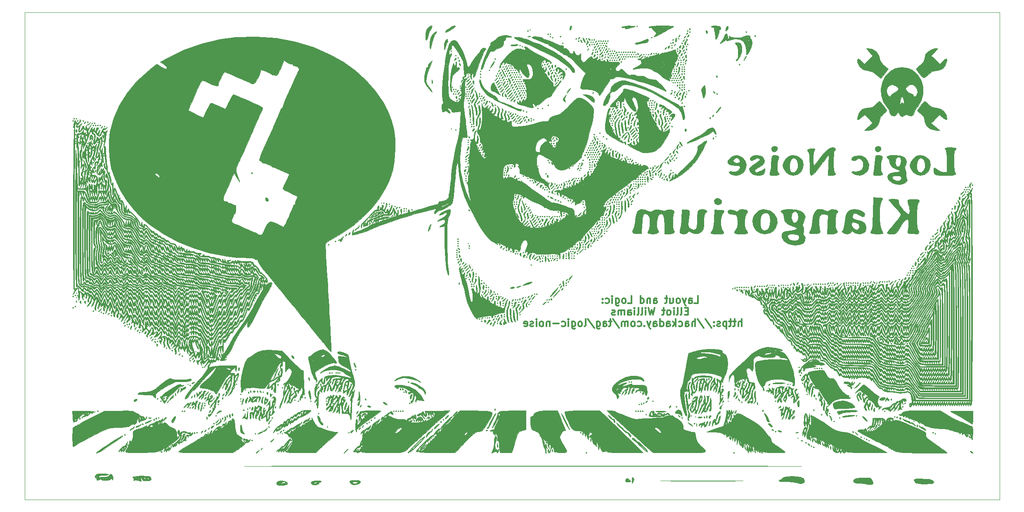
<source format=gbr>
G04 #@! TF.FileFunction,Legend,Bot*
%FSLAX46Y46*%
G04 Gerber Fmt 4.6, Leading zero omitted, Abs format (unit mm)*
G04 Created by KiCad (PCBNEW (2015-04-14 BZR 5600)-product) date Fri 15 May 2015 04:29:23 PM CEST*
%MOMM*%
G01*
G04 APERTURE LIST*
%ADD10C,0.100000*%
%ADD11C,0.300000*%
G04 APERTURE END LIST*
D10*
D11*
X172393429Y-109714571D02*
X173107715Y-109714571D01*
X173107715Y-108214571D01*
X171250572Y-109714571D02*
X171250572Y-108928857D01*
X171322001Y-108786000D01*
X171464858Y-108714571D01*
X171750572Y-108714571D01*
X171893429Y-108786000D01*
X171250572Y-109643143D02*
X171393429Y-109714571D01*
X171750572Y-109714571D01*
X171893429Y-109643143D01*
X171964858Y-109500286D01*
X171964858Y-109357429D01*
X171893429Y-109214571D01*
X171750572Y-109143143D01*
X171393429Y-109143143D01*
X171250572Y-109071714D01*
X170679143Y-108714571D02*
X170322000Y-109714571D01*
X169964858Y-108714571D02*
X170322000Y-109714571D01*
X170464858Y-110071714D01*
X170536286Y-110143143D01*
X170679143Y-110214571D01*
X169179143Y-109714571D02*
X169322001Y-109643143D01*
X169393429Y-109571714D01*
X169464858Y-109428857D01*
X169464858Y-109000286D01*
X169393429Y-108857429D01*
X169322001Y-108786000D01*
X169179143Y-108714571D01*
X168964858Y-108714571D01*
X168822001Y-108786000D01*
X168750572Y-108857429D01*
X168679143Y-109000286D01*
X168679143Y-109428857D01*
X168750572Y-109571714D01*
X168822001Y-109643143D01*
X168964858Y-109714571D01*
X169179143Y-109714571D01*
X167393429Y-108714571D02*
X167393429Y-109714571D01*
X168036286Y-108714571D02*
X168036286Y-109500286D01*
X167964858Y-109643143D01*
X167822000Y-109714571D01*
X167607715Y-109714571D01*
X167464858Y-109643143D01*
X167393429Y-109571714D01*
X166893429Y-108714571D02*
X166322000Y-108714571D01*
X166679143Y-108214571D02*
X166679143Y-109500286D01*
X166607715Y-109643143D01*
X166464857Y-109714571D01*
X166322000Y-109714571D01*
X164036286Y-109714571D02*
X164036286Y-108928857D01*
X164107715Y-108786000D01*
X164250572Y-108714571D01*
X164536286Y-108714571D01*
X164679143Y-108786000D01*
X164036286Y-109643143D02*
X164179143Y-109714571D01*
X164536286Y-109714571D01*
X164679143Y-109643143D01*
X164750572Y-109500286D01*
X164750572Y-109357429D01*
X164679143Y-109214571D01*
X164536286Y-109143143D01*
X164179143Y-109143143D01*
X164036286Y-109071714D01*
X163322000Y-108714571D02*
X163322000Y-109714571D01*
X163322000Y-108857429D02*
X163250572Y-108786000D01*
X163107714Y-108714571D01*
X162893429Y-108714571D01*
X162750572Y-108786000D01*
X162679143Y-108928857D01*
X162679143Y-109714571D01*
X161322000Y-109714571D02*
X161322000Y-108214571D01*
X161322000Y-109643143D02*
X161464857Y-109714571D01*
X161750571Y-109714571D01*
X161893429Y-109643143D01*
X161964857Y-109571714D01*
X162036286Y-109428857D01*
X162036286Y-109000286D01*
X161964857Y-108857429D01*
X161893429Y-108786000D01*
X161750571Y-108714571D01*
X161464857Y-108714571D01*
X161322000Y-108786000D01*
X158750571Y-109714571D02*
X159464857Y-109714571D01*
X159464857Y-108214571D01*
X158036285Y-109714571D02*
X158179143Y-109643143D01*
X158250571Y-109571714D01*
X158322000Y-109428857D01*
X158322000Y-109000286D01*
X158250571Y-108857429D01*
X158179143Y-108786000D01*
X158036285Y-108714571D01*
X157822000Y-108714571D01*
X157679143Y-108786000D01*
X157607714Y-108857429D01*
X157536285Y-109000286D01*
X157536285Y-109428857D01*
X157607714Y-109571714D01*
X157679143Y-109643143D01*
X157822000Y-109714571D01*
X158036285Y-109714571D01*
X156250571Y-108714571D02*
X156250571Y-109928857D01*
X156322000Y-110071714D01*
X156393428Y-110143143D01*
X156536285Y-110214571D01*
X156750571Y-110214571D01*
X156893428Y-110143143D01*
X156250571Y-109643143D02*
X156393428Y-109714571D01*
X156679142Y-109714571D01*
X156822000Y-109643143D01*
X156893428Y-109571714D01*
X156964857Y-109428857D01*
X156964857Y-109000286D01*
X156893428Y-108857429D01*
X156822000Y-108786000D01*
X156679142Y-108714571D01*
X156393428Y-108714571D01*
X156250571Y-108786000D01*
X155536285Y-109714571D02*
X155536285Y-108714571D01*
X155536285Y-108214571D02*
X155607714Y-108286000D01*
X155536285Y-108357429D01*
X155464857Y-108286000D01*
X155536285Y-108214571D01*
X155536285Y-108357429D01*
X154179142Y-109643143D02*
X154321999Y-109714571D01*
X154607713Y-109714571D01*
X154750571Y-109643143D01*
X154821999Y-109571714D01*
X154893428Y-109428857D01*
X154893428Y-109000286D01*
X154821999Y-108857429D01*
X154750571Y-108786000D01*
X154607713Y-108714571D01*
X154321999Y-108714571D01*
X154179142Y-108786000D01*
X153536285Y-109571714D02*
X153464857Y-109643143D01*
X153536285Y-109714571D01*
X153607714Y-109643143D01*
X153536285Y-109571714D01*
X153536285Y-109714571D01*
X153536285Y-108786000D02*
X153464857Y-108857429D01*
X153536285Y-108928857D01*
X153607714Y-108857429D01*
X153536285Y-108786000D01*
X153536285Y-108928857D01*
X171107714Y-111328857D02*
X170607714Y-111328857D01*
X170393428Y-112114571D02*
X171107714Y-112114571D01*
X171107714Y-110614571D01*
X170393428Y-110614571D01*
X169536285Y-112114571D02*
X169679143Y-112043143D01*
X169750571Y-111900286D01*
X169750571Y-110614571D01*
X168750571Y-112114571D02*
X168893429Y-112043143D01*
X168964857Y-111900286D01*
X168964857Y-110614571D01*
X168179143Y-112114571D02*
X168179143Y-111114571D01*
X168179143Y-110614571D02*
X168250572Y-110686000D01*
X168179143Y-110757429D01*
X168107715Y-110686000D01*
X168179143Y-110614571D01*
X168179143Y-110757429D01*
X167250571Y-112114571D02*
X167393429Y-112043143D01*
X167464857Y-111971714D01*
X167536286Y-111828857D01*
X167536286Y-111400286D01*
X167464857Y-111257429D01*
X167393429Y-111186000D01*
X167250571Y-111114571D01*
X167036286Y-111114571D01*
X166893429Y-111186000D01*
X166822000Y-111257429D01*
X166750571Y-111400286D01*
X166750571Y-111828857D01*
X166822000Y-111971714D01*
X166893429Y-112043143D01*
X167036286Y-112114571D01*
X167250571Y-112114571D01*
X166322000Y-111114571D02*
X165750571Y-111114571D01*
X166107714Y-110614571D02*
X166107714Y-111900286D01*
X166036286Y-112043143D01*
X165893428Y-112114571D01*
X165750571Y-112114571D01*
X164250571Y-110614571D02*
X163893428Y-112114571D01*
X163607714Y-111043143D01*
X163322000Y-112114571D01*
X162964857Y-110614571D01*
X162393428Y-112114571D02*
X162393428Y-111114571D01*
X162393428Y-110614571D02*
X162464857Y-110686000D01*
X162393428Y-110757429D01*
X162322000Y-110686000D01*
X162393428Y-110614571D01*
X162393428Y-110757429D01*
X161464856Y-112114571D02*
X161607714Y-112043143D01*
X161679142Y-111900286D01*
X161679142Y-110614571D01*
X160679142Y-112114571D02*
X160822000Y-112043143D01*
X160893428Y-111900286D01*
X160893428Y-110614571D01*
X160107714Y-112114571D02*
X160107714Y-111114571D01*
X160107714Y-110614571D02*
X160179143Y-110686000D01*
X160107714Y-110757429D01*
X160036286Y-110686000D01*
X160107714Y-110614571D01*
X160107714Y-110757429D01*
X158750571Y-112114571D02*
X158750571Y-111328857D01*
X158822000Y-111186000D01*
X158964857Y-111114571D01*
X159250571Y-111114571D01*
X159393428Y-111186000D01*
X158750571Y-112043143D02*
X158893428Y-112114571D01*
X159250571Y-112114571D01*
X159393428Y-112043143D01*
X159464857Y-111900286D01*
X159464857Y-111757429D01*
X159393428Y-111614571D01*
X159250571Y-111543143D01*
X158893428Y-111543143D01*
X158750571Y-111471714D01*
X158036285Y-112114571D02*
X158036285Y-111114571D01*
X158036285Y-111257429D02*
X157964857Y-111186000D01*
X157821999Y-111114571D01*
X157607714Y-111114571D01*
X157464857Y-111186000D01*
X157393428Y-111328857D01*
X157393428Y-112114571D01*
X157393428Y-111328857D02*
X157321999Y-111186000D01*
X157179142Y-111114571D01*
X156964857Y-111114571D01*
X156821999Y-111186000D01*
X156750571Y-111328857D01*
X156750571Y-112114571D01*
X156107714Y-112043143D02*
X155964857Y-112114571D01*
X155679142Y-112114571D01*
X155536285Y-112043143D01*
X155464857Y-111900286D01*
X155464857Y-111828857D01*
X155536285Y-111686000D01*
X155679142Y-111614571D01*
X155893428Y-111614571D01*
X156036285Y-111543143D01*
X156107714Y-111400286D01*
X156107714Y-111328857D01*
X156036285Y-111186000D01*
X155893428Y-111114571D01*
X155679142Y-111114571D01*
X155536285Y-111186000D01*
X182051716Y-114470571D02*
X182051716Y-112970571D01*
X181408859Y-114470571D02*
X181408859Y-113684857D01*
X181480288Y-113542000D01*
X181623145Y-113470571D01*
X181837430Y-113470571D01*
X181980288Y-113542000D01*
X182051716Y-113613429D01*
X180908859Y-113470571D02*
X180337430Y-113470571D01*
X180694573Y-112970571D02*
X180694573Y-114256286D01*
X180623145Y-114399143D01*
X180480287Y-114470571D01*
X180337430Y-114470571D01*
X180051716Y-113470571D02*
X179480287Y-113470571D01*
X179837430Y-112970571D02*
X179837430Y-114256286D01*
X179766002Y-114399143D01*
X179623144Y-114470571D01*
X179480287Y-114470571D01*
X178980287Y-113470571D02*
X178980287Y-114970571D01*
X178980287Y-113542000D02*
X178837430Y-113470571D01*
X178551716Y-113470571D01*
X178408859Y-113542000D01*
X178337430Y-113613429D01*
X178266001Y-113756286D01*
X178266001Y-114184857D01*
X178337430Y-114327714D01*
X178408859Y-114399143D01*
X178551716Y-114470571D01*
X178837430Y-114470571D01*
X178980287Y-114399143D01*
X177694573Y-114399143D02*
X177551716Y-114470571D01*
X177266001Y-114470571D01*
X177123144Y-114399143D01*
X177051716Y-114256286D01*
X177051716Y-114184857D01*
X177123144Y-114042000D01*
X177266001Y-113970571D01*
X177480287Y-113970571D01*
X177623144Y-113899143D01*
X177694573Y-113756286D01*
X177694573Y-113684857D01*
X177623144Y-113542000D01*
X177480287Y-113470571D01*
X177266001Y-113470571D01*
X177123144Y-113542000D01*
X176408858Y-114327714D02*
X176337430Y-114399143D01*
X176408858Y-114470571D01*
X176480287Y-114399143D01*
X176408858Y-114327714D01*
X176408858Y-114470571D01*
X176408858Y-113542000D02*
X176337430Y-113613429D01*
X176408858Y-113684857D01*
X176480287Y-113613429D01*
X176408858Y-113542000D01*
X176408858Y-113684857D01*
X174623144Y-112899143D02*
X175908858Y-114827714D01*
X173051715Y-112899143D02*
X174337429Y-114827714D01*
X172551714Y-114470571D02*
X172551714Y-112970571D01*
X171908857Y-114470571D02*
X171908857Y-113684857D01*
X171980286Y-113542000D01*
X172123143Y-113470571D01*
X172337428Y-113470571D01*
X172480286Y-113542000D01*
X172551714Y-113613429D01*
X170551714Y-114470571D02*
X170551714Y-113684857D01*
X170623143Y-113542000D01*
X170766000Y-113470571D01*
X171051714Y-113470571D01*
X171194571Y-113542000D01*
X170551714Y-114399143D02*
X170694571Y-114470571D01*
X171051714Y-114470571D01*
X171194571Y-114399143D01*
X171266000Y-114256286D01*
X171266000Y-114113429D01*
X171194571Y-113970571D01*
X171051714Y-113899143D01*
X170694571Y-113899143D01*
X170551714Y-113827714D01*
X169194571Y-114399143D02*
X169337428Y-114470571D01*
X169623142Y-114470571D01*
X169766000Y-114399143D01*
X169837428Y-114327714D01*
X169908857Y-114184857D01*
X169908857Y-113756286D01*
X169837428Y-113613429D01*
X169766000Y-113542000D01*
X169623142Y-113470571D01*
X169337428Y-113470571D01*
X169194571Y-113542000D01*
X168551714Y-114470571D02*
X168551714Y-112970571D01*
X168408857Y-113899143D02*
X167980286Y-114470571D01*
X167980286Y-113470571D02*
X168551714Y-114042000D01*
X166694571Y-114470571D02*
X166694571Y-113684857D01*
X166766000Y-113542000D01*
X166908857Y-113470571D01*
X167194571Y-113470571D01*
X167337428Y-113542000D01*
X166694571Y-114399143D02*
X166837428Y-114470571D01*
X167194571Y-114470571D01*
X167337428Y-114399143D01*
X167408857Y-114256286D01*
X167408857Y-114113429D01*
X167337428Y-113970571D01*
X167194571Y-113899143D01*
X166837428Y-113899143D01*
X166694571Y-113827714D01*
X165337428Y-114470571D02*
X165337428Y-112970571D01*
X165337428Y-114399143D02*
X165480285Y-114470571D01*
X165765999Y-114470571D01*
X165908857Y-114399143D01*
X165980285Y-114327714D01*
X166051714Y-114184857D01*
X166051714Y-113756286D01*
X165980285Y-113613429D01*
X165908857Y-113542000D01*
X165765999Y-113470571D01*
X165480285Y-113470571D01*
X165337428Y-113542000D01*
X163980285Y-114470571D02*
X163980285Y-113684857D01*
X164051714Y-113542000D01*
X164194571Y-113470571D01*
X164480285Y-113470571D01*
X164623142Y-113542000D01*
X163980285Y-114399143D02*
X164123142Y-114470571D01*
X164480285Y-114470571D01*
X164623142Y-114399143D01*
X164694571Y-114256286D01*
X164694571Y-114113429D01*
X164623142Y-113970571D01*
X164480285Y-113899143D01*
X164123142Y-113899143D01*
X163980285Y-113827714D01*
X163408856Y-113470571D02*
X163051713Y-114470571D01*
X162694571Y-113470571D02*
X163051713Y-114470571D01*
X163194571Y-114827714D01*
X163265999Y-114899143D01*
X163408856Y-114970571D01*
X162123142Y-114327714D02*
X162051714Y-114399143D01*
X162123142Y-114470571D01*
X162194571Y-114399143D01*
X162123142Y-114327714D01*
X162123142Y-114470571D01*
X160765999Y-114399143D02*
X160908856Y-114470571D01*
X161194570Y-114470571D01*
X161337428Y-114399143D01*
X161408856Y-114327714D01*
X161480285Y-114184857D01*
X161480285Y-113756286D01*
X161408856Y-113613429D01*
X161337428Y-113542000D01*
X161194570Y-113470571D01*
X160908856Y-113470571D01*
X160765999Y-113542000D01*
X159908856Y-114470571D02*
X160051714Y-114399143D01*
X160123142Y-114327714D01*
X160194571Y-114184857D01*
X160194571Y-113756286D01*
X160123142Y-113613429D01*
X160051714Y-113542000D01*
X159908856Y-113470571D01*
X159694571Y-113470571D01*
X159551714Y-113542000D01*
X159480285Y-113613429D01*
X159408856Y-113756286D01*
X159408856Y-114184857D01*
X159480285Y-114327714D01*
X159551714Y-114399143D01*
X159694571Y-114470571D01*
X159908856Y-114470571D01*
X158765999Y-114470571D02*
X158765999Y-113470571D01*
X158765999Y-113613429D02*
X158694571Y-113542000D01*
X158551713Y-113470571D01*
X158337428Y-113470571D01*
X158194571Y-113542000D01*
X158123142Y-113684857D01*
X158123142Y-114470571D01*
X158123142Y-113684857D02*
X158051713Y-113542000D01*
X157908856Y-113470571D01*
X157694571Y-113470571D01*
X157551713Y-113542000D01*
X157480285Y-113684857D01*
X157480285Y-114470571D01*
X155694571Y-112899143D02*
X156980285Y-114827714D01*
X155408856Y-113470571D02*
X154837427Y-113470571D01*
X155194570Y-112970571D02*
X155194570Y-114256286D01*
X155123142Y-114399143D01*
X154980284Y-114470571D01*
X154837427Y-114470571D01*
X153694570Y-114470571D02*
X153694570Y-113684857D01*
X153765999Y-113542000D01*
X153908856Y-113470571D01*
X154194570Y-113470571D01*
X154337427Y-113542000D01*
X153694570Y-114399143D02*
X153837427Y-114470571D01*
X154194570Y-114470571D01*
X154337427Y-114399143D01*
X154408856Y-114256286D01*
X154408856Y-114113429D01*
X154337427Y-113970571D01*
X154194570Y-113899143D01*
X153837427Y-113899143D01*
X153694570Y-113827714D01*
X152337427Y-113470571D02*
X152337427Y-114684857D01*
X152408856Y-114827714D01*
X152480284Y-114899143D01*
X152623141Y-114970571D01*
X152837427Y-114970571D01*
X152980284Y-114899143D01*
X152337427Y-114399143D02*
X152480284Y-114470571D01*
X152765998Y-114470571D01*
X152908856Y-114399143D01*
X152980284Y-114327714D01*
X153051713Y-114184857D01*
X153051713Y-113756286D01*
X152980284Y-113613429D01*
X152908856Y-113542000D01*
X152765998Y-113470571D01*
X152480284Y-113470571D01*
X152337427Y-113542000D01*
X150551713Y-112899143D02*
X151837427Y-114827714D01*
X149837426Y-114470571D02*
X149980284Y-114399143D01*
X150051712Y-114256286D01*
X150051712Y-112970571D01*
X149051712Y-114470571D02*
X149194570Y-114399143D01*
X149265998Y-114327714D01*
X149337427Y-114184857D01*
X149337427Y-113756286D01*
X149265998Y-113613429D01*
X149194570Y-113542000D01*
X149051712Y-113470571D01*
X148837427Y-113470571D01*
X148694570Y-113542000D01*
X148623141Y-113613429D01*
X148551712Y-113756286D01*
X148551712Y-114184857D01*
X148623141Y-114327714D01*
X148694570Y-114399143D01*
X148837427Y-114470571D01*
X149051712Y-114470571D01*
X147265998Y-113470571D02*
X147265998Y-114684857D01*
X147337427Y-114827714D01*
X147408855Y-114899143D01*
X147551712Y-114970571D01*
X147765998Y-114970571D01*
X147908855Y-114899143D01*
X147265998Y-114399143D02*
X147408855Y-114470571D01*
X147694569Y-114470571D01*
X147837427Y-114399143D01*
X147908855Y-114327714D01*
X147980284Y-114184857D01*
X147980284Y-113756286D01*
X147908855Y-113613429D01*
X147837427Y-113542000D01*
X147694569Y-113470571D01*
X147408855Y-113470571D01*
X147265998Y-113542000D01*
X146551712Y-114470571D02*
X146551712Y-113470571D01*
X146551712Y-112970571D02*
X146623141Y-113042000D01*
X146551712Y-113113429D01*
X146480284Y-113042000D01*
X146551712Y-112970571D01*
X146551712Y-113113429D01*
X145194569Y-114399143D02*
X145337426Y-114470571D01*
X145623140Y-114470571D01*
X145765998Y-114399143D01*
X145837426Y-114327714D01*
X145908855Y-114184857D01*
X145908855Y-113756286D01*
X145837426Y-113613429D01*
X145765998Y-113542000D01*
X145623140Y-113470571D01*
X145337426Y-113470571D01*
X145194569Y-113542000D01*
X144551712Y-113899143D02*
X143408855Y-113899143D01*
X142694569Y-113470571D02*
X142694569Y-114470571D01*
X142694569Y-113613429D02*
X142623141Y-113542000D01*
X142480283Y-113470571D01*
X142265998Y-113470571D01*
X142123141Y-113542000D01*
X142051712Y-113684857D01*
X142051712Y-114470571D01*
X141123140Y-114470571D02*
X141265998Y-114399143D01*
X141337426Y-114327714D01*
X141408855Y-114184857D01*
X141408855Y-113756286D01*
X141337426Y-113613429D01*
X141265998Y-113542000D01*
X141123140Y-113470571D01*
X140908855Y-113470571D01*
X140765998Y-113542000D01*
X140694569Y-113613429D01*
X140623140Y-113756286D01*
X140623140Y-114184857D01*
X140694569Y-114327714D01*
X140765998Y-114399143D01*
X140908855Y-114470571D01*
X141123140Y-114470571D01*
X139980283Y-114470571D02*
X139980283Y-113470571D01*
X139980283Y-112970571D02*
X140051712Y-113042000D01*
X139980283Y-113113429D01*
X139908855Y-113042000D01*
X139980283Y-112970571D01*
X139980283Y-113113429D01*
X139337426Y-114399143D02*
X139194569Y-114470571D01*
X138908854Y-114470571D01*
X138765997Y-114399143D01*
X138694569Y-114256286D01*
X138694569Y-114184857D01*
X138765997Y-114042000D01*
X138908854Y-113970571D01*
X139123140Y-113970571D01*
X139265997Y-113899143D01*
X139337426Y-113756286D01*
X139337426Y-113684857D01*
X139265997Y-113542000D01*
X139123140Y-113470571D01*
X138908854Y-113470571D01*
X138765997Y-113542000D01*
X137480283Y-114399143D02*
X137623140Y-114470571D01*
X137908854Y-114470571D01*
X138051711Y-114399143D01*
X138123140Y-114256286D01*
X138123140Y-113684857D01*
X138051711Y-113542000D01*
X137908854Y-113470571D01*
X137623140Y-113470571D01*
X137480283Y-113542000D01*
X137408854Y-113684857D01*
X137408854Y-113827714D01*
X138123140Y-113970571D01*
D10*
X235000000Y-50000000D02*
X35000000Y-50000000D01*
X235000000Y-150000000D02*
X235000000Y-50000000D01*
X35000000Y-150000000D02*
X235000000Y-150000000D01*
X35000000Y-50000000D02*
X35000000Y-150000000D01*
G36*
X88900000Y-146762701D02*
X88697166Y-146907510D01*
X88438182Y-146961273D01*
X88438182Y-146519592D01*
X88282797Y-146328111D01*
X87956512Y-146354749D01*
X87669135Y-146556206D01*
X87608725Y-146690773D01*
X87616476Y-146831565D01*
X87662237Y-146761472D01*
X87939601Y-146631632D01*
X88106737Y-146664949D01*
X88393646Y-146638539D01*
X88438182Y-146519592D01*
X88438182Y-146961273D01*
X88200272Y-147010662D01*
X87576731Y-147048362D01*
X87110454Y-147017067D01*
X86665348Y-146865105D01*
X86659577Y-146581055D01*
X86868000Y-146327091D01*
X87341890Y-146093728D01*
X87941798Y-146080548D01*
X88501152Y-146251840D01*
X88853380Y-146571896D01*
X88900000Y-146762701D01*
X88900000Y-146762701D01*
X88900000Y-146762701D01*
G37*
X88900000Y-146762701D02*
X88697166Y-146907510D01*
X88438182Y-146961273D01*
X88438182Y-146519592D01*
X88282797Y-146328111D01*
X87956512Y-146354749D01*
X87669135Y-146556206D01*
X87608725Y-146690773D01*
X87616476Y-146831565D01*
X87662237Y-146761472D01*
X87939601Y-146631632D01*
X88106737Y-146664949D01*
X88393646Y-146638539D01*
X88438182Y-146519592D01*
X88438182Y-146961273D01*
X88200272Y-147010662D01*
X87576731Y-147048362D01*
X87110454Y-147017067D01*
X86665348Y-146865105D01*
X86659577Y-146581055D01*
X86868000Y-146327091D01*
X87341890Y-146093728D01*
X87941798Y-146080548D01*
X88501152Y-146251840D01*
X88853380Y-146571896D01*
X88900000Y-146762701D01*
X88900000Y-146762701D01*
G36*
X95827273Y-146283897D02*
X95686437Y-146431702D01*
X95596364Y-146396364D01*
X95398682Y-146448711D01*
X95365454Y-146613645D01*
X95171725Y-146850781D01*
X94995699Y-146900876D01*
X94995699Y-146473970D01*
X94721748Y-146390443D01*
X94549878Y-146431153D01*
X94235018Y-146602980D01*
X94366355Y-146685202D01*
X94656730Y-146680443D01*
X94973347Y-146581542D01*
X94995699Y-146473970D01*
X94995699Y-146900876D01*
X94724736Y-146977991D01*
X94225787Y-146966913D01*
X93903030Y-146819697D01*
X93736826Y-146471898D01*
X94001178Y-146221764D01*
X94671288Y-146089944D01*
X94788182Y-146082509D01*
X95470596Y-146099500D01*
X95806334Y-146225715D01*
X95827273Y-146283897D01*
X95827273Y-146283897D01*
X95827273Y-146283897D01*
G37*
X95827273Y-146283897D02*
X95686437Y-146431702D01*
X95596364Y-146396364D01*
X95398682Y-146448711D01*
X95365454Y-146613645D01*
X95171725Y-146850781D01*
X94995699Y-146900876D01*
X94995699Y-146473970D01*
X94721748Y-146390443D01*
X94549878Y-146431153D01*
X94235018Y-146602980D01*
X94366355Y-146685202D01*
X94656730Y-146680443D01*
X94973347Y-146581542D01*
X94995699Y-146473970D01*
X94995699Y-146900876D01*
X94724736Y-146977991D01*
X94225787Y-146966913D01*
X93903030Y-146819697D01*
X93736826Y-146471898D01*
X94001178Y-146221764D01*
X94671288Y-146089944D01*
X94788182Y-146082509D01*
X95470596Y-146099500D01*
X95806334Y-146225715D01*
X95827273Y-146283897D01*
X95827273Y-146283897D01*
G36*
X103877367Y-146374272D02*
X103866374Y-146454091D01*
X103605961Y-146748039D01*
X103331818Y-146835664D01*
X103331818Y-146511818D01*
X103240667Y-146349096D01*
X102788681Y-146281123D01*
X102754545Y-146280909D01*
X102285172Y-146342396D01*
X102171147Y-146500828D01*
X102177273Y-146511818D01*
X102503921Y-146707814D01*
X102754545Y-146742728D01*
X103190894Y-146633525D01*
X103331818Y-146511818D01*
X103331818Y-146835664D01*
X103080646Y-146915947D01*
X102475870Y-146934103D01*
X101977069Y-146778796D01*
X101887647Y-146707102D01*
X101633246Y-146363010D01*
X101739664Y-146157739D01*
X102243564Y-146064029D01*
X102771477Y-146050000D01*
X103466293Y-146073638D01*
X103801345Y-146169336D01*
X103877367Y-146374272D01*
X103877367Y-146374272D01*
X103877367Y-146374272D01*
G37*
X103877367Y-146374272D02*
X103866374Y-146454091D01*
X103605961Y-146748039D01*
X103331818Y-146835664D01*
X103331818Y-146511818D01*
X103240667Y-146349096D01*
X102788681Y-146281123D01*
X102754545Y-146280909D01*
X102285172Y-146342396D01*
X102171147Y-146500828D01*
X102177273Y-146511818D01*
X102503921Y-146707814D01*
X102754545Y-146742728D01*
X103190894Y-146633525D01*
X103331818Y-146511818D01*
X103331818Y-146835664D01*
X103080646Y-146915947D01*
X102475870Y-146934103D01*
X101977069Y-146778796D01*
X101887647Y-146707102D01*
X101633246Y-146363010D01*
X101739664Y-146157739D01*
X102243564Y-146064029D01*
X102771477Y-146050000D01*
X103466293Y-146073638D01*
X103801345Y-146169336D01*
X103877367Y-146374272D01*
X103877367Y-146374272D01*
G36*
X209020158Y-146601479D02*
X208948721Y-146810038D01*
X208632765Y-146881999D01*
X207997343Y-146838956D01*
X207190276Y-146733679D01*
X206480380Y-146661221D01*
X205970909Y-146649394D01*
X205970909Y-145934546D01*
X205855454Y-145819091D01*
X205740000Y-145934546D01*
X205855454Y-146050000D01*
X205970909Y-145934546D01*
X205970909Y-146649394D01*
X205915169Y-146648101D01*
X205812681Y-146657306D01*
X205295177Y-146575862D01*
X205107034Y-146465597D01*
X204929211Y-146202328D01*
X205112513Y-145875275D01*
X205149712Y-145833473D01*
X205627331Y-145601064D01*
X206495061Y-145489553D01*
X207696048Y-145503648D01*
X208430593Y-145561902D01*
X208689148Y-145776518D01*
X208922028Y-146234728D01*
X209020158Y-146601479D01*
X209020158Y-146601479D01*
X209020158Y-146601479D01*
G37*
X209020158Y-146601479D02*
X208948721Y-146810038D01*
X208632765Y-146881999D01*
X207997343Y-146838956D01*
X207190276Y-146733679D01*
X206480380Y-146661221D01*
X205970909Y-146649394D01*
X205970909Y-145934546D01*
X205855454Y-145819091D01*
X205740000Y-145934546D01*
X205855454Y-146050000D01*
X205970909Y-145934546D01*
X205970909Y-146649394D01*
X205915169Y-146648101D01*
X205812681Y-146657306D01*
X205295177Y-146575862D01*
X205107034Y-146465597D01*
X204929211Y-146202328D01*
X205112513Y-145875275D01*
X205149712Y-145833473D01*
X205627331Y-145601064D01*
X206495061Y-145489553D01*
X207696048Y-145503648D01*
X208430593Y-145561902D01*
X208689148Y-145776518D01*
X208922028Y-146234728D01*
X209020158Y-146601479D01*
X209020158Y-146601479D01*
G36*
X221510552Y-146446146D02*
X221325751Y-146652623D01*
X221135151Y-146693357D01*
X220551899Y-146751191D01*
X219841159Y-146823555D01*
X219825454Y-146825176D01*
X219134515Y-146835339D01*
X218572990Y-146745296D01*
X218555454Y-146739115D01*
X218113278Y-146640392D01*
X217932040Y-146662634D01*
X217712667Y-146564003D01*
X217532178Y-146310459D01*
X217421689Y-145971022D01*
X217585555Y-145779633D01*
X218087561Y-145707549D01*
X218844091Y-145719307D01*
X219654403Y-145753917D01*
X220397003Y-145785453D01*
X220510057Y-145790228D01*
X221032369Y-145913327D01*
X221389312Y-146165840D01*
X221510552Y-146446146D01*
X221510552Y-146446146D01*
X221510552Y-146446146D01*
G37*
X221510552Y-146446146D02*
X221325751Y-146652623D01*
X221135151Y-146693357D01*
X220551899Y-146751191D01*
X219841159Y-146823555D01*
X219825454Y-146825176D01*
X219134515Y-146835339D01*
X218572990Y-146745296D01*
X218555454Y-146739115D01*
X218113278Y-146640392D01*
X217932040Y-146662634D01*
X217712667Y-146564003D01*
X217532178Y-146310459D01*
X217421689Y-145971022D01*
X217585555Y-145779633D01*
X218087561Y-145707549D01*
X218844091Y-145719307D01*
X219654403Y-145753917D01*
X220397003Y-145785453D01*
X220510057Y-145790228D01*
X221032369Y-145913327D01*
X221389312Y-146165840D01*
X221510552Y-146446146D01*
X221510552Y-146446146D01*
G36*
X159980381Y-145891541D02*
X159843367Y-146331103D01*
X159673897Y-146643826D01*
X159599477Y-146588688D01*
X159575007Y-146120591D01*
X159573810Y-146061546D01*
X159598429Y-145556420D01*
X159718974Y-145451079D01*
X159827739Y-145534466D01*
X159980381Y-145891541D01*
X159980381Y-145891541D01*
X159980381Y-145891541D01*
G37*
X159980381Y-145891541D02*
X159843367Y-146331103D01*
X159673897Y-146643826D01*
X159599477Y-146588688D01*
X159575007Y-146120591D01*
X159573810Y-146061546D01*
X159598429Y-145556420D01*
X159718974Y-145451079D01*
X159827739Y-145534466D01*
X159980381Y-145891541D01*
X159980381Y-145891541D01*
G36*
X194996308Y-146210970D02*
X194802586Y-146575024D01*
X194246278Y-146699120D01*
X194194545Y-146696404D01*
X194194545Y-145703637D01*
X194079091Y-145588182D01*
X193963636Y-145703637D01*
X194079091Y-145819091D01*
X194194545Y-145703637D01*
X194194545Y-146696404D01*
X194157667Y-146694469D01*
X193655276Y-146639442D01*
X193418561Y-146582501D01*
X193089761Y-146470560D01*
X192413200Y-146377113D01*
X191502902Y-146314990D01*
X190890463Y-146298068D01*
X190075821Y-146249725D01*
X189708326Y-146132125D01*
X189701313Y-146034638D01*
X189921536Y-145887042D01*
X189982865Y-145917714D01*
X190195163Y-145861107D01*
X190401992Y-145633345D01*
X190803450Y-145396274D01*
X191516245Y-145251911D01*
X192399601Y-145198771D01*
X193312744Y-145235371D01*
X194114901Y-145360227D01*
X194665296Y-145571853D01*
X194782747Y-145679533D01*
X194996308Y-146210970D01*
X194996308Y-146210970D01*
X194996308Y-146210970D01*
G37*
X194996308Y-146210970D02*
X194802586Y-146575024D01*
X194246278Y-146699120D01*
X194194545Y-146696404D01*
X194194545Y-145703637D01*
X194079091Y-145588182D01*
X193963636Y-145703637D01*
X194079091Y-145819091D01*
X194194545Y-145703637D01*
X194194545Y-146696404D01*
X194157667Y-146694469D01*
X193655276Y-146639442D01*
X193418561Y-146582501D01*
X193089761Y-146470560D01*
X192413200Y-146377113D01*
X191502902Y-146314990D01*
X190890463Y-146298068D01*
X190075821Y-146249725D01*
X189708326Y-146132125D01*
X189701313Y-146034638D01*
X189921536Y-145887042D01*
X189982865Y-145917714D01*
X190195163Y-145861107D01*
X190401992Y-145633345D01*
X190803450Y-145396274D01*
X191516245Y-145251911D01*
X192399601Y-145198771D01*
X193312744Y-145235371D01*
X194114901Y-145360227D01*
X194665296Y-145571853D01*
X194782747Y-145679533D01*
X194996308Y-146210970D01*
X194996308Y-146210970D01*
G36*
X159297819Y-146298068D02*
X158865454Y-146371298D01*
X158865454Y-145934546D01*
X158750000Y-145819091D01*
X158634545Y-145934546D01*
X158750000Y-146050000D01*
X158865454Y-145934546D01*
X158865454Y-146371298D01*
X158665279Y-146405202D01*
X158357319Y-146372919D01*
X158249843Y-146171208D01*
X158235550Y-146041154D01*
X158346452Y-145669555D01*
X158670889Y-145621048D01*
X159077204Y-145911938D01*
X159096364Y-145934546D01*
X159294391Y-146224230D01*
X159297819Y-146298068D01*
X159297819Y-146298068D01*
X159297819Y-146298068D01*
G37*
X159297819Y-146298068D02*
X158865454Y-146371298D01*
X158865454Y-145934546D01*
X158750000Y-145819091D01*
X158634545Y-145934546D01*
X158750000Y-146050000D01*
X158865454Y-145934546D01*
X158865454Y-146371298D01*
X158665279Y-146405202D01*
X158357319Y-146372919D01*
X158249843Y-146171208D01*
X158235550Y-146041154D01*
X158346452Y-145669555D01*
X158670889Y-145621048D01*
X159077204Y-145911938D01*
X159096364Y-145934546D01*
X159294391Y-146224230D01*
X159297819Y-146298068D01*
X159297819Y-146298068D01*
G36*
X60902472Y-145854675D02*
X60727232Y-146038088D01*
X60453587Y-146080975D01*
X60453587Y-145940656D01*
X60427685Y-145696387D01*
X60295926Y-145526606D01*
X60101777Y-145380685D01*
X60150226Y-145612060D01*
X60166664Y-145655868D01*
X60349589Y-145938626D01*
X60453587Y-145940656D01*
X60453587Y-146080975D01*
X60210424Y-146119085D01*
X59936405Y-146134719D01*
X59805454Y-146125169D01*
X59805454Y-145717264D01*
X59641444Y-145521957D01*
X59538868Y-145450678D01*
X59380858Y-145423462D01*
X59437041Y-145552505D01*
X59669542Y-145800396D01*
X59803207Y-145749545D01*
X59805454Y-145717264D01*
X59805454Y-146125169D01*
X59343085Y-146091450D01*
X59113254Y-145906649D01*
X59112727Y-145894449D01*
X58963159Y-145534667D01*
X58903352Y-145486036D01*
X58785347Y-145559920D01*
X58814829Y-145818773D01*
X58886993Y-146164487D01*
X58762985Y-146231184D01*
X58420000Y-146108020D01*
X58420000Y-145703637D01*
X58304545Y-145588182D01*
X58189091Y-145703637D01*
X58304545Y-145819091D01*
X58420000Y-145703637D01*
X58420000Y-146108020D01*
X58327336Y-146074745D01*
X58304545Y-146065725D01*
X57958182Y-146001548D01*
X57958182Y-145472728D01*
X57842727Y-145357273D01*
X57727273Y-145472728D01*
X57842727Y-145588182D01*
X57958182Y-145472728D01*
X57958182Y-146001548D01*
X57780150Y-145968562D01*
X57516211Y-146005741D01*
X57306194Y-146002926D01*
X57356657Y-145858332D01*
X57365615Y-145618855D01*
X57265454Y-145588182D01*
X57114876Y-145447523D01*
X57150000Y-145357273D01*
X57435119Y-145244861D01*
X58054594Y-145162705D01*
X58881182Y-145126804D01*
X58986195Y-145126364D01*
X59904246Y-145147095D01*
X60457875Y-145222505D01*
X60743163Y-145372414D01*
X60825276Y-145505777D01*
X60902472Y-145854675D01*
X60902472Y-145854675D01*
X60902472Y-145854675D01*
G37*
X60902472Y-145854675D02*
X60727232Y-146038088D01*
X60453587Y-146080975D01*
X60453587Y-145940656D01*
X60427685Y-145696387D01*
X60295926Y-145526606D01*
X60101777Y-145380685D01*
X60150226Y-145612060D01*
X60166664Y-145655868D01*
X60349589Y-145938626D01*
X60453587Y-145940656D01*
X60453587Y-146080975D01*
X60210424Y-146119085D01*
X59936405Y-146134719D01*
X59805454Y-146125169D01*
X59805454Y-145717264D01*
X59641444Y-145521957D01*
X59538868Y-145450678D01*
X59380858Y-145423462D01*
X59437041Y-145552505D01*
X59669542Y-145800396D01*
X59803207Y-145749545D01*
X59805454Y-145717264D01*
X59805454Y-146125169D01*
X59343085Y-146091450D01*
X59113254Y-145906649D01*
X59112727Y-145894449D01*
X58963159Y-145534667D01*
X58903352Y-145486036D01*
X58785347Y-145559920D01*
X58814829Y-145818773D01*
X58886993Y-146164487D01*
X58762985Y-146231184D01*
X58420000Y-146108020D01*
X58420000Y-145703637D01*
X58304545Y-145588182D01*
X58189091Y-145703637D01*
X58304545Y-145819091D01*
X58420000Y-145703637D01*
X58420000Y-146108020D01*
X58327336Y-146074745D01*
X58304545Y-146065725D01*
X57958182Y-146001548D01*
X57958182Y-145472728D01*
X57842727Y-145357273D01*
X57727273Y-145472728D01*
X57842727Y-145588182D01*
X57958182Y-145472728D01*
X57958182Y-146001548D01*
X57780150Y-145968562D01*
X57516211Y-146005741D01*
X57306194Y-146002926D01*
X57356657Y-145858332D01*
X57365615Y-145618855D01*
X57265454Y-145588182D01*
X57114876Y-145447523D01*
X57150000Y-145357273D01*
X57435119Y-145244861D01*
X58054594Y-145162705D01*
X58881182Y-145126804D01*
X58986195Y-145126364D01*
X59904246Y-145147095D01*
X60457875Y-145222505D01*
X60743163Y-145372414D01*
X60825276Y-145505777D01*
X60902472Y-145854675D01*
X60902472Y-145854675D01*
G36*
X182342293Y-146139094D02*
X182031235Y-146147883D01*
X181326796Y-146155591D01*
X180246087Y-146162059D01*
X178806216Y-146167123D01*
X177024293Y-146170624D01*
X174917426Y-146172400D01*
X173874545Y-146172593D01*
X171627894Y-146171641D01*
X169698534Y-146168892D01*
X168103574Y-146164506D01*
X166860124Y-146158647D01*
X165985293Y-146151473D01*
X165496191Y-146143148D01*
X165409927Y-146133832D01*
X165743611Y-146123686D01*
X166514351Y-146112871D01*
X167005000Y-146107861D01*
X169236261Y-146092170D01*
X171764059Y-146083318D01*
X174423163Y-146081303D01*
X177048341Y-146086125D01*
X179474363Y-146097786D01*
X180744091Y-146107861D01*
X181715830Y-146118922D01*
X182242861Y-146129387D01*
X182342293Y-146139094D01*
X182342293Y-146139094D01*
X182342293Y-146139094D01*
G37*
X182342293Y-146139094D02*
X182031235Y-146147883D01*
X181326796Y-146155591D01*
X180246087Y-146162059D01*
X178806216Y-146167123D01*
X177024293Y-146170624D01*
X174917426Y-146172400D01*
X173874545Y-146172593D01*
X171627894Y-146171641D01*
X169698534Y-146168892D01*
X168103574Y-146164506D01*
X166860124Y-146158647D01*
X165985293Y-146151473D01*
X165496191Y-146143148D01*
X165409927Y-146133832D01*
X165743611Y-146123686D01*
X166514351Y-146112871D01*
X167005000Y-146107861D01*
X169236261Y-146092170D01*
X171764059Y-146083318D01*
X174423163Y-146081303D01*
X177048341Y-146086125D01*
X179474363Y-146097786D01*
X180744091Y-146107861D01*
X181715830Y-146118922D01*
X182242861Y-146129387D01*
X182342293Y-146139094D01*
X182342293Y-146139094D01*
G36*
X53105555Y-145555159D02*
X53070671Y-145944516D01*
X52948261Y-145918057D01*
X52878182Y-145819091D01*
X52691470Y-145631216D01*
X52650808Y-145761364D01*
X52427470Y-145961798D01*
X51780981Y-146047307D01*
X51723636Y-146048135D01*
X51723636Y-145703637D01*
X51608182Y-145588182D01*
X51492727Y-145703637D01*
X51608182Y-145819091D01*
X51723636Y-145703637D01*
X51723636Y-146048135D01*
X51594554Y-146050000D01*
X51261818Y-146032007D01*
X51261818Y-145703637D01*
X51146364Y-145588182D01*
X51030909Y-145703637D01*
X51146364Y-145819091D01*
X51261818Y-145703637D01*
X51261818Y-146032007D01*
X50940152Y-146014613D01*
X50683985Y-145895677D01*
X50704793Y-145761364D01*
X50774033Y-145588230D01*
X50568995Y-145750053D01*
X50556784Y-145761364D01*
X50196288Y-145982827D01*
X49876364Y-146040664D01*
X49876364Y-145241818D01*
X49760909Y-145126364D01*
X49645454Y-145241818D01*
X49760909Y-145357273D01*
X49876364Y-145241818D01*
X49876364Y-146040664D01*
X49864331Y-146042840D01*
X49721023Y-145929791D01*
X49760909Y-145819091D01*
X49742601Y-145606312D01*
X49659082Y-145588182D01*
X49435514Y-145438168D01*
X49461526Y-145121844D01*
X49706215Y-144839786D01*
X49779794Y-144804705D01*
X50248154Y-144707422D01*
X50881965Y-144668497D01*
X51522038Y-144684459D01*
X52009183Y-144751837D01*
X52185454Y-144857161D01*
X51980036Y-144964527D01*
X51462220Y-145009786D01*
X51184848Y-145004930D01*
X50491533Y-145028548D01*
X50199851Y-145188252D01*
X50184242Y-145263975D01*
X50317592Y-145453107D01*
X50425643Y-145418674D01*
X50808593Y-145329587D01*
X51403160Y-145319160D01*
X51430607Y-145320903D01*
X52071792Y-145257889D01*
X52324377Y-145033016D01*
X52562171Y-144785249D01*
X52849549Y-144883655D01*
X53063539Y-145246038D01*
X53105555Y-145555159D01*
X53105555Y-145555159D01*
X53105555Y-145555159D01*
G37*
X53105555Y-145555159D02*
X53070671Y-145944516D01*
X52948261Y-145918057D01*
X52878182Y-145819091D01*
X52691470Y-145631216D01*
X52650808Y-145761364D01*
X52427470Y-145961798D01*
X51780981Y-146047307D01*
X51723636Y-146048135D01*
X51723636Y-145703637D01*
X51608182Y-145588182D01*
X51492727Y-145703637D01*
X51608182Y-145819091D01*
X51723636Y-145703637D01*
X51723636Y-146048135D01*
X51594554Y-146050000D01*
X51261818Y-146032007D01*
X51261818Y-145703637D01*
X51146364Y-145588182D01*
X51030909Y-145703637D01*
X51146364Y-145819091D01*
X51261818Y-145703637D01*
X51261818Y-146032007D01*
X50940152Y-146014613D01*
X50683985Y-145895677D01*
X50704793Y-145761364D01*
X50774033Y-145588230D01*
X50568995Y-145750053D01*
X50556784Y-145761364D01*
X50196288Y-145982827D01*
X49876364Y-146040664D01*
X49876364Y-145241818D01*
X49760909Y-145126364D01*
X49645454Y-145241818D01*
X49760909Y-145357273D01*
X49876364Y-145241818D01*
X49876364Y-146040664D01*
X49864331Y-146042840D01*
X49721023Y-145929791D01*
X49760909Y-145819091D01*
X49742601Y-145606312D01*
X49659082Y-145588182D01*
X49435514Y-145438168D01*
X49461526Y-145121844D01*
X49706215Y-144839786D01*
X49779794Y-144804705D01*
X50248154Y-144707422D01*
X50881965Y-144668497D01*
X51522038Y-144684459D01*
X52009183Y-144751837D01*
X52185454Y-144857161D01*
X51980036Y-144964527D01*
X51462220Y-145009786D01*
X51184848Y-145004930D01*
X50491533Y-145028548D01*
X50199851Y-145188252D01*
X50184242Y-145263975D01*
X50317592Y-145453107D01*
X50425643Y-145418674D01*
X50808593Y-145329587D01*
X51403160Y-145319160D01*
X51430607Y-145320903D01*
X52071792Y-145257889D01*
X52324377Y-145033016D01*
X52562171Y-144785249D01*
X52849549Y-144883655D01*
X53063539Y-145246038D01*
X53105555Y-145555159D01*
X53105555Y-145555159D01*
G36*
X194251564Y-143131730D02*
X194086473Y-143135015D01*
X193512321Y-143138174D01*
X192535702Y-143141199D01*
X191163212Y-143144082D01*
X189401445Y-143146813D01*
X187256996Y-143149384D01*
X184736459Y-143151788D01*
X181846429Y-143154015D01*
X178593501Y-143156057D01*
X174984269Y-143157907D01*
X171025328Y-143159555D01*
X166723273Y-143160993D01*
X162084698Y-143162212D01*
X157116198Y-143163205D01*
X151824367Y-143163963D01*
X146215801Y-143164478D01*
X140297094Y-143164741D01*
X137160000Y-143164775D01*
X131085599Y-143164644D01*
X125317974Y-143164257D01*
X119863720Y-143163622D01*
X114729432Y-143162748D01*
X109921705Y-143161643D01*
X105447133Y-143160315D01*
X101312310Y-143158773D01*
X97523832Y-143157026D01*
X94088293Y-143155081D01*
X91012287Y-143152946D01*
X88302410Y-143150632D01*
X85965256Y-143148145D01*
X84007420Y-143145494D01*
X82435496Y-143142688D01*
X81256079Y-143139735D01*
X80475764Y-143136643D01*
X80101145Y-143133421D01*
X80138817Y-143130078D01*
X80595375Y-143126620D01*
X81477413Y-143123058D01*
X82791526Y-143119399D01*
X84544308Y-143115652D01*
X86742355Y-143111825D01*
X89392261Y-143107926D01*
X90920454Y-143105913D01*
X96402327Y-143099677D01*
X102282319Y-143094364D01*
X108496735Y-143089976D01*
X114981877Y-143086511D01*
X121674048Y-143083971D01*
X128509552Y-143082354D01*
X135424691Y-143081661D01*
X142355769Y-143081891D01*
X149239088Y-143083046D01*
X156010952Y-143085124D01*
X162607663Y-143088127D01*
X168965525Y-143092053D01*
X175020840Y-143096903D01*
X180709912Y-143102676D01*
X183399545Y-143105913D01*
X186282531Y-143109844D01*
X188710293Y-143113709D01*
X190689426Y-143117498D01*
X192226525Y-143121203D01*
X193328185Y-143124815D01*
X194001000Y-143128327D01*
X194251564Y-143131730D01*
X194251564Y-143131730D01*
X194251564Y-143131730D01*
G37*
X194251564Y-143131730D02*
X194086473Y-143135015D01*
X193512321Y-143138174D01*
X192535702Y-143141199D01*
X191163212Y-143144082D01*
X189401445Y-143146813D01*
X187256996Y-143149384D01*
X184736459Y-143151788D01*
X181846429Y-143154015D01*
X178593501Y-143156057D01*
X174984269Y-143157907D01*
X171025328Y-143159555D01*
X166723273Y-143160993D01*
X162084698Y-143162212D01*
X157116198Y-143163205D01*
X151824367Y-143163963D01*
X146215801Y-143164478D01*
X140297094Y-143164741D01*
X137160000Y-143164775D01*
X131085599Y-143164644D01*
X125317974Y-143164257D01*
X119863720Y-143163622D01*
X114729432Y-143162748D01*
X109921705Y-143161643D01*
X105447133Y-143160315D01*
X101312310Y-143158773D01*
X97523832Y-143157026D01*
X94088293Y-143155081D01*
X91012287Y-143152946D01*
X88302410Y-143150632D01*
X85965256Y-143148145D01*
X84007420Y-143145494D01*
X82435496Y-143142688D01*
X81256079Y-143139735D01*
X80475764Y-143136643D01*
X80101145Y-143133421D01*
X80138817Y-143130078D01*
X80595375Y-143126620D01*
X81477413Y-143123058D01*
X82791526Y-143119399D01*
X84544308Y-143115652D01*
X86742355Y-143111825D01*
X89392261Y-143107926D01*
X90920454Y-143105913D01*
X96402327Y-143099677D01*
X102282319Y-143094364D01*
X108496735Y-143089976D01*
X114981877Y-143086511D01*
X121674048Y-143083971D01*
X128509552Y-143082354D01*
X135424691Y-143081661D01*
X142355769Y-143081891D01*
X149239088Y-143083046D01*
X156010952Y-143085124D01*
X162607663Y-143088127D01*
X168965525Y-143092053D01*
X175020840Y-143096903D01*
X180709912Y-143102676D01*
X183399545Y-143105913D01*
X186282531Y-143109844D01*
X188710293Y-143113709D01*
X190689426Y-143117498D01*
X192226525Y-143121203D01*
X193328185Y-143124815D01*
X194001000Y-143128327D01*
X194251564Y-143131730D01*
X194251564Y-143131730D01*
G36*
X55129527Y-136933504D02*
X54902755Y-137142694D01*
X54369517Y-137538791D01*
X53499933Y-138146423D01*
X52705000Y-138690457D01*
X51476585Y-139511544D01*
X50586396Y-140068568D01*
X50005443Y-140377512D01*
X49704734Y-140454362D01*
X49645454Y-140377460D01*
X49825998Y-140215594D01*
X50309293Y-139864705D01*
X51007832Y-139382704D01*
X51834112Y-138827504D01*
X52700625Y-138257013D01*
X53519866Y-137729144D01*
X54204331Y-137301808D01*
X54666513Y-137032915D01*
X54783182Y-136977325D01*
X55079710Y-136886591D01*
X55129527Y-136933504D01*
X55129527Y-136933504D01*
X55129527Y-136933504D01*
G37*
X55129527Y-136933504D02*
X54902755Y-137142694D01*
X54369517Y-137538791D01*
X53499933Y-138146423D01*
X52705000Y-138690457D01*
X51476585Y-139511544D01*
X50586396Y-140068568D01*
X50005443Y-140377512D01*
X49704734Y-140454362D01*
X49645454Y-140377460D01*
X49825998Y-140215594D01*
X50309293Y-139864705D01*
X51007832Y-139382704D01*
X51834112Y-138827504D01*
X52700625Y-138257013D01*
X53519866Y-137729144D01*
X54204331Y-137301808D01*
X54666513Y-137032915D01*
X54783182Y-136977325D01*
X55079710Y-136886591D01*
X55129527Y-136933504D01*
X55129527Y-136933504D01*
G36*
X66729191Y-137093669D02*
X66545926Y-137424188D01*
X66050115Y-137901867D01*
X65347273Y-138430000D01*
X64669999Y-138926657D01*
X64178690Y-139357069D01*
X63970647Y-139635035D01*
X63969162Y-139650877D01*
X64084974Y-139711238D01*
X64315525Y-139482685D01*
X64574988Y-139213557D01*
X64669068Y-139340866D01*
X64670775Y-139367230D01*
X64745274Y-139479127D01*
X64885454Y-139238182D01*
X65038871Y-138956998D01*
X65097294Y-139100898D01*
X65100134Y-139152181D01*
X64949736Y-139607695D01*
X64770000Y-139815455D01*
X64654545Y-139876952D01*
X64654545Y-139700000D01*
X64539091Y-139584546D01*
X64423636Y-139700000D01*
X64539091Y-139815455D01*
X64654545Y-139700000D01*
X64654545Y-139876952D01*
X64490097Y-139964547D01*
X64420100Y-139901456D01*
X64320749Y-139885293D01*
X64192727Y-140046364D01*
X64011741Y-140276252D01*
X63963374Y-140103702D01*
X63961818Y-140046364D01*
X63922972Y-139816790D01*
X63758241Y-139981462D01*
X63712247Y-140046364D01*
X63560038Y-140207170D01*
X63576928Y-139976587D01*
X63615454Y-139815455D01*
X63662522Y-139471778D01*
X63572853Y-139469459D01*
X63210921Y-139797246D01*
X62692168Y-140035781D01*
X62658560Y-140043111D01*
X62658560Y-133960809D01*
X62554829Y-133940582D01*
X62362517Y-134260973D01*
X62345454Y-134402719D01*
X62400604Y-134712247D01*
X62531588Y-134600372D01*
X62643353Y-134273318D01*
X62658560Y-133960809D01*
X62658560Y-140043111D01*
X62067061Y-140172129D01*
X62067061Y-134320431D01*
X62036563Y-134215909D01*
X61952283Y-134186902D01*
X61920096Y-134504546D01*
X61956383Y-134832351D01*
X62036563Y-134793182D01*
X62067061Y-134320431D01*
X62067061Y-140172129D01*
X61946637Y-140198396D01*
X61564495Y-140235070D01*
X61564495Y-134769243D01*
X61563525Y-134628815D01*
X61492003Y-134755810D01*
X61324719Y-134892540D01*
X61200302Y-134750653D01*
X60982323Y-134621175D01*
X60770432Y-134801096D01*
X60652051Y-135037476D01*
X60917027Y-135087980D01*
X61008537Y-135082495D01*
X61430446Y-134942964D01*
X61564495Y-134769243D01*
X61564495Y-140235070D01*
X60904372Y-140298424D01*
X59495417Y-140349197D01*
X58912263Y-140357697D01*
X57478013Y-140359072D01*
X56475734Y-140326241D01*
X55876709Y-140257220D01*
X55652216Y-140150025D01*
X55649037Y-140132365D01*
X55809339Y-139776946D01*
X55981729Y-139595937D01*
X56196942Y-139191528D01*
X56173398Y-138952511D01*
X56151867Y-138706088D01*
X56281043Y-138738803D01*
X56442624Y-138708940D01*
X56415622Y-138456379D01*
X56431160Y-138026494D01*
X56549966Y-137866795D01*
X56707126Y-137891200D01*
X56670839Y-138129371D01*
X56679539Y-138240366D01*
X56861532Y-137991770D01*
X56926480Y-137882375D01*
X57172157Y-137209106D01*
X57214316Y-136569892D01*
X57204270Y-136141339D01*
X57406525Y-135866836D01*
X57928395Y-135619232D01*
X58058138Y-135570101D01*
X58723072Y-135335388D01*
X59242079Y-135175148D01*
X59343636Y-135150766D01*
X59763617Y-134948319D01*
X59859646Y-134850909D01*
X60007435Y-134804110D01*
X60032828Y-134952770D01*
X60094244Y-135128873D01*
X60309566Y-134911648D01*
X60331326Y-134882155D01*
X60737625Y-134525676D01*
X61000758Y-134423810D01*
X61490437Y-134233760D01*
X61744887Y-134062060D01*
X62036663Y-133886610D01*
X62114545Y-133927273D01*
X62256609Y-133948042D01*
X62460909Y-133811818D01*
X62740812Y-133662726D01*
X62810808Y-133725818D01*
X62910160Y-133741980D01*
X63038182Y-133580909D01*
X63219684Y-133351014D01*
X63270447Y-133523772D01*
X63272577Y-133580909D01*
X63324679Y-133774630D01*
X63496735Y-133560158D01*
X63518495Y-133523182D01*
X63815740Y-133189760D01*
X63989785Y-133119091D01*
X64031819Y-133251121D01*
X63821623Y-133523182D01*
X63418795Y-133835966D01*
X63173292Y-133927273D01*
X62949631Y-134121740D01*
X62870122Y-134389091D01*
X62837158Y-134718408D01*
X62912067Y-134628265D01*
X63023912Y-134389091D01*
X63193217Y-134121788D01*
X63256397Y-134273637D01*
X63310769Y-134495881D01*
X63480290Y-134297622D01*
X63680470Y-134145171D01*
X63982814Y-134296447D01*
X64295431Y-134586258D01*
X64766053Y-134988784D01*
X65139188Y-135194191D01*
X65184587Y-135200809D01*
X65770184Y-135411092D01*
X66113809Y-135973317D01*
X66166990Y-136271277D01*
X66218538Y-136832426D01*
X66251540Y-137160000D01*
X66369025Y-137200859D01*
X66501818Y-137044546D01*
X66681007Y-136829677D01*
X66728424Y-137041480D01*
X66729191Y-137093669D01*
X66729191Y-137093669D01*
X66729191Y-137093669D01*
G37*
X66729191Y-137093669D02*
X66545926Y-137424188D01*
X66050115Y-137901867D01*
X65347273Y-138430000D01*
X64669999Y-138926657D01*
X64178690Y-139357069D01*
X63970647Y-139635035D01*
X63969162Y-139650877D01*
X64084974Y-139711238D01*
X64315525Y-139482685D01*
X64574988Y-139213557D01*
X64669068Y-139340866D01*
X64670775Y-139367230D01*
X64745274Y-139479127D01*
X64885454Y-139238182D01*
X65038871Y-138956998D01*
X65097294Y-139100898D01*
X65100134Y-139152181D01*
X64949736Y-139607695D01*
X64770000Y-139815455D01*
X64654545Y-139876952D01*
X64654545Y-139700000D01*
X64539091Y-139584546D01*
X64423636Y-139700000D01*
X64539091Y-139815455D01*
X64654545Y-139700000D01*
X64654545Y-139876952D01*
X64490097Y-139964547D01*
X64420100Y-139901456D01*
X64320749Y-139885293D01*
X64192727Y-140046364D01*
X64011741Y-140276252D01*
X63963374Y-140103702D01*
X63961818Y-140046364D01*
X63922972Y-139816790D01*
X63758241Y-139981462D01*
X63712247Y-140046364D01*
X63560038Y-140207170D01*
X63576928Y-139976587D01*
X63615454Y-139815455D01*
X63662522Y-139471778D01*
X63572853Y-139469459D01*
X63210921Y-139797246D01*
X62692168Y-140035781D01*
X62658560Y-140043111D01*
X62658560Y-133960809D01*
X62554829Y-133940582D01*
X62362517Y-134260973D01*
X62345454Y-134402719D01*
X62400604Y-134712247D01*
X62531588Y-134600372D01*
X62643353Y-134273318D01*
X62658560Y-133960809D01*
X62658560Y-140043111D01*
X62067061Y-140172129D01*
X62067061Y-134320431D01*
X62036563Y-134215909D01*
X61952283Y-134186902D01*
X61920096Y-134504546D01*
X61956383Y-134832351D01*
X62036563Y-134793182D01*
X62067061Y-134320431D01*
X62067061Y-140172129D01*
X61946637Y-140198396D01*
X61564495Y-140235070D01*
X61564495Y-134769243D01*
X61563525Y-134628815D01*
X61492003Y-134755810D01*
X61324719Y-134892540D01*
X61200302Y-134750653D01*
X60982323Y-134621175D01*
X60770432Y-134801096D01*
X60652051Y-135037476D01*
X60917027Y-135087980D01*
X61008537Y-135082495D01*
X61430446Y-134942964D01*
X61564495Y-134769243D01*
X61564495Y-140235070D01*
X60904372Y-140298424D01*
X59495417Y-140349197D01*
X58912263Y-140357697D01*
X57478013Y-140359072D01*
X56475734Y-140326241D01*
X55876709Y-140257220D01*
X55652216Y-140150025D01*
X55649037Y-140132365D01*
X55809339Y-139776946D01*
X55981729Y-139595937D01*
X56196942Y-139191528D01*
X56173398Y-138952511D01*
X56151867Y-138706088D01*
X56281043Y-138738803D01*
X56442624Y-138708940D01*
X56415622Y-138456379D01*
X56431160Y-138026494D01*
X56549966Y-137866795D01*
X56707126Y-137891200D01*
X56670839Y-138129371D01*
X56679539Y-138240366D01*
X56861532Y-137991770D01*
X56926480Y-137882375D01*
X57172157Y-137209106D01*
X57214316Y-136569892D01*
X57204270Y-136141339D01*
X57406525Y-135866836D01*
X57928395Y-135619232D01*
X58058138Y-135570101D01*
X58723072Y-135335388D01*
X59242079Y-135175148D01*
X59343636Y-135150766D01*
X59763617Y-134948319D01*
X59859646Y-134850909D01*
X60007435Y-134804110D01*
X60032828Y-134952770D01*
X60094244Y-135128873D01*
X60309566Y-134911648D01*
X60331326Y-134882155D01*
X60737625Y-134525676D01*
X61000758Y-134423810D01*
X61490437Y-134233760D01*
X61744887Y-134062060D01*
X62036663Y-133886610D01*
X62114545Y-133927273D01*
X62256609Y-133948042D01*
X62460909Y-133811818D01*
X62740812Y-133662726D01*
X62810808Y-133725818D01*
X62910160Y-133741980D01*
X63038182Y-133580909D01*
X63219684Y-133351014D01*
X63270447Y-133523772D01*
X63272577Y-133580909D01*
X63324679Y-133774630D01*
X63496735Y-133560158D01*
X63518495Y-133523182D01*
X63815740Y-133189760D01*
X63989785Y-133119091D01*
X64031819Y-133251121D01*
X63821623Y-133523182D01*
X63418795Y-133835966D01*
X63173292Y-133927273D01*
X62949631Y-134121740D01*
X62870122Y-134389091D01*
X62837158Y-134718408D01*
X62912067Y-134628265D01*
X63023912Y-134389091D01*
X63193217Y-134121788D01*
X63256397Y-134273637D01*
X63310769Y-134495881D01*
X63480290Y-134297622D01*
X63680470Y-134145171D01*
X63982814Y-134296447D01*
X64295431Y-134586258D01*
X64766053Y-134988784D01*
X65139188Y-135194191D01*
X65184587Y-135200809D01*
X65770184Y-135411092D01*
X66113809Y-135973317D01*
X66166990Y-136271277D01*
X66218538Y-136832426D01*
X66251540Y-137160000D01*
X66369025Y-137200859D01*
X66501818Y-137044546D01*
X66681007Y-136829677D01*
X66728424Y-137041480D01*
X66729191Y-137093669D01*
X66729191Y-137093669D01*
G36*
X81276464Y-137651272D02*
X81135934Y-137991941D01*
X80828800Y-138257585D01*
X80818182Y-138259077D01*
X80818182Y-138083637D01*
X80702727Y-137968182D01*
X80587273Y-138083637D01*
X80702727Y-138199091D01*
X80818182Y-138083637D01*
X80818182Y-138259077D01*
X80540113Y-138298173D01*
X80508300Y-138274057D01*
X80364746Y-138289847D01*
X80356364Y-138358823D01*
X80177302Y-138596267D01*
X79707396Y-138993183D01*
X79047565Y-139464506D01*
X79033618Y-139473779D01*
X77710873Y-140352032D01*
X77123636Y-140354124D01*
X77123636Y-134158182D01*
X77008182Y-134042728D01*
X76892727Y-134158182D01*
X77008182Y-134273637D01*
X77123636Y-134158182D01*
X77123636Y-140354124D01*
X74583636Y-140363173D01*
X74583636Y-135653476D01*
X74451360Y-135472762D01*
X74186988Y-135548779D01*
X73989206Y-135815983D01*
X73980386Y-135852478D01*
X73996317Y-135971299D01*
X74043404Y-135894334D01*
X74294877Y-135756839D01*
X74372449Y-135786735D01*
X74568174Y-135742734D01*
X74583636Y-135653476D01*
X74583636Y-140363173D01*
X72225211Y-140371575D01*
X72225211Y-136693541D01*
X72197576Y-136659697D01*
X72060300Y-136691394D01*
X72043636Y-136813637D01*
X72128122Y-137003701D01*
X72197576Y-136967576D01*
X72225211Y-136693541D01*
X72225211Y-140371575D01*
X71999315Y-140372380D01*
X70139006Y-140373523D01*
X68705870Y-140361070D01*
X67665417Y-140333480D01*
X66983157Y-140289217D01*
X66624602Y-140226741D01*
X66555264Y-140144514D01*
X66567969Y-140130106D01*
X66912541Y-139870412D01*
X67519303Y-139468541D01*
X68284788Y-138987051D01*
X69105528Y-138488501D01*
X69878058Y-138035452D01*
X70498908Y-137690463D01*
X70864613Y-137516093D01*
X70907380Y-137506364D01*
X71111952Y-137328358D01*
X71120000Y-137261827D01*
X71259818Y-137120424D01*
X71339323Y-137152840D01*
X71599031Y-137084157D01*
X71817245Y-136805195D01*
X72077432Y-136481861D01*
X72362803Y-136560871D01*
X72390639Y-136583258D01*
X72663643Y-136679726D01*
X72939173Y-136422003D01*
X73080537Y-136194076D01*
X73321968Y-135804004D01*
X73390129Y-135804427D01*
X73348527Y-136063182D01*
X73303018Y-136501453D01*
X73404468Y-136523909D01*
X73609195Y-136135369D01*
X73650727Y-136029844D01*
X73940751Y-135611969D01*
X74405920Y-135230793D01*
X74904570Y-134970129D01*
X75295037Y-134913792D01*
X75406926Y-134990809D01*
X75369658Y-135151420D01*
X75264663Y-135145267D01*
X74967018Y-135270682D01*
X74883557Y-135428182D01*
X74833395Y-135657396D01*
X74972766Y-135500536D01*
X75024339Y-135428182D01*
X75225366Y-135230995D01*
X75272828Y-135283274D01*
X75416673Y-135328215D01*
X75622727Y-135197273D01*
X75912818Y-134834721D01*
X75965555Y-134649454D01*
X75868390Y-134583353D01*
X75738182Y-134735455D01*
X75554166Y-134912102D01*
X75510808Y-134831667D01*
X75647274Y-134450747D01*
X75991662Y-134449902D01*
X76132714Y-134544522D01*
X76403022Y-134661934D01*
X76566111Y-134380220D01*
X76584982Y-134311610D01*
X76849114Y-133859611D01*
X77357047Y-133779076D01*
X77429436Y-133790195D01*
X77515781Y-133677557D01*
X77473536Y-133586630D01*
X77522574Y-133384200D01*
X77687281Y-133350000D01*
X77986943Y-133552882D01*
X78076136Y-133927273D01*
X78123116Y-134582458D01*
X78162727Y-134966364D01*
X78221469Y-135577673D01*
X78249318Y-135999525D01*
X78493277Y-136578955D01*
X78970909Y-136929091D01*
X79441064Y-137248614D01*
X79658307Y-137547087D01*
X79660100Y-137570021D01*
X79575719Y-137677587D01*
X79432727Y-137506364D01*
X79248783Y-137330854D01*
X79205354Y-137412849D01*
X79358484Y-137748541D01*
X79630528Y-138053674D01*
X79982785Y-138307348D01*
X80229426Y-138224644D01*
X80343811Y-138098762D01*
X80493380Y-137849141D01*
X80266013Y-137827222D01*
X80159329Y-137846204D01*
X79822972Y-137836288D01*
X79833817Y-137562476D01*
X79834786Y-137559943D01*
X79990073Y-137356129D01*
X80067295Y-137447340D01*
X80317844Y-137612629D01*
X80486737Y-137584142D01*
X80775697Y-137627705D01*
X80821718Y-137770296D01*
X80875595Y-137943857D01*
X81049091Y-137737273D01*
X81232837Y-137564921D01*
X81276464Y-137651272D01*
X81276464Y-137651272D01*
X81276464Y-137651272D01*
G37*
X81276464Y-137651272D02*
X81135934Y-137991941D01*
X80828800Y-138257585D01*
X80818182Y-138259077D01*
X80818182Y-138083637D01*
X80702727Y-137968182D01*
X80587273Y-138083637D01*
X80702727Y-138199091D01*
X80818182Y-138083637D01*
X80818182Y-138259077D01*
X80540113Y-138298173D01*
X80508300Y-138274057D01*
X80364746Y-138289847D01*
X80356364Y-138358823D01*
X80177302Y-138596267D01*
X79707396Y-138993183D01*
X79047565Y-139464506D01*
X79033618Y-139473779D01*
X77710873Y-140352032D01*
X77123636Y-140354124D01*
X77123636Y-134158182D01*
X77008182Y-134042728D01*
X76892727Y-134158182D01*
X77008182Y-134273637D01*
X77123636Y-134158182D01*
X77123636Y-140354124D01*
X74583636Y-140363173D01*
X74583636Y-135653476D01*
X74451360Y-135472762D01*
X74186988Y-135548779D01*
X73989206Y-135815983D01*
X73980386Y-135852478D01*
X73996317Y-135971299D01*
X74043404Y-135894334D01*
X74294877Y-135756839D01*
X74372449Y-135786735D01*
X74568174Y-135742734D01*
X74583636Y-135653476D01*
X74583636Y-140363173D01*
X72225211Y-140371575D01*
X72225211Y-136693541D01*
X72197576Y-136659697D01*
X72060300Y-136691394D01*
X72043636Y-136813637D01*
X72128122Y-137003701D01*
X72197576Y-136967576D01*
X72225211Y-136693541D01*
X72225211Y-140371575D01*
X71999315Y-140372380D01*
X70139006Y-140373523D01*
X68705870Y-140361070D01*
X67665417Y-140333480D01*
X66983157Y-140289217D01*
X66624602Y-140226741D01*
X66555264Y-140144514D01*
X66567969Y-140130106D01*
X66912541Y-139870412D01*
X67519303Y-139468541D01*
X68284788Y-138987051D01*
X69105528Y-138488501D01*
X69878058Y-138035452D01*
X70498908Y-137690463D01*
X70864613Y-137516093D01*
X70907380Y-137506364D01*
X71111952Y-137328358D01*
X71120000Y-137261827D01*
X71259818Y-137120424D01*
X71339323Y-137152840D01*
X71599031Y-137084157D01*
X71817245Y-136805195D01*
X72077432Y-136481861D01*
X72362803Y-136560871D01*
X72390639Y-136583258D01*
X72663643Y-136679726D01*
X72939173Y-136422003D01*
X73080537Y-136194076D01*
X73321968Y-135804004D01*
X73390129Y-135804427D01*
X73348527Y-136063182D01*
X73303018Y-136501453D01*
X73404468Y-136523909D01*
X73609195Y-136135369D01*
X73650727Y-136029844D01*
X73940751Y-135611969D01*
X74405920Y-135230793D01*
X74904570Y-134970129D01*
X75295037Y-134913792D01*
X75406926Y-134990809D01*
X75369658Y-135151420D01*
X75264663Y-135145267D01*
X74967018Y-135270682D01*
X74883557Y-135428182D01*
X74833395Y-135657396D01*
X74972766Y-135500536D01*
X75024339Y-135428182D01*
X75225366Y-135230995D01*
X75272828Y-135283274D01*
X75416673Y-135328215D01*
X75622727Y-135197273D01*
X75912818Y-134834721D01*
X75965555Y-134649454D01*
X75868390Y-134583353D01*
X75738182Y-134735455D01*
X75554166Y-134912102D01*
X75510808Y-134831667D01*
X75647274Y-134450747D01*
X75991662Y-134449902D01*
X76132714Y-134544522D01*
X76403022Y-134661934D01*
X76566111Y-134380220D01*
X76584982Y-134311610D01*
X76849114Y-133859611D01*
X77357047Y-133779076D01*
X77429436Y-133790195D01*
X77515781Y-133677557D01*
X77473536Y-133586630D01*
X77522574Y-133384200D01*
X77687281Y-133350000D01*
X77986943Y-133552882D01*
X78076136Y-133927273D01*
X78123116Y-134582458D01*
X78162727Y-134966364D01*
X78221469Y-135577673D01*
X78249318Y-135999525D01*
X78493277Y-136578955D01*
X78970909Y-136929091D01*
X79441064Y-137248614D01*
X79658307Y-137547087D01*
X79660100Y-137570021D01*
X79575719Y-137677587D01*
X79432727Y-137506364D01*
X79248783Y-137330854D01*
X79205354Y-137412849D01*
X79358484Y-137748541D01*
X79630528Y-138053674D01*
X79982785Y-138307348D01*
X80229426Y-138224644D01*
X80343811Y-138098762D01*
X80493380Y-137849141D01*
X80266013Y-137827222D01*
X80159329Y-137846204D01*
X79822972Y-137836288D01*
X79833817Y-137562476D01*
X79834786Y-137559943D01*
X79990073Y-137356129D01*
X80067295Y-137447340D01*
X80317844Y-137612629D01*
X80486737Y-137584142D01*
X80775697Y-137627705D01*
X80821718Y-137770296D01*
X80875595Y-137943857D01*
X81049091Y-137737273D01*
X81232837Y-137564921D01*
X81276464Y-137651272D01*
X81276464Y-137651272D01*
G36*
X83112147Y-139817209D02*
X83054808Y-139936784D01*
X82925817Y-140104091D01*
X82588781Y-140463081D01*
X82438336Y-140461519D01*
X82434545Y-140421001D01*
X82592343Y-140228252D01*
X82838636Y-140016910D01*
X83112147Y-139817209D01*
X83112147Y-139817209D01*
X83112147Y-139817209D01*
G37*
X83112147Y-139817209D02*
X83054808Y-139936784D01*
X82925817Y-140104091D01*
X82588781Y-140463081D01*
X82438336Y-140461519D01*
X82434545Y-140421001D01*
X82592343Y-140228252D01*
X82838636Y-140016910D01*
X83112147Y-139817209D01*
X83112147Y-139817209D01*
G36*
X99175454Y-136153623D02*
X99149469Y-136264890D01*
X98810364Y-136627318D01*
X98201890Y-137198946D01*
X97367797Y-137937813D01*
X96866364Y-138368289D01*
X96224186Y-138930836D01*
X95539486Y-139553597D01*
X95433837Y-139652280D01*
X94694037Y-140347212D01*
X91652706Y-140371380D01*
X91172811Y-140371138D01*
X91172811Y-135056598D01*
X91135919Y-134923068D01*
X91033388Y-134835604D01*
X90996411Y-135062576D01*
X91038865Y-135362069D01*
X91117689Y-135365644D01*
X91172811Y-135056598D01*
X91172811Y-140371138D01*
X90695661Y-140370898D01*
X90695661Y-135027831D01*
X90594386Y-135174511D01*
X90572131Y-135222013D01*
X90229754Y-135506428D01*
X89982591Y-135528993D01*
X89559559Y-135671698D01*
X89362228Y-135966071D01*
X89208151Y-136229116D01*
X89145545Y-136140152D01*
X89059332Y-135925145D01*
X88992332Y-135951607D01*
X88950884Y-136226371D01*
X89152216Y-136458457D01*
X89377773Y-136457412D01*
X89568264Y-136136968D01*
X89596263Y-135934100D01*
X89633631Y-135675684D01*
X89793262Y-135843534D01*
X89823636Y-135890000D01*
X90010348Y-136077875D01*
X90051009Y-135947728D01*
X90221068Y-135717506D01*
X90329468Y-135716818D01*
X90579766Y-135573707D01*
X90673871Y-135312728D01*
X90695661Y-135027831D01*
X90695661Y-140370898D01*
X90341727Y-140370720D01*
X89430582Y-140340708D01*
X88857898Y-140275806D01*
X88562306Y-140170473D01*
X88492644Y-140086141D01*
X88352629Y-139893091D01*
X88178674Y-140084730D01*
X88016643Y-140261194D01*
X87976364Y-140046364D01*
X87939248Y-139816476D01*
X87782895Y-139989026D01*
X87745454Y-140046364D01*
X87564468Y-140276252D01*
X87516102Y-140103702D01*
X87514545Y-140046364D01*
X87477430Y-139816476D01*
X87321077Y-139989026D01*
X87283636Y-140046364D01*
X87102650Y-140276252D01*
X87054283Y-140103702D01*
X87052727Y-140046364D01*
X87013664Y-139816835D01*
X86847887Y-139980465D01*
X86800703Y-140046364D01*
X86628634Y-140228524D01*
X86636830Y-140086773D01*
X86849041Y-139796673D01*
X86943045Y-139767098D01*
X87240380Y-139586253D01*
X87472617Y-139318735D01*
X87788765Y-139030743D01*
X87992163Y-139017037D01*
X88201218Y-139017721D01*
X88216657Y-138963173D01*
X88360691Y-138688159D01*
X88712633Y-138214127D01*
X88897668Y-137990939D01*
X89305204Y-137542444D01*
X89497074Y-137431509D01*
X89536685Y-137627735D01*
X89533077Y-137686306D01*
X89412218Y-138011919D01*
X89256157Y-138030619D01*
X89133808Y-138012429D01*
X89181814Y-138078279D01*
X89174521Y-138369421D01*
X88998999Y-138715461D01*
X88998999Y-138286073D01*
X88823619Y-138467495D01*
X88655052Y-138660909D01*
X88243317Y-139058616D01*
X87925069Y-139237417D01*
X87911848Y-139238182D01*
X87648391Y-139423432D01*
X87608833Y-139532591D01*
X87611678Y-139673670D01*
X87675270Y-139564190D01*
X87855171Y-139437417D01*
X87949668Y-139541351D01*
X88144558Y-139514837D01*
X88465514Y-139170022D01*
X88626435Y-138932479D01*
X88934407Y-138430282D01*
X88998999Y-138286073D01*
X88998999Y-138715461D01*
X88936814Y-138838059D01*
X88892381Y-138902519D01*
X88609994Y-139466310D01*
X88582235Y-139922124D01*
X88583364Y-139925115D01*
X88722974Y-140069727D01*
X88951093Y-139884773D01*
X89321019Y-139326436D01*
X89330279Y-139311077D01*
X89681219Y-138691513D01*
X89907191Y-138222430D01*
X89950043Y-138083637D01*
X89873918Y-137666111D01*
X89657345Y-137291306D01*
X89414513Y-137140681D01*
X89366857Y-137156886D01*
X89149501Y-137074441D01*
X89015454Y-136813637D01*
X88821395Y-136491534D01*
X88668422Y-136467687D01*
X88398812Y-136416247D01*
X88301662Y-136297858D01*
X88239052Y-136119450D01*
X88299958Y-136154403D01*
X88559754Y-136113818D01*
X88983580Y-135821541D01*
X89065898Y-135748019D01*
X89487538Y-135409014D01*
X89752437Y-135290911D01*
X89772873Y-135300449D01*
X90003196Y-135241085D01*
X90454287Y-134964137D01*
X90660317Y-134813517D01*
X91132284Y-134495139D01*
X91411434Y-134387142D01*
X91443536Y-134419412D01*
X91549750Y-134436715D01*
X91692024Y-134273637D01*
X91872902Y-134044422D01*
X91854164Y-134201283D01*
X91832806Y-134273637D01*
X91609376Y-134549231D01*
X91477173Y-134565043D01*
X91329121Y-134683043D01*
X91367259Y-134878954D01*
X91505966Y-135127527D01*
X91667836Y-134961655D01*
X91719504Y-134871328D01*
X91990654Y-134618966D01*
X92148550Y-134629779D01*
X92400984Y-134572377D01*
X92504917Y-134405053D01*
X92710116Y-134151430D01*
X92823487Y-134156966D01*
X93097672Y-134098999D01*
X93287273Y-133927273D01*
X93602396Y-133694688D01*
X93753720Y-133699225D01*
X93856480Y-133602691D01*
X93833377Y-133292592D01*
X93858897Y-133186006D01*
X94031629Y-133445534D01*
X94243441Y-133867368D01*
X94641691Y-134550678D01*
X95057654Y-135007004D01*
X95234439Y-135105325D01*
X95794058Y-135301992D01*
X96404545Y-135549026D01*
X97062476Y-135779457D01*
X97855023Y-135984427D01*
X98601875Y-136124595D01*
X99122719Y-136160616D01*
X99175454Y-136153623D01*
X99175454Y-136153623D01*
X99175454Y-136153623D01*
G37*
X99175454Y-136153623D02*
X99149469Y-136264890D01*
X98810364Y-136627318D01*
X98201890Y-137198946D01*
X97367797Y-137937813D01*
X96866364Y-138368289D01*
X96224186Y-138930836D01*
X95539486Y-139553597D01*
X95433837Y-139652280D01*
X94694037Y-140347212D01*
X91652706Y-140371380D01*
X91172811Y-140371138D01*
X91172811Y-135056598D01*
X91135919Y-134923068D01*
X91033388Y-134835604D01*
X90996411Y-135062576D01*
X91038865Y-135362069D01*
X91117689Y-135365644D01*
X91172811Y-135056598D01*
X91172811Y-140371138D01*
X90695661Y-140370898D01*
X90695661Y-135027831D01*
X90594386Y-135174511D01*
X90572131Y-135222013D01*
X90229754Y-135506428D01*
X89982591Y-135528993D01*
X89559559Y-135671698D01*
X89362228Y-135966071D01*
X89208151Y-136229116D01*
X89145545Y-136140152D01*
X89059332Y-135925145D01*
X88992332Y-135951607D01*
X88950884Y-136226371D01*
X89152216Y-136458457D01*
X89377773Y-136457412D01*
X89568264Y-136136968D01*
X89596263Y-135934100D01*
X89633631Y-135675684D01*
X89793262Y-135843534D01*
X89823636Y-135890000D01*
X90010348Y-136077875D01*
X90051009Y-135947728D01*
X90221068Y-135717506D01*
X90329468Y-135716818D01*
X90579766Y-135573707D01*
X90673871Y-135312728D01*
X90695661Y-135027831D01*
X90695661Y-140370898D01*
X90341727Y-140370720D01*
X89430582Y-140340708D01*
X88857898Y-140275806D01*
X88562306Y-140170473D01*
X88492644Y-140086141D01*
X88352629Y-139893091D01*
X88178674Y-140084730D01*
X88016643Y-140261194D01*
X87976364Y-140046364D01*
X87939248Y-139816476D01*
X87782895Y-139989026D01*
X87745454Y-140046364D01*
X87564468Y-140276252D01*
X87516102Y-140103702D01*
X87514545Y-140046364D01*
X87477430Y-139816476D01*
X87321077Y-139989026D01*
X87283636Y-140046364D01*
X87102650Y-140276252D01*
X87054283Y-140103702D01*
X87052727Y-140046364D01*
X87013664Y-139816835D01*
X86847887Y-139980465D01*
X86800703Y-140046364D01*
X86628634Y-140228524D01*
X86636830Y-140086773D01*
X86849041Y-139796673D01*
X86943045Y-139767098D01*
X87240380Y-139586253D01*
X87472617Y-139318735D01*
X87788765Y-139030743D01*
X87992163Y-139017037D01*
X88201218Y-139017721D01*
X88216657Y-138963173D01*
X88360691Y-138688159D01*
X88712633Y-138214127D01*
X88897668Y-137990939D01*
X89305204Y-137542444D01*
X89497074Y-137431509D01*
X89536685Y-137627735D01*
X89533077Y-137686306D01*
X89412218Y-138011919D01*
X89256157Y-138030619D01*
X89133808Y-138012429D01*
X89181814Y-138078279D01*
X89174521Y-138369421D01*
X88998999Y-138715461D01*
X88998999Y-138286073D01*
X88823619Y-138467495D01*
X88655052Y-138660909D01*
X88243317Y-139058616D01*
X87925069Y-139237417D01*
X87911848Y-139238182D01*
X87648391Y-139423432D01*
X87608833Y-139532591D01*
X87611678Y-139673670D01*
X87675270Y-139564190D01*
X87855171Y-139437417D01*
X87949668Y-139541351D01*
X88144558Y-139514837D01*
X88465514Y-139170022D01*
X88626435Y-138932479D01*
X88934407Y-138430282D01*
X88998999Y-138286073D01*
X88998999Y-138715461D01*
X88936814Y-138838059D01*
X88892381Y-138902519D01*
X88609994Y-139466310D01*
X88582235Y-139922124D01*
X88583364Y-139925115D01*
X88722974Y-140069727D01*
X88951093Y-139884773D01*
X89321019Y-139326436D01*
X89330279Y-139311077D01*
X89681219Y-138691513D01*
X89907191Y-138222430D01*
X89950043Y-138083637D01*
X89873918Y-137666111D01*
X89657345Y-137291306D01*
X89414513Y-137140681D01*
X89366857Y-137156886D01*
X89149501Y-137074441D01*
X89015454Y-136813637D01*
X88821395Y-136491534D01*
X88668422Y-136467687D01*
X88398812Y-136416247D01*
X88301662Y-136297858D01*
X88239052Y-136119450D01*
X88299958Y-136154403D01*
X88559754Y-136113818D01*
X88983580Y-135821541D01*
X89065898Y-135748019D01*
X89487538Y-135409014D01*
X89752437Y-135290911D01*
X89772873Y-135300449D01*
X90003196Y-135241085D01*
X90454287Y-134964137D01*
X90660317Y-134813517D01*
X91132284Y-134495139D01*
X91411434Y-134387142D01*
X91443536Y-134419412D01*
X91549750Y-134436715D01*
X91692024Y-134273637D01*
X91872902Y-134044422D01*
X91854164Y-134201283D01*
X91832806Y-134273637D01*
X91609376Y-134549231D01*
X91477173Y-134565043D01*
X91329121Y-134683043D01*
X91367259Y-134878954D01*
X91505966Y-135127527D01*
X91667836Y-134961655D01*
X91719504Y-134871328D01*
X91990654Y-134618966D01*
X92148550Y-134629779D01*
X92400984Y-134572377D01*
X92504917Y-134405053D01*
X92710116Y-134151430D01*
X92823487Y-134156966D01*
X93097672Y-134098999D01*
X93287273Y-133927273D01*
X93602396Y-133694688D01*
X93753720Y-133699225D01*
X93856480Y-133602691D01*
X93833377Y-133292592D01*
X93858897Y-133186006D01*
X94031629Y-133445534D01*
X94243441Y-133867368D01*
X94641691Y-134550678D01*
X95057654Y-135007004D01*
X95234439Y-135105325D01*
X95794058Y-135301992D01*
X96404545Y-135549026D01*
X97062476Y-135779457D01*
X97855023Y-135984427D01*
X98601875Y-136124595D01*
X99122719Y-136160616D01*
X99175454Y-136153623D01*
X99175454Y-136153623D01*
G36*
X101325212Y-139584546D02*
X101278324Y-139728762D01*
X101022727Y-140046364D01*
X100675737Y-140387864D01*
X100489333Y-140508182D01*
X100536222Y-140363966D01*
X100791818Y-140046364D01*
X101138808Y-139704864D01*
X101325212Y-139584546D01*
X101325212Y-139584546D01*
X101325212Y-139584546D01*
G37*
X101325212Y-139584546D02*
X101278324Y-139728762D01*
X101022727Y-140046364D01*
X100675737Y-140387864D01*
X100489333Y-140508182D01*
X100536222Y-140363966D01*
X100791818Y-140046364D01*
X101138808Y-139704864D01*
X101325212Y-139584546D01*
X101325212Y-139584546D01*
G36*
X122255821Y-131714232D02*
X121511832Y-132378465D01*
X120864013Y-132958911D01*
X120131528Y-133618071D01*
X119895280Y-133831349D01*
X119385956Y-134290368D01*
X118631609Y-134968558D01*
X117731234Y-135776985D01*
X116783826Y-136626715D01*
X116719086Y-136684744D01*
X115847196Y-137468476D01*
X115089294Y-138153961D01*
X114517381Y-138675774D01*
X114203458Y-138968490D01*
X114177919Y-138993835D01*
X113713776Y-139469788D01*
X113327309Y-139821992D01*
X112940696Y-140069226D01*
X112476117Y-140230271D01*
X112399601Y-140241819D01*
X112399601Y-135249553D01*
X112146614Y-135197273D01*
X111790886Y-135353555D01*
X111337150Y-135733872D01*
X111298182Y-135774546D01*
X111012031Y-136174892D01*
X111062284Y-136346933D01*
X111375850Y-136275877D01*
X111879636Y-135946936D01*
X111933182Y-135903032D01*
X112367255Y-135477200D01*
X112399601Y-135249553D01*
X112399601Y-140241819D01*
X111855752Y-140323906D01*
X111001780Y-140368912D01*
X109836381Y-140384069D01*
X108401448Y-140387847D01*
X107056106Y-140382147D01*
X106643720Y-140374314D01*
X106643720Y-134825689D01*
X106606828Y-134692159D01*
X106504297Y-134604695D01*
X106467320Y-134831667D01*
X106509774Y-135131159D01*
X106588598Y-135134735D01*
X106643720Y-134825689D01*
X106643720Y-140374314D01*
X105885337Y-140359910D01*
X104961096Y-140323929D01*
X104601818Y-140296093D01*
X104601818Y-136005455D01*
X104486364Y-135890000D01*
X104370909Y-136005455D01*
X104486364Y-136120909D01*
X104601818Y-136005455D01*
X104601818Y-140296093D01*
X104355338Y-140276998D01*
X104330064Y-140270589D01*
X104330064Y-138345514D01*
X104293939Y-138276061D01*
X104019904Y-138248426D01*
X103986060Y-138276061D01*
X104017757Y-138413336D01*
X104140000Y-138430000D01*
X104330064Y-138345514D01*
X104330064Y-140270589D01*
X104293939Y-140261430D01*
X104293939Y-138961720D01*
X104237589Y-138765078D01*
X104024390Y-138929418D01*
X103890278Y-139088620D01*
X103579993Y-139373028D01*
X103408457Y-139352645D01*
X103250811Y-139327813D01*
X103063436Y-139545485D01*
X102926892Y-139850336D01*
X103121167Y-139943044D01*
X103410559Y-139935373D01*
X103864754Y-139819102D01*
X103954735Y-139507455D01*
X103951374Y-139487164D01*
X103980194Y-139205929D01*
X104086071Y-139204852D01*
X104262959Y-139137143D01*
X104293939Y-138961720D01*
X104293939Y-140261430D01*
X104140000Y-140222399D01*
X103983850Y-140096213D01*
X103657056Y-140179424D01*
X103393081Y-140392728D01*
X103240944Y-140466997D01*
X103219899Y-140348258D01*
X103030578Y-140164494D01*
X102747085Y-140163255D01*
X102447582Y-140203464D01*
X102426848Y-140091535D01*
X102688650Y-139731473D01*
X102767998Y-139630452D01*
X103172298Y-139207286D01*
X103502614Y-139008766D01*
X103525913Y-139006676D01*
X103752198Y-138815381D01*
X103795655Y-138592915D01*
X103912303Y-138152920D01*
X104026564Y-138016239D01*
X104186621Y-137699098D01*
X104300726Y-137113377D01*
X104317301Y-136929091D01*
X104328159Y-136376659D01*
X104249467Y-136240219D01*
X104147655Y-136351818D01*
X103958197Y-136524207D01*
X103912627Y-136437819D01*
X104069872Y-136085554D01*
X104255454Y-135890000D01*
X104535357Y-135740908D01*
X104605354Y-135803999D01*
X104703062Y-135819730D01*
X104827841Y-135659091D01*
X105140473Y-135359800D01*
X105294545Y-135312728D01*
X105617715Y-135140160D01*
X105761250Y-134966364D01*
X105939852Y-134765356D01*
X105983737Y-134925130D01*
X105835840Y-135327425D01*
X105640909Y-135576624D01*
X105366285Y-135777542D01*
X105294545Y-135631451D01*
X105185856Y-135559354D01*
X104955525Y-135788139D01*
X104689367Y-136225204D01*
X104612698Y-136467273D01*
X104704791Y-136508642D01*
X104832727Y-136351818D01*
X105017714Y-136159457D01*
X105060100Y-136218887D01*
X105204967Y-136225016D01*
X105557451Y-135966132D01*
X105640909Y-135890000D01*
X106038004Y-135402905D01*
X106217322Y-134957661D01*
X106218182Y-134934237D01*
X106403159Y-134499916D01*
X106661994Y-134283273D01*
X107208742Y-133911166D01*
X107470176Y-133681382D01*
X107748712Y-133470094D01*
X107831009Y-133506689D01*
X107697344Y-133898988D01*
X107421226Y-134215166D01*
X107237229Y-134276040D01*
X107007563Y-134423020D01*
X106956830Y-134544955D01*
X106969588Y-134681539D01*
X107120703Y-134504546D01*
X107324105Y-134319847D01*
X107376535Y-134389091D01*
X107496918Y-134409714D01*
X107736374Y-134158182D01*
X108053501Y-133850539D01*
X108245414Y-133811818D01*
X108396929Y-133719104D01*
X108464423Y-133465455D01*
X108497387Y-133136138D01*
X108422479Y-133226281D01*
X108310633Y-133465455D01*
X108147727Y-133757202D01*
X108087399Y-133632777D01*
X108081684Y-133536810D01*
X108180936Y-133132199D01*
X108424371Y-132973550D01*
X108642727Y-133119091D01*
X108904410Y-133251316D01*
X109154278Y-133065349D01*
X109216464Y-132816827D01*
X109121581Y-132721214D01*
X108967976Y-132888182D01*
X108795907Y-133070342D01*
X108804102Y-132928591D01*
X108978111Y-132659131D01*
X109052591Y-132639955D01*
X109318604Y-132505555D01*
X109709073Y-132168200D01*
X110086188Y-131858100D01*
X110317148Y-131890526D01*
X110398265Y-131995018D01*
X110582550Y-132396140D01*
X110555755Y-132593968D01*
X110334031Y-132478173D01*
X110328364Y-132472546D01*
X109937818Y-132213413D01*
X109671465Y-132383793D01*
X109599378Y-132539048D01*
X109566755Y-132812143D01*
X109632401Y-132837936D01*
X109924905Y-132908007D01*
X110441248Y-133137860D01*
X110577644Y-133208471D01*
X111613869Y-133527637D01*
X112244872Y-133539135D01*
X112887733Y-133538181D01*
X113188902Y-133713747D01*
X113227260Y-133806371D01*
X113309011Y-133999241D01*
X113349578Y-133754091D01*
X113522619Y-133411194D01*
X113694454Y-133350000D01*
X114099790Y-133187119D01*
X114297890Y-133006179D01*
X114623116Y-132777657D01*
X114787982Y-132788897D01*
X114974161Y-132732095D01*
X114996263Y-132613173D01*
X115049893Y-132445550D01*
X115205808Y-132636333D01*
X115320253Y-133106795D01*
X115285593Y-133290694D01*
X115223636Y-133377683D01*
X115223636Y-133003637D01*
X115108182Y-132888182D01*
X114992727Y-133003637D01*
X115108182Y-133119091D01*
X115223636Y-133003637D01*
X115223636Y-133377683D01*
X115138342Y-133497440D01*
X114964129Y-133311634D01*
X114802098Y-133135170D01*
X114761818Y-133350000D01*
X114761818Y-133003637D01*
X114646364Y-132888182D01*
X114530909Y-133003637D01*
X114646364Y-133119091D01*
X114761818Y-133003637D01*
X114761818Y-133350000D01*
X114724703Y-133579888D01*
X114568349Y-133407338D01*
X114530909Y-133350000D01*
X114344198Y-133162125D01*
X114303536Y-133292273D01*
X114114008Y-133548069D01*
X113953636Y-133580909D01*
X113646416Y-133709892D01*
X113607273Y-133819943D01*
X113757696Y-133936118D01*
X114069091Y-133811818D01*
X114435183Y-133694624D01*
X114530909Y-133784452D01*
X114348315Y-134050304D01*
X114242273Y-134101483D01*
X114297986Y-134146723D01*
X114722825Y-134171253D01*
X115410505Y-134169934D01*
X116381757Y-134100441D01*
X116939917Y-133933175D01*
X117081060Y-133803300D01*
X117254977Y-133584216D01*
X117300931Y-133775954D01*
X117301818Y-133811818D01*
X117338933Y-134041706D01*
X117495287Y-133869156D01*
X117532727Y-133811818D01*
X117720493Y-133626980D01*
X117767444Y-133696364D01*
X117886793Y-133724805D01*
X118096316Y-133507806D01*
X118409283Y-133207261D01*
X118583351Y-133161442D01*
X118825442Y-133054571D01*
X119003280Y-132836810D01*
X119129340Y-132409060D01*
X118983638Y-132168548D01*
X118801887Y-132063415D01*
X118800343Y-132340110D01*
X118820386Y-132450829D01*
X118879253Y-132814017D01*
X118810039Y-132749235D01*
X118708242Y-132541818D01*
X118537224Y-132212836D01*
X118476122Y-132300984D01*
X118456364Y-132541818D01*
X118456364Y-132080000D01*
X118340909Y-131964546D01*
X118225454Y-132080000D01*
X118340909Y-132195455D01*
X118456364Y-132080000D01*
X118456364Y-132541818D01*
X118419333Y-132871816D01*
X118329107Y-132777512D01*
X118225454Y-132541818D01*
X118069909Y-132211820D01*
X118014246Y-132306124D01*
X117996138Y-132541818D01*
X117994545Y-132553962D01*
X117994545Y-132080000D01*
X117879091Y-131964546D01*
X117763636Y-132080000D01*
X117879091Y-132195455D01*
X117994545Y-132080000D01*
X117994545Y-132553962D01*
X117956724Y-132842286D01*
X117861235Y-132734371D01*
X117756441Y-132484091D01*
X117539087Y-132057748D01*
X117413986Y-132000800D01*
X117441593Y-132330278D01*
X117459007Y-132400304D01*
X117450146Y-132851075D01*
X117222660Y-132995113D01*
X116934560Y-132776626D01*
X116852683Y-132614380D01*
X116691704Y-132302215D01*
X116625996Y-132427261D01*
X116623727Y-132470464D01*
X116731118Y-132887132D01*
X116840000Y-133003637D01*
X117061076Y-133341206D01*
X117069387Y-133421355D01*
X116962054Y-133436335D01*
X116697269Y-133131609D01*
X116609091Y-133003637D01*
X116315187Y-132618679D01*
X116157307Y-132526343D01*
X116148794Y-132561061D01*
X115960569Y-132782933D01*
X115800909Y-132811212D01*
X115481009Y-132730954D01*
X115538244Y-132550419D01*
X115929113Y-132359971D01*
X116031818Y-132331542D01*
X116472372Y-132125186D01*
X116627845Y-131902419D01*
X116723355Y-131886826D01*
X116934733Y-132212969D01*
X116984133Y-132310909D01*
X117200198Y-132731264D01*
X117259825Y-132749092D01*
X117206411Y-132426364D01*
X117091155Y-131849091D01*
X119673488Y-131781662D01*
X122255821Y-131714232D01*
X122255821Y-131714232D01*
X122255821Y-131714232D01*
G37*
X122255821Y-131714232D02*
X121511832Y-132378465D01*
X120864013Y-132958911D01*
X120131528Y-133618071D01*
X119895280Y-133831349D01*
X119385956Y-134290368D01*
X118631609Y-134968558D01*
X117731234Y-135776985D01*
X116783826Y-136626715D01*
X116719086Y-136684744D01*
X115847196Y-137468476D01*
X115089294Y-138153961D01*
X114517381Y-138675774D01*
X114203458Y-138968490D01*
X114177919Y-138993835D01*
X113713776Y-139469788D01*
X113327309Y-139821992D01*
X112940696Y-140069226D01*
X112476117Y-140230271D01*
X112399601Y-140241819D01*
X112399601Y-135249553D01*
X112146614Y-135197273D01*
X111790886Y-135353555D01*
X111337150Y-135733872D01*
X111298182Y-135774546D01*
X111012031Y-136174892D01*
X111062284Y-136346933D01*
X111375850Y-136275877D01*
X111879636Y-135946936D01*
X111933182Y-135903032D01*
X112367255Y-135477200D01*
X112399601Y-135249553D01*
X112399601Y-140241819D01*
X111855752Y-140323906D01*
X111001780Y-140368912D01*
X109836381Y-140384069D01*
X108401448Y-140387847D01*
X107056106Y-140382147D01*
X106643720Y-140374314D01*
X106643720Y-134825689D01*
X106606828Y-134692159D01*
X106504297Y-134604695D01*
X106467320Y-134831667D01*
X106509774Y-135131159D01*
X106588598Y-135134735D01*
X106643720Y-134825689D01*
X106643720Y-140374314D01*
X105885337Y-140359910D01*
X104961096Y-140323929D01*
X104601818Y-140296093D01*
X104601818Y-136005455D01*
X104486364Y-135890000D01*
X104370909Y-136005455D01*
X104486364Y-136120909D01*
X104601818Y-136005455D01*
X104601818Y-140296093D01*
X104355338Y-140276998D01*
X104330064Y-140270589D01*
X104330064Y-138345514D01*
X104293939Y-138276061D01*
X104019904Y-138248426D01*
X103986060Y-138276061D01*
X104017757Y-138413336D01*
X104140000Y-138430000D01*
X104330064Y-138345514D01*
X104330064Y-140270589D01*
X104293939Y-140261430D01*
X104293939Y-138961720D01*
X104237589Y-138765078D01*
X104024390Y-138929418D01*
X103890278Y-139088620D01*
X103579993Y-139373028D01*
X103408457Y-139352645D01*
X103250811Y-139327813D01*
X103063436Y-139545485D01*
X102926892Y-139850336D01*
X103121167Y-139943044D01*
X103410559Y-139935373D01*
X103864754Y-139819102D01*
X103954735Y-139507455D01*
X103951374Y-139487164D01*
X103980194Y-139205929D01*
X104086071Y-139204852D01*
X104262959Y-139137143D01*
X104293939Y-138961720D01*
X104293939Y-140261430D01*
X104140000Y-140222399D01*
X103983850Y-140096213D01*
X103657056Y-140179424D01*
X103393081Y-140392728D01*
X103240944Y-140466997D01*
X103219899Y-140348258D01*
X103030578Y-140164494D01*
X102747085Y-140163255D01*
X102447582Y-140203464D01*
X102426848Y-140091535D01*
X102688650Y-139731473D01*
X102767998Y-139630452D01*
X103172298Y-139207286D01*
X103502614Y-139008766D01*
X103525913Y-139006676D01*
X103752198Y-138815381D01*
X103795655Y-138592915D01*
X103912303Y-138152920D01*
X104026564Y-138016239D01*
X104186621Y-137699098D01*
X104300726Y-137113377D01*
X104317301Y-136929091D01*
X104328159Y-136376659D01*
X104249467Y-136240219D01*
X104147655Y-136351818D01*
X103958197Y-136524207D01*
X103912627Y-136437819D01*
X104069872Y-136085554D01*
X104255454Y-135890000D01*
X104535357Y-135740908D01*
X104605354Y-135803999D01*
X104703062Y-135819730D01*
X104827841Y-135659091D01*
X105140473Y-135359800D01*
X105294545Y-135312728D01*
X105617715Y-135140160D01*
X105761250Y-134966364D01*
X105939852Y-134765356D01*
X105983737Y-134925130D01*
X105835840Y-135327425D01*
X105640909Y-135576624D01*
X105366285Y-135777542D01*
X105294545Y-135631451D01*
X105185856Y-135559354D01*
X104955525Y-135788139D01*
X104689367Y-136225204D01*
X104612698Y-136467273D01*
X104704791Y-136508642D01*
X104832727Y-136351818D01*
X105017714Y-136159457D01*
X105060100Y-136218887D01*
X105204967Y-136225016D01*
X105557451Y-135966132D01*
X105640909Y-135890000D01*
X106038004Y-135402905D01*
X106217322Y-134957661D01*
X106218182Y-134934237D01*
X106403159Y-134499916D01*
X106661994Y-134283273D01*
X107208742Y-133911166D01*
X107470176Y-133681382D01*
X107748712Y-133470094D01*
X107831009Y-133506689D01*
X107697344Y-133898988D01*
X107421226Y-134215166D01*
X107237229Y-134276040D01*
X107007563Y-134423020D01*
X106956830Y-134544955D01*
X106969588Y-134681539D01*
X107120703Y-134504546D01*
X107324105Y-134319847D01*
X107376535Y-134389091D01*
X107496918Y-134409714D01*
X107736374Y-134158182D01*
X108053501Y-133850539D01*
X108245414Y-133811818D01*
X108396929Y-133719104D01*
X108464423Y-133465455D01*
X108497387Y-133136138D01*
X108422479Y-133226281D01*
X108310633Y-133465455D01*
X108147727Y-133757202D01*
X108087399Y-133632777D01*
X108081684Y-133536810D01*
X108180936Y-133132199D01*
X108424371Y-132973550D01*
X108642727Y-133119091D01*
X108904410Y-133251316D01*
X109154278Y-133065349D01*
X109216464Y-132816827D01*
X109121581Y-132721214D01*
X108967976Y-132888182D01*
X108795907Y-133070342D01*
X108804102Y-132928591D01*
X108978111Y-132659131D01*
X109052591Y-132639955D01*
X109318604Y-132505555D01*
X109709073Y-132168200D01*
X110086188Y-131858100D01*
X110317148Y-131890526D01*
X110398265Y-131995018D01*
X110582550Y-132396140D01*
X110555755Y-132593968D01*
X110334031Y-132478173D01*
X110328364Y-132472546D01*
X109937818Y-132213413D01*
X109671465Y-132383793D01*
X109599378Y-132539048D01*
X109566755Y-132812143D01*
X109632401Y-132837936D01*
X109924905Y-132908007D01*
X110441248Y-133137860D01*
X110577644Y-133208471D01*
X111613869Y-133527637D01*
X112244872Y-133539135D01*
X112887733Y-133538181D01*
X113188902Y-133713747D01*
X113227260Y-133806371D01*
X113309011Y-133999241D01*
X113349578Y-133754091D01*
X113522619Y-133411194D01*
X113694454Y-133350000D01*
X114099790Y-133187119D01*
X114297890Y-133006179D01*
X114623116Y-132777657D01*
X114787982Y-132788897D01*
X114974161Y-132732095D01*
X114996263Y-132613173D01*
X115049893Y-132445550D01*
X115205808Y-132636333D01*
X115320253Y-133106795D01*
X115285593Y-133290694D01*
X115223636Y-133377683D01*
X115223636Y-133003637D01*
X115108182Y-132888182D01*
X114992727Y-133003637D01*
X115108182Y-133119091D01*
X115223636Y-133003637D01*
X115223636Y-133377683D01*
X115138342Y-133497440D01*
X114964129Y-133311634D01*
X114802098Y-133135170D01*
X114761818Y-133350000D01*
X114761818Y-133003637D01*
X114646364Y-132888182D01*
X114530909Y-133003637D01*
X114646364Y-133119091D01*
X114761818Y-133003637D01*
X114761818Y-133350000D01*
X114724703Y-133579888D01*
X114568349Y-133407338D01*
X114530909Y-133350000D01*
X114344198Y-133162125D01*
X114303536Y-133292273D01*
X114114008Y-133548069D01*
X113953636Y-133580909D01*
X113646416Y-133709892D01*
X113607273Y-133819943D01*
X113757696Y-133936118D01*
X114069091Y-133811818D01*
X114435183Y-133694624D01*
X114530909Y-133784452D01*
X114348315Y-134050304D01*
X114242273Y-134101483D01*
X114297986Y-134146723D01*
X114722825Y-134171253D01*
X115410505Y-134169934D01*
X116381757Y-134100441D01*
X116939917Y-133933175D01*
X117081060Y-133803300D01*
X117254977Y-133584216D01*
X117300931Y-133775954D01*
X117301818Y-133811818D01*
X117338933Y-134041706D01*
X117495287Y-133869156D01*
X117532727Y-133811818D01*
X117720493Y-133626980D01*
X117767444Y-133696364D01*
X117886793Y-133724805D01*
X118096316Y-133507806D01*
X118409283Y-133207261D01*
X118583351Y-133161442D01*
X118825442Y-133054571D01*
X119003280Y-132836810D01*
X119129340Y-132409060D01*
X118983638Y-132168548D01*
X118801887Y-132063415D01*
X118800343Y-132340110D01*
X118820386Y-132450829D01*
X118879253Y-132814017D01*
X118810039Y-132749235D01*
X118708242Y-132541818D01*
X118537224Y-132212836D01*
X118476122Y-132300984D01*
X118456364Y-132541818D01*
X118456364Y-132080000D01*
X118340909Y-131964546D01*
X118225454Y-132080000D01*
X118340909Y-132195455D01*
X118456364Y-132080000D01*
X118456364Y-132541818D01*
X118419333Y-132871816D01*
X118329107Y-132777512D01*
X118225454Y-132541818D01*
X118069909Y-132211820D01*
X118014246Y-132306124D01*
X117996138Y-132541818D01*
X117994545Y-132553962D01*
X117994545Y-132080000D01*
X117879091Y-131964546D01*
X117763636Y-132080000D01*
X117879091Y-132195455D01*
X117994545Y-132080000D01*
X117994545Y-132553962D01*
X117956724Y-132842286D01*
X117861235Y-132734371D01*
X117756441Y-132484091D01*
X117539087Y-132057748D01*
X117413986Y-132000800D01*
X117441593Y-132330278D01*
X117459007Y-132400304D01*
X117450146Y-132851075D01*
X117222660Y-132995113D01*
X116934560Y-132776626D01*
X116852683Y-132614380D01*
X116691704Y-132302215D01*
X116625996Y-132427261D01*
X116623727Y-132470464D01*
X116731118Y-132887132D01*
X116840000Y-133003637D01*
X117061076Y-133341206D01*
X117069387Y-133421355D01*
X116962054Y-133436335D01*
X116697269Y-133131609D01*
X116609091Y-133003637D01*
X116315187Y-132618679D01*
X116157307Y-132526343D01*
X116148794Y-132561061D01*
X115960569Y-132782933D01*
X115800909Y-132811212D01*
X115481009Y-132730954D01*
X115538244Y-132550419D01*
X115929113Y-132359971D01*
X116031818Y-132331542D01*
X116472372Y-132125186D01*
X116627845Y-131902419D01*
X116723355Y-131886826D01*
X116934733Y-132212969D01*
X116984133Y-132310909D01*
X117200198Y-132731264D01*
X117259825Y-132749092D01*
X117206411Y-132426364D01*
X117091155Y-131849091D01*
X119673488Y-131781662D01*
X122255821Y-131714232D01*
X122255821Y-131714232D01*
G36*
X117070909Y-137056995D02*
X116915209Y-137364869D01*
X116825543Y-137479295D01*
X116825543Y-137275455D01*
X116621701Y-137428331D01*
X116178417Y-137835833D01*
X115577971Y-138421269D01*
X115339091Y-138660909D01*
X114732642Y-139286400D01*
X114292413Y-139765026D01*
X114085999Y-140022198D01*
X114083547Y-140046364D01*
X114287390Y-139893488D01*
X114730674Y-139485986D01*
X115331120Y-138900549D01*
X115570000Y-138660909D01*
X116176448Y-138035418D01*
X116616677Y-137556792D01*
X116823092Y-137299620D01*
X116825543Y-137275455D01*
X116825543Y-137479295D01*
X116498397Y-137896778D01*
X115895907Y-138560508D01*
X115570000Y-138891818D01*
X114918473Y-139514863D01*
X114408886Y-139959011D01*
X114112230Y-140164651D01*
X114065555Y-140155148D01*
X113967059Y-140119563D01*
X113838182Y-140277273D01*
X113653811Y-140459633D01*
X113610808Y-140386948D01*
X113764144Y-140135657D01*
X114181364Y-139642061D01*
X114793622Y-138984116D01*
X115339091Y-138430000D01*
X116040644Y-137763074D01*
X116605750Y-137282854D01*
X116969168Y-137041063D01*
X117070909Y-137056995D01*
X117070909Y-137056995D01*
X117070909Y-137056995D01*
G37*
X117070909Y-137056995D02*
X116915209Y-137364869D01*
X116825543Y-137479295D01*
X116825543Y-137275455D01*
X116621701Y-137428331D01*
X116178417Y-137835833D01*
X115577971Y-138421269D01*
X115339091Y-138660909D01*
X114732642Y-139286400D01*
X114292413Y-139765026D01*
X114085999Y-140022198D01*
X114083547Y-140046364D01*
X114287390Y-139893488D01*
X114730674Y-139485986D01*
X115331120Y-138900549D01*
X115570000Y-138660909D01*
X116176448Y-138035418D01*
X116616677Y-137556792D01*
X116823092Y-137299620D01*
X116825543Y-137275455D01*
X116825543Y-137479295D01*
X116498397Y-137896778D01*
X115895907Y-138560508D01*
X115570000Y-138891818D01*
X114918473Y-139514863D01*
X114408886Y-139959011D01*
X114112230Y-140164651D01*
X114065555Y-140155148D01*
X113967059Y-140119563D01*
X113838182Y-140277273D01*
X113653811Y-140459633D01*
X113610808Y-140386948D01*
X113764144Y-140135657D01*
X114181364Y-139642061D01*
X114793622Y-138984116D01*
X115339091Y-138430000D01*
X116040644Y-137763074D01*
X116605750Y-137282854D01*
X116969168Y-137041063D01*
X117070909Y-137056995D01*
X117070909Y-137056995D01*
G36*
X118918182Y-136956346D02*
X118765482Y-136966293D01*
X118651595Y-136907041D01*
X118496537Y-136877907D01*
X118724865Y-136754127D01*
X118905837Y-136850944D01*
X118918182Y-136956346D01*
X118918182Y-136956346D01*
X118918182Y-136956346D01*
G37*
X118918182Y-136956346D02*
X118765482Y-136966293D01*
X118651595Y-136907041D01*
X118496537Y-136877907D01*
X118724865Y-136754127D01*
X118905837Y-136850944D01*
X118918182Y-136956346D01*
X118918182Y-136956346D01*
G36*
X130882504Y-132267831D02*
X130764501Y-132699828D01*
X130427876Y-133396999D01*
X130008610Y-134147903D01*
X129492544Y-135023374D01*
X129121624Y-135570136D01*
X128819845Y-135864901D01*
X128511201Y-135984384D01*
X128168178Y-136005455D01*
X127810038Y-136043131D01*
X127452025Y-136192750D01*
X127023636Y-136509202D01*
X126454370Y-137047372D01*
X125802159Y-137728101D01*
X125802159Y-136366250D01*
X125739126Y-136151557D01*
X125600114Y-136164205D01*
X125250171Y-136456556D01*
X125196023Y-136568296D01*
X125259056Y-136782989D01*
X125398068Y-136770341D01*
X125748011Y-136477990D01*
X125802159Y-136366250D01*
X125802159Y-137728101D01*
X125673727Y-137862149D01*
X125383185Y-138173664D01*
X123368140Y-140341874D01*
X121190993Y-140357113D01*
X121190993Y-134825689D01*
X121154101Y-134692159D01*
X121051570Y-134604695D01*
X121014593Y-134831667D01*
X121057047Y-135131159D01*
X121135871Y-135134735D01*
X121190993Y-134825689D01*
X121190993Y-140357113D01*
X119735654Y-140367301D01*
X118490026Y-140366386D01*
X117415826Y-140347307D01*
X116593815Y-140312956D01*
X116104756Y-140266224D01*
X116004910Y-140233739D01*
X115729631Y-140145912D01*
X115401295Y-140172074D01*
X115275891Y-140109031D01*
X115453782Y-139801726D01*
X115950250Y-139230009D01*
X116716944Y-138437646D01*
X117649938Y-137534343D01*
X118312738Y-136977548D01*
X118495904Y-136878250D01*
X118571818Y-137044546D01*
X118634201Y-137236339D01*
X118456364Y-137160000D01*
X118264570Y-137097618D01*
X118340909Y-137275455D01*
X118403292Y-137467248D01*
X118225454Y-137390909D01*
X118033661Y-137328527D01*
X118110000Y-137506364D01*
X118172383Y-137698157D01*
X117994545Y-137621818D01*
X117802752Y-137559436D01*
X117879091Y-137737273D01*
X117941473Y-137929066D01*
X117763636Y-137852728D01*
X117571843Y-137790345D01*
X117648182Y-137968182D01*
X117709234Y-138161238D01*
X117510677Y-138082293D01*
X117319635Y-138012640D01*
X117362778Y-138088334D01*
X117332406Y-138359512D01*
X117278523Y-138439800D01*
X117278523Y-138199091D01*
X117067279Y-138350406D01*
X116646223Y-138739267D01*
X116300307Y-139084243D01*
X115820586Y-139631763D01*
X115697070Y-139923179D01*
X115791626Y-139969394D01*
X116039398Y-139909841D01*
X116027758Y-139849879D01*
X116101227Y-139630758D01*
X116423599Y-139210962D01*
X116650327Y-138964728D01*
X117063536Y-138515952D01*
X117275287Y-138240435D01*
X117278523Y-138199091D01*
X117278523Y-138439800D01*
X117039573Y-138795848D01*
X116914321Y-138934752D01*
X116450632Y-139490059D01*
X116242137Y-139878291D01*
X116284541Y-140038914D01*
X116573549Y-139911391D01*
X116960112Y-139580031D01*
X117413661Y-139081837D01*
X117670633Y-138684279D01*
X117694497Y-138568946D01*
X117821178Y-138371409D01*
X117936818Y-138372273D01*
X118164854Y-138258110D01*
X118167727Y-138141364D01*
X118281890Y-137913328D01*
X118398636Y-137910455D01*
X118626672Y-137796292D01*
X118629545Y-137679546D01*
X118743709Y-137451510D01*
X118860454Y-137448637D01*
X119088490Y-137334473D01*
X119091364Y-137217728D01*
X119201237Y-136987935D01*
X119313963Y-136984048D01*
X119491678Y-136874264D01*
X119455010Y-136676051D01*
X119299019Y-136445064D01*
X119120493Y-136621094D01*
X118952567Y-136789057D01*
X118921718Y-136731515D01*
X119055727Y-136440224D01*
X119390798Y-135974533D01*
X119473818Y-135873603D01*
X119864111Y-135472297D01*
X120084525Y-135431611D01*
X120158236Y-135548863D01*
X120139523Y-135809629D01*
X120020404Y-135829503D01*
X119776688Y-135975040D01*
X119684310Y-136236364D01*
X119643201Y-136565681D01*
X119715818Y-136475538D01*
X119827549Y-136236364D01*
X119996579Y-135954675D01*
X120056498Y-135976001D01*
X120175679Y-136069371D01*
X120410234Y-135893555D01*
X120641151Y-135577281D01*
X120749413Y-135249280D01*
X120749225Y-135226727D01*
X120700534Y-135026507D01*
X120562370Y-135249160D01*
X120534545Y-135312728D01*
X120378055Y-135580763D01*
X120319866Y-135419502D01*
X120468183Y-135097678D01*
X120859929Y-134588610D01*
X121389069Y-134003074D01*
X121949565Y-133451850D01*
X122435381Y-133045715D01*
X122736113Y-132895204D01*
X122755167Y-132991359D01*
X122550143Y-133140305D01*
X122284881Y-133434420D01*
X122297184Y-133630779D01*
X122312272Y-133771442D01*
X122150909Y-133696364D01*
X121959116Y-133633981D01*
X122035454Y-133811818D01*
X122097837Y-134003612D01*
X121920000Y-133927273D01*
X121728206Y-133864890D01*
X121804545Y-134042728D01*
X121866928Y-134234521D01*
X121689091Y-134158182D01*
X121497297Y-134095799D01*
X121573636Y-134273637D01*
X121636019Y-134465430D01*
X121458182Y-134389091D01*
X121265516Y-134327540D01*
X121331410Y-134486234D01*
X121556264Y-134599511D01*
X121938084Y-134361091D01*
X122058904Y-134251607D01*
X122411551Y-133878010D01*
X122534045Y-133659780D01*
X122529187Y-133651309D01*
X122633010Y-133459202D01*
X122986106Y-133046762D01*
X123375011Y-132642048D01*
X124302554Y-131714505D01*
X127418269Y-131747824D01*
X128769361Y-131781180D01*
X129825359Y-131846321D01*
X130528188Y-131938312D01*
X130806539Y-132035747D01*
X130882504Y-132267831D01*
X130882504Y-132267831D01*
X130882504Y-132267831D01*
G37*
X130882504Y-132267831D02*
X130764501Y-132699828D01*
X130427876Y-133396999D01*
X130008610Y-134147903D01*
X129492544Y-135023374D01*
X129121624Y-135570136D01*
X128819845Y-135864901D01*
X128511201Y-135984384D01*
X128168178Y-136005455D01*
X127810038Y-136043131D01*
X127452025Y-136192750D01*
X127023636Y-136509202D01*
X126454370Y-137047372D01*
X125802159Y-137728101D01*
X125802159Y-136366250D01*
X125739126Y-136151557D01*
X125600114Y-136164205D01*
X125250171Y-136456556D01*
X125196023Y-136568296D01*
X125259056Y-136782989D01*
X125398068Y-136770341D01*
X125748011Y-136477990D01*
X125802159Y-136366250D01*
X125802159Y-137728101D01*
X125673727Y-137862149D01*
X125383185Y-138173664D01*
X123368140Y-140341874D01*
X121190993Y-140357113D01*
X121190993Y-134825689D01*
X121154101Y-134692159D01*
X121051570Y-134604695D01*
X121014593Y-134831667D01*
X121057047Y-135131159D01*
X121135871Y-135134735D01*
X121190993Y-134825689D01*
X121190993Y-140357113D01*
X119735654Y-140367301D01*
X118490026Y-140366386D01*
X117415826Y-140347307D01*
X116593815Y-140312956D01*
X116104756Y-140266224D01*
X116004910Y-140233739D01*
X115729631Y-140145912D01*
X115401295Y-140172074D01*
X115275891Y-140109031D01*
X115453782Y-139801726D01*
X115950250Y-139230009D01*
X116716944Y-138437646D01*
X117649938Y-137534343D01*
X118312738Y-136977548D01*
X118495904Y-136878250D01*
X118571818Y-137044546D01*
X118634201Y-137236339D01*
X118456364Y-137160000D01*
X118264570Y-137097618D01*
X118340909Y-137275455D01*
X118403292Y-137467248D01*
X118225454Y-137390909D01*
X118033661Y-137328527D01*
X118110000Y-137506364D01*
X118172383Y-137698157D01*
X117994545Y-137621818D01*
X117802752Y-137559436D01*
X117879091Y-137737273D01*
X117941473Y-137929066D01*
X117763636Y-137852728D01*
X117571843Y-137790345D01*
X117648182Y-137968182D01*
X117709234Y-138161238D01*
X117510677Y-138082293D01*
X117319635Y-138012640D01*
X117362778Y-138088334D01*
X117332406Y-138359512D01*
X117278523Y-138439800D01*
X117278523Y-138199091D01*
X117067279Y-138350406D01*
X116646223Y-138739267D01*
X116300307Y-139084243D01*
X115820586Y-139631763D01*
X115697070Y-139923179D01*
X115791626Y-139969394D01*
X116039398Y-139909841D01*
X116027758Y-139849879D01*
X116101227Y-139630758D01*
X116423599Y-139210962D01*
X116650327Y-138964728D01*
X117063536Y-138515952D01*
X117275287Y-138240435D01*
X117278523Y-138199091D01*
X117278523Y-138439800D01*
X117039573Y-138795848D01*
X116914321Y-138934752D01*
X116450632Y-139490059D01*
X116242137Y-139878291D01*
X116284541Y-140038914D01*
X116573549Y-139911391D01*
X116960112Y-139580031D01*
X117413661Y-139081837D01*
X117670633Y-138684279D01*
X117694497Y-138568946D01*
X117821178Y-138371409D01*
X117936818Y-138372273D01*
X118164854Y-138258110D01*
X118167727Y-138141364D01*
X118281890Y-137913328D01*
X118398636Y-137910455D01*
X118626672Y-137796292D01*
X118629545Y-137679546D01*
X118743709Y-137451510D01*
X118860454Y-137448637D01*
X119088490Y-137334473D01*
X119091364Y-137217728D01*
X119201237Y-136987935D01*
X119313963Y-136984048D01*
X119491678Y-136874264D01*
X119455010Y-136676051D01*
X119299019Y-136445064D01*
X119120493Y-136621094D01*
X118952567Y-136789057D01*
X118921718Y-136731515D01*
X119055727Y-136440224D01*
X119390798Y-135974533D01*
X119473818Y-135873603D01*
X119864111Y-135472297D01*
X120084525Y-135431611D01*
X120158236Y-135548863D01*
X120139523Y-135809629D01*
X120020404Y-135829503D01*
X119776688Y-135975040D01*
X119684310Y-136236364D01*
X119643201Y-136565681D01*
X119715818Y-136475538D01*
X119827549Y-136236364D01*
X119996579Y-135954675D01*
X120056498Y-135976001D01*
X120175679Y-136069371D01*
X120410234Y-135893555D01*
X120641151Y-135577281D01*
X120749413Y-135249280D01*
X120749225Y-135226727D01*
X120700534Y-135026507D01*
X120562370Y-135249160D01*
X120534545Y-135312728D01*
X120378055Y-135580763D01*
X120319866Y-135419502D01*
X120468183Y-135097678D01*
X120859929Y-134588610D01*
X121389069Y-134003074D01*
X121949565Y-133451850D01*
X122435381Y-133045715D01*
X122736113Y-132895204D01*
X122755167Y-132991359D01*
X122550143Y-133140305D01*
X122284881Y-133434420D01*
X122297184Y-133630779D01*
X122312272Y-133771442D01*
X122150909Y-133696364D01*
X121959116Y-133633981D01*
X122035454Y-133811818D01*
X122097837Y-134003612D01*
X121920000Y-133927273D01*
X121728206Y-133864890D01*
X121804545Y-134042728D01*
X121866928Y-134234521D01*
X121689091Y-134158182D01*
X121497297Y-134095799D01*
X121573636Y-134273637D01*
X121636019Y-134465430D01*
X121458182Y-134389091D01*
X121265516Y-134327540D01*
X121331410Y-134486234D01*
X121556264Y-134599511D01*
X121938084Y-134361091D01*
X122058904Y-134251607D01*
X122411551Y-133878010D01*
X122534045Y-133659780D01*
X122529187Y-133651309D01*
X122633010Y-133459202D01*
X122986106Y-133046762D01*
X123375011Y-132642048D01*
X124302554Y-131714505D01*
X127418269Y-131747824D01*
X128769361Y-131781180D01*
X129825359Y-131846321D01*
X130528188Y-131938312D01*
X130806539Y-132035747D01*
X130882504Y-132267831D01*
X130882504Y-132267831D01*
G36*
X132303837Y-139700000D02*
X132188866Y-140079471D01*
X132080000Y-140277273D01*
X131895774Y-140449709D01*
X131852627Y-140355432D01*
X131682722Y-140147218D01*
X131260149Y-140214283D01*
X130964109Y-140366908D01*
X130790154Y-140423190D01*
X130846790Y-140187056D01*
X130981858Y-139898597D01*
X131186758Y-139233639D01*
X131283233Y-138421077D01*
X131284020Y-138241787D01*
X131331727Y-137572403D01*
X131387572Y-137391208D01*
X131502727Y-137506364D01*
X131618182Y-137390909D01*
X131502727Y-137275455D01*
X131387840Y-137390341D01*
X131479240Y-137093792D01*
X131547337Y-137007523D01*
X131742610Y-136942258D01*
X131794533Y-137246345D01*
X131783793Y-137461875D01*
X131715991Y-137924387D01*
X131621448Y-138085872D01*
X131618182Y-138084178D01*
X131547566Y-138245314D01*
X131503480Y-138733388D01*
X131496993Y-139017540D01*
X131527666Y-139556320D01*
X131611992Y-139780655D01*
X131666639Y-139744956D01*
X131815306Y-139623168D01*
X131849091Y-139815455D01*
X131886206Y-140045343D01*
X132042560Y-139872793D01*
X132080000Y-139815455D01*
X132262966Y-139630630D01*
X132303837Y-139700000D01*
X132303837Y-139700000D01*
X132303837Y-139700000D01*
G37*
X132303837Y-139700000D02*
X132188866Y-140079471D01*
X132080000Y-140277273D01*
X131895774Y-140449709D01*
X131852627Y-140355432D01*
X131682722Y-140147218D01*
X131260149Y-140214283D01*
X130964109Y-140366908D01*
X130790154Y-140423190D01*
X130846790Y-140187056D01*
X130981858Y-139898597D01*
X131186758Y-139233639D01*
X131283233Y-138421077D01*
X131284020Y-138241787D01*
X131331727Y-137572403D01*
X131387572Y-137391208D01*
X131502727Y-137506364D01*
X131618182Y-137390909D01*
X131502727Y-137275455D01*
X131387840Y-137390341D01*
X131479240Y-137093792D01*
X131547337Y-137007523D01*
X131742610Y-136942258D01*
X131794533Y-137246345D01*
X131783793Y-137461875D01*
X131715991Y-137924387D01*
X131621448Y-138085872D01*
X131618182Y-138084178D01*
X131547566Y-138245314D01*
X131503480Y-138733388D01*
X131496993Y-139017540D01*
X131527666Y-139556320D01*
X131611992Y-139780655D01*
X131666639Y-139744956D01*
X131815306Y-139623168D01*
X131849091Y-139815455D01*
X131886206Y-140045343D01*
X132042560Y-139872793D01*
X132080000Y-139815455D01*
X132262966Y-139630630D01*
X132303837Y-139700000D01*
X132303837Y-139700000D01*
G36*
X137852727Y-135622397D02*
X137175955Y-135771041D01*
X136450227Y-136060311D01*
X136043964Y-136602883D01*
X135913485Y-137051718D01*
X135778840Y-137577553D01*
X135553403Y-138350659D01*
X135350438Y-139001178D01*
X134906729Y-140380538D01*
X133724273Y-140393169D01*
X133051897Y-140399161D01*
X132614547Y-140400783D01*
X132522576Y-140399264D01*
X132478323Y-140187006D01*
X132464848Y-140087445D01*
X132464848Y-132551976D01*
X132362949Y-132320396D01*
X132268658Y-132337022D01*
X132174995Y-132604766D01*
X132205315Y-132673228D01*
X132394858Y-132874880D01*
X132463476Y-132637298D01*
X132464848Y-132551976D01*
X132464848Y-140087445D01*
X132408509Y-139671181D01*
X132332795Y-139007819D01*
X132283553Y-138502647D01*
X132188002Y-138036535D01*
X132041505Y-137879392D01*
X132024555Y-137886995D01*
X131927059Y-137793979D01*
X131970134Y-137450850D01*
X131938695Y-136852841D01*
X131704155Y-136565593D01*
X131422725Y-136357355D01*
X131432537Y-136459095D01*
X131502727Y-136582728D01*
X131609028Y-136805995D01*
X131438807Y-136710025D01*
X131318685Y-136614291D01*
X131069739Y-136267742D01*
X131081331Y-136055505D01*
X131061367Y-135909552D01*
X130847879Y-135958967D01*
X130528059Y-135981619D01*
X130463636Y-135882753D01*
X130659819Y-135662875D01*
X131145535Y-135622394D01*
X131214091Y-135631747D01*
X131344858Y-135505905D01*
X131340596Y-135485909D01*
X131412004Y-135196584D01*
X131646044Y-134654134D01*
X131818522Y-134308988D01*
X132103720Y-133711969D01*
X132248301Y-133304419D01*
X132247694Y-133209815D01*
X132106524Y-133338847D01*
X131860242Y-133775372D01*
X131734099Y-134041702D01*
X131397525Y-134683644D01*
X131063531Y-135163246D01*
X130974957Y-135252008D01*
X130901122Y-135209212D01*
X131019093Y-134836356D01*
X131303100Y-134210734D01*
X131360313Y-134096134D01*
X131701026Y-133388462D01*
X131916788Y-132874892D01*
X131964599Y-132658639D01*
X131959745Y-132657273D01*
X131949853Y-132489015D01*
X132066415Y-132220839D01*
X132212622Y-132033882D01*
X132469554Y-131906596D01*
X132919669Y-131826041D01*
X133645429Y-131779276D01*
X134729294Y-131753362D01*
X135076357Y-131748488D01*
X137852727Y-131712572D01*
X137852727Y-133667484D01*
X137852727Y-135622397D01*
X137852727Y-135622397D01*
X137852727Y-135622397D01*
G37*
X137852727Y-135622397D02*
X137175955Y-135771041D01*
X136450227Y-136060311D01*
X136043964Y-136602883D01*
X135913485Y-137051718D01*
X135778840Y-137577553D01*
X135553403Y-138350659D01*
X135350438Y-139001178D01*
X134906729Y-140380538D01*
X133724273Y-140393169D01*
X133051897Y-140399161D01*
X132614547Y-140400783D01*
X132522576Y-140399264D01*
X132478323Y-140187006D01*
X132464848Y-140087445D01*
X132464848Y-132551976D01*
X132362949Y-132320396D01*
X132268658Y-132337022D01*
X132174995Y-132604766D01*
X132205315Y-132673228D01*
X132394858Y-132874880D01*
X132463476Y-132637298D01*
X132464848Y-132551976D01*
X132464848Y-140087445D01*
X132408509Y-139671181D01*
X132332795Y-139007819D01*
X132283553Y-138502647D01*
X132188002Y-138036535D01*
X132041505Y-137879392D01*
X132024555Y-137886995D01*
X131927059Y-137793979D01*
X131970134Y-137450850D01*
X131938695Y-136852841D01*
X131704155Y-136565593D01*
X131422725Y-136357355D01*
X131432537Y-136459095D01*
X131502727Y-136582728D01*
X131609028Y-136805995D01*
X131438807Y-136710025D01*
X131318685Y-136614291D01*
X131069739Y-136267742D01*
X131081331Y-136055505D01*
X131061367Y-135909552D01*
X130847879Y-135958967D01*
X130528059Y-135981619D01*
X130463636Y-135882753D01*
X130659819Y-135662875D01*
X131145535Y-135622394D01*
X131214091Y-135631747D01*
X131344858Y-135505905D01*
X131340596Y-135485909D01*
X131412004Y-135196584D01*
X131646044Y-134654134D01*
X131818522Y-134308988D01*
X132103720Y-133711969D01*
X132248301Y-133304419D01*
X132247694Y-133209815D01*
X132106524Y-133338847D01*
X131860242Y-133775372D01*
X131734099Y-134041702D01*
X131397525Y-134683644D01*
X131063531Y-135163246D01*
X130974957Y-135252008D01*
X130901122Y-135209212D01*
X131019093Y-134836356D01*
X131303100Y-134210734D01*
X131360313Y-134096134D01*
X131701026Y-133388462D01*
X131916788Y-132874892D01*
X131964599Y-132658639D01*
X131959745Y-132657273D01*
X131949853Y-132489015D01*
X132066415Y-132220839D01*
X132212622Y-132033882D01*
X132469554Y-131906596D01*
X132919669Y-131826041D01*
X133645429Y-131779276D01*
X134729294Y-131753362D01*
X135076357Y-131748488D01*
X137852727Y-131712572D01*
X137852727Y-133667484D01*
X137852727Y-135622397D01*
X137852727Y-135622397D01*
G36*
X146164426Y-140010227D02*
X146085683Y-140261341D01*
X145707136Y-140362966D01*
X145184091Y-140388830D01*
X144517571Y-140359666D01*
X144132801Y-140247906D01*
X144083737Y-140174176D01*
X143989435Y-140112361D01*
X143885416Y-140238171D01*
X143721243Y-140313446D01*
X143575680Y-139957287D01*
X143535678Y-139776353D01*
X143404883Y-139297527D01*
X143264213Y-139227547D01*
X143160262Y-139353637D01*
X142978262Y-139583626D01*
X142914163Y-139408246D01*
X142908918Y-139353637D01*
X142897055Y-138932036D01*
X142905383Y-138834091D01*
X142756045Y-138668268D01*
X142686258Y-138660909D01*
X142543111Y-138846632D01*
X142581829Y-139180455D01*
X142661243Y-139523898D01*
X142572591Y-139452924D01*
X142462612Y-139281884D01*
X142300348Y-138803484D01*
X142322406Y-138548312D01*
X142270014Y-138154024D01*
X142110820Y-137956791D01*
X141832691Y-137816874D01*
X141761952Y-137882181D01*
X141677319Y-137869384D01*
X141547273Y-137621818D01*
X141394734Y-137331693D01*
X141337670Y-137462151D01*
X141332593Y-137550464D01*
X141426701Y-137959123D01*
X141525595Y-138070239D01*
X141652272Y-138371161D01*
X141636310Y-138718867D01*
X141580258Y-139070938D01*
X141654310Y-138987979D01*
X141757213Y-138776364D01*
X141929422Y-138520460D01*
X141992861Y-138584297D01*
X142074640Y-139025668D01*
X142146327Y-139277024D01*
X142214057Y-139551779D01*
X142079457Y-139419015D01*
X142031196Y-139353637D01*
X141879079Y-139214083D01*
X141870464Y-139450332D01*
X141922823Y-139757728D01*
X141981937Y-140263603D01*
X141935487Y-140504838D01*
X141922500Y-140508182D01*
X141782041Y-140330259D01*
X141778182Y-140277273D01*
X141809989Y-140003288D01*
X141817201Y-139988637D01*
X141751817Y-139768192D01*
X141579973Y-139414738D01*
X141547273Y-139326255D01*
X141547273Y-138314546D01*
X141431818Y-138199091D01*
X141316364Y-138314546D01*
X141431818Y-138430000D01*
X141547273Y-138314546D01*
X141547273Y-139326255D01*
X141372403Y-138853075D01*
X141202597Y-138104494D01*
X141173875Y-137913829D01*
X140875032Y-136936031D01*
X140312066Y-136211542D01*
X139560692Y-135833490D01*
X139469091Y-135816948D01*
X139146647Y-135727662D01*
X138957148Y-135505765D01*
X138848387Y-135037873D01*
X138776364Y-134312476D01*
X138730609Y-133521120D01*
X138766904Y-133096502D01*
X138900177Y-132948446D01*
X139002091Y-132948992D01*
X139305797Y-132865976D01*
X139348454Y-132756234D01*
X139491328Y-132327246D01*
X139932192Y-132030133D01*
X140720889Y-131847007D01*
X141907259Y-131759979D01*
X142141758Y-131753679D01*
X144220417Y-131707989D01*
X144648406Y-132586722D01*
X144904621Y-133152203D01*
X145212300Y-133885405D01*
X145518785Y-134653028D01*
X145771422Y-135321773D01*
X145917555Y-135758340D01*
X145934545Y-135842641D01*
X145783995Y-135820294D01*
X145713470Y-135780623D01*
X145486446Y-135871040D01*
X145195553Y-136244638D01*
X144932008Y-136749599D01*
X144787029Y-137234107D01*
X144780000Y-137334235D01*
X144897001Y-137691412D01*
X145198269Y-138279999D01*
X145478362Y-138748060D01*
X145957330Y-139531756D01*
X146164426Y-140010227D01*
X146164426Y-140010227D01*
X146164426Y-140010227D01*
G37*
X146164426Y-140010227D02*
X146085683Y-140261341D01*
X145707136Y-140362966D01*
X145184091Y-140388830D01*
X144517571Y-140359666D01*
X144132801Y-140247906D01*
X144083737Y-140174176D01*
X143989435Y-140112361D01*
X143885416Y-140238171D01*
X143721243Y-140313446D01*
X143575680Y-139957287D01*
X143535678Y-139776353D01*
X143404883Y-139297527D01*
X143264213Y-139227547D01*
X143160262Y-139353637D01*
X142978262Y-139583626D01*
X142914163Y-139408246D01*
X142908918Y-139353637D01*
X142897055Y-138932036D01*
X142905383Y-138834091D01*
X142756045Y-138668268D01*
X142686258Y-138660909D01*
X142543111Y-138846632D01*
X142581829Y-139180455D01*
X142661243Y-139523898D01*
X142572591Y-139452924D01*
X142462612Y-139281884D01*
X142300348Y-138803484D01*
X142322406Y-138548312D01*
X142270014Y-138154024D01*
X142110820Y-137956791D01*
X141832691Y-137816874D01*
X141761952Y-137882181D01*
X141677319Y-137869384D01*
X141547273Y-137621818D01*
X141394734Y-137331693D01*
X141337670Y-137462151D01*
X141332593Y-137550464D01*
X141426701Y-137959123D01*
X141525595Y-138070239D01*
X141652272Y-138371161D01*
X141636310Y-138718867D01*
X141580258Y-139070938D01*
X141654310Y-138987979D01*
X141757213Y-138776364D01*
X141929422Y-138520460D01*
X141992861Y-138584297D01*
X142074640Y-139025668D01*
X142146327Y-139277024D01*
X142214057Y-139551779D01*
X142079457Y-139419015D01*
X142031196Y-139353637D01*
X141879079Y-139214083D01*
X141870464Y-139450332D01*
X141922823Y-139757728D01*
X141981937Y-140263603D01*
X141935487Y-140504838D01*
X141922500Y-140508182D01*
X141782041Y-140330259D01*
X141778182Y-140277273D01*
X141809989Y-140003288D01*
X141817201Y-139988637D01*
X141751817Y-139768192D01*
X141579973Y-139414738D01*
X141547273Y-139326255D01*
X141547273Y-138314546D01*
X141431818Y-138199091D01*
X141316364Y-138314546D01*
X141431818Y-138430000D01*
X141547273Y-138314546D01*
X141547273Y-139326255D01*
X141372403Y-138853075D01*
X141202597Y-138104494D01*
X141173875Y-137913829D01*
X140875032Y-136936031D01*
X140312066Y-136211542D01*
X139560692Y-135833490D01*
X139469091Y-135816948D01*
X139146647Y-135727662D01*
X138957148Y-135505765D01*
X138848387Y-135037873D01*
X138776364Y-134312476D01*
X138730609Y-133521120D01*
X138766904Y-133096502D01*
X138900177Y-132948446D01*
X139002091Y-132948992D01*
X139305797Y-132865976D01*
X139348454Y-132756234D01*
X139491328Y-132327246D01*
X139932192Y-132030133D01*
X140720889Y-131847007D01*
X141907259Y-131759979D01*
X142141758Y-131753679D01*
X144220417Y-131707989D01*
X144648406Y-132586722D01*
X144904621Y-133152203D01*
X145212300Y-133885405D01*
X145518785Y-134653028D01*
X145771422Y-135321773D01*
X145917555Y-135758340D01*
X145934545Y-135842641D01*
X145783995Y-135820294D01*
X145713470Y-135780623D01*
X145486446Y-135871040D01*
X145195553Y-136244638D01*
X144932008Y-136749599D01*
X144787029Y-137234107D01*
X144780000Y-137334235D01*
X144897001Y-137691412D01*
X145198269Y-138279999D01*
X145478362Y-138748060D01*
X145957330Y-139531756D01*
X146164426Y-140010227D01*
X146164426Y-140010227D01*
G36*
X142916498Y-139859554D02*
X142817655Y-140270533D01*
X142576374Y-140410575D01*
X142340476Y-140202932D01*
X142325297Y-140166495D01*
X142274172Y-139773370D01*
X142326928Y-139651557D01*
X142449722Y-139717160D01*
X142487138Y-139950152D01*
X142515058Y-140253698D01*
X142609810Y-140139457D01*
X142701818Y-139930909D01*
X142854357Y-139640784D01*
X142911421Y-139771242D01*
X142916498Y-139859554D01*
X142916498Y-139859554D01*
X142916498Y-139859554D01*
G37*
X142916498Y-139859554D02*
X142817655Y-140270533D01*
X142576374Y-140410575D01*
X142340476Y-140202932D01*
X142325297Y-140166495D01*
X142274172Y-139773370D01*
X142326928Y-139651557D01*
X142449722Y-139717160D01*
X142487138Y-139950152D01*
X142515058Y-140253698D01*
X142609810Y-140139457D01*
X142701818Y-139930909D01*
X142854357Y-139640784D01*
X142911421Y-139771242D01*
X142916498Y-139859554D01*
X142916498Y-139859554D01*
G36*
X150321818Y-140392728D02*
X150206364Y-140508182D01*
X150090909Y-140392728D01*
X150206364Y-140277273D01*
X150321818Y-140392728D01*
X150321818Y-140392728D01*
X150321818Y-140392728D01*
G37*
X150321818Y-140392728D02*
X150206364Y-140508182D01*
X150090909Y-140392728D01*
X150206364Y-140277273D01*
X150321818Y-140392728D01*
X150321818Y-140392728D01*
G36*
X161886443Y-140392728D02*
X158160259Y-140392728D01*
X156895027Y-140380412D01*
X155797631Y-140346376D01*
X154948611Y-140294982D01*
X154428510Y-140230594D01*
X154304996Y-140183868D01*
X154335851Y-140093101D01*
X154478182Y-140161818D01*
X154671191Y-140223007D01*
X154608756Y-140070829D01*
X154311111Y-139925815D01*
X154168988Y-139991591D01*
X153967029Y-140068464D01*
X153967029Y-139695359D01*
X153939394Y-139661515D01*
X153802119Y-139693212D01*
X153785454Y-139815455D01*
X153869940Y-140005519D01*
X153939394Y-139969394D01*
X153967029Y-139695359D01*
X153967029Y-140068464D01*
X153659482Y-140185529D01*
X153507061Y-140089976D01*
X153507061Y-139400431D01*
X153476563Y-139295909D01*
X153392283Y-139266902D01*
X153360096Y-139584546D01*
X153396383Y-139912351D01*
X153476563Y-139873182D01*
X153507061Y-139400431D01*
X153507061Y-140089976D01*
X153277577Y-139946114D01*
X153065397Y-139353637D01*
X152970368Y-138853224D01*
X152923079Y-138787160D01*
X152896128Y-139134133D01*
X152892215Y-139218940D01*
X152832510Y-139694514D01*
X152737960Y-139743043D01*
X152640758Y-139394405D01*
X152588938Y-138937448D01*
X152499413Y-138431246D01*
X152358025Y-138200478D01*
X152346484Y-138199091D01*
X152250540Y-138393010D01*
X152283695Y-138834091D01*
X152334748Y-139199629D01*
X152258453Y-139128274D01*
X152221351Y-139047913D01*
X151972623Y-138712918D01*
X151890697Y-138681980D01*
X151890697Y-138014977D01*
X151860199Y-137910455D01*
X151775919Y-137881447D01*
X151743732Y-138199091D01*
X151780020Y-138526897D01*
X151860199Y-138487728D01*
X151890697Y-138014977D01*
X151890697Y-138681980D01*
X151813712Y-138652909D01*
X151631604Y-138470359D01*
X151481288Y-137989697D01*
X151468975Y-137919542D01*
X151310892Y-137415319D01*
X151088203Y-137215380D01*
X151064884Y-137217728D01*
X150807169Y-137166957D01*
X150844378Y-136949819D01*
X151143686Y-136725302D01*
X151168612Y-136715317D01*
X151415646Y-136525093D01*
X151287915Y-136301915D01*
X150969007Y-136150510D01*
X150769632Y-136427339D01*
X150706667Y-137044546D01*
X150682714Y-137586136D01*
X150602100Y-137679907D01*
X150451687Y-137323737D01*
X150349245Y-136986818D01*
X150202391Y-136519662D01*
X150128734Y-136470727D01*
X150084597Y-136811448D01*
X150084414Y-136813637D01*
X150043266Y-137181580D01*
X149987409Y-137134680D01*
X149890407Y-136719937D01*
X149724649Y-136276716D01*
X149396050Y-136019598D01*
X148796585Y-135896610D01*
X148105430Y-135861157D01*
X147741332Y-135819101D01*
X147452886Y-135658174D01*
X147167125Y-135295247D01*
X146811084Y-134647191D01*
X146514939Y-134049128D01*
X146136840Y-133209426D01*
X145881052Y-132513480D01*
X145786201Y-132072450D01*
X145800864Y-131994037D01*
X146102411Y-131876987D01*
X146844523Y-131795950D01*
X148034110Y-131750446D01*
X149469537Y-131739435D01*
X152977273Y-131745234D01*
X157431858Y-136068981D01*
X161886443Y-140392728D01*
X161886443Y-140392728D01*
X161886443Y-140392728D01*
G37*
X161886443Y-140392728D02*
X158160259Y-140392728D01*
X156895027Y-140380412D01*
X155797631Y-140346376D01*
X154948611Y-140294982D01*
X154428510Y-140230594D01*
X154304996Y-140183868D01*
X154335851Y-140093101D01*
X154478182Y-140161818D01*
X154671191Y-140223007D01*
X154608756Y-140070829D01*
X154311111Y-139925815D01*
X154168988Y-139991591D01*
X153967029Y-140068464D01*
X153967029Y-139695359D01*
X153939394Y-139661515D01*
X153802119Y-139693212D01*
X153785454Y-139815455D01*
X153869940Y-140005519D01*
X153939394Y-139969394D01*
X153967029Y-139695359D01*
X153967029Y-140068464D01*
X153659482Y-140185529D01*
X153507061Y-140089976D01*
X153507061Y-139400431D01*
X153476563Y-139295909D01*
X153392283Y-139266902D01*
X153360096Y-139584546D01*
X153396383Y-139912351D01*
X153476563Y-139873182D01*
X153507061Y-139400431D01*
X153507061Y-140089976D01*
X153277577Y-139946114D01*
X153065397Y-139353637D01*
X152970368Y-138853224D01*
X152923079Y-138787160D01*
X152896128Y-139134133D01*
X152892215Y-139218940D01*
X152832510Y-139694514D01*
X152737960Y-139743043D01*
X152640758Y-139394405D01*
X152588938Y-138937448D01*
X152499413Y-138431246D01*
X152358025Y-138200478D01*
X152346484Y-138199091D01*
X152250540Y-138393010D01*
X152283695Y-138834091D01*
X152334748Y-139199629D01*
X152258453Y-139128274D01*
X152221351Y-139047913D01*
X151972623Y-138712918D01*
X151890697Y-138681980D01*
X151890697Y-138014977D01*
X151860199Y-137910455D01*
X151775919Y-137881447D01*
X151743732Y-138199091D01*
X151780020Y-138526897D01*
X151860199Y-138487728D01*
X151890697Y-138014977D01*
X151890697Y-138681980D01*
X151813712Y-138652909D01*
X151631604Y-138470359D01*
X151481288Y-137989697D01*
X151468975Y-137919542D01*
X151310892Y-137415319D01*
X151088203Y-137215380D01*
X151064884Y-137217728D01*
X150807169Y-137166957D01*
X150844378Y-136949819D01*
X151143686Y-136725302D01*
X151168612Y-136715317D01*
X151415646Y-136525093D01*
X151287915Y-136301915D01*
X150969007Y-136150510D01*
X150769632Y-136427339D01*
X150706667Y-137044546D01*
X150682714Y-137586136D01*
X150602100Y-137679907D01*
X150451687Y-137323737D01*
X150349245Y-136986818D01*
X150202391Y-136519662D01*
X150128734Y-136470727D01*
X150084597Y-136811448D01*
X150084414Y-136813637D01*
X150043266Y-137181580D01*
X149987409Y-137134680D01*
X149890407Y-136719937D01*
X149724649Y-136276716D01*
X149396050Y-136019598D01*
X148796585Y-135896610D01*
X148105430Y-135861157D01*
X147741332Y-135819101D01*
X147452886Y-135658174D01*
X147167125Y-135295247D01*
X146811084Y-134647191D01*
X146514939Y-134049128D01*
X146136840Y-133209426D01*
X145881052Y-132513480D01*
X145786201Y-132072450D01*
X145800864Y-131994037D01*
X146102411Y-131876987D01*
X146844523Y-131795950D01*
X148034110Y-131750446D01*
X149469537Y-131739435D01*
X152977273Y-131745234D01*
X157431858Y-136068981D01*
X161886443Y-140392728D01*
X161886443Y-140392728D01*
G36*
X174637070Y-139985670D02*
X174599683Y-140170379D01*
X174303735Y-140289313D01*
X173709765Y-140356749D01*
X172778312Y-140386959D01*
X171469914Y-140394220D01*
X169745109Y-140392806D01*
X169449761Y-140392728D01*
X165561818Y-140392728D01*
X165561818Y-136196819D01*
X165391392Y-135856600D01*
X165007750Y-135471889D01*
X164602343Y-135220720D01*
X164486939Y-135197273D01*
X164204041Y-135281498D01*
X164317655Y-135547553D01*
X164695909Y-135903032D01*
X165225862Y-136273798D01*
X165517743Y-136316924D01*
X165561818Y-136196819D01*
X165561818Y-140392728D01*
X163909688Y-140392728D01*
X163153280Y-139700000D01*
X162557819Y-139158892D01*
X161808983Y-138484004D01*
X161266163Y-137997763D01*
X160432083Y-137247589D01*
X159270542Y-136194192D01*
X157793023Y-134848021D01*
X156011011Y-133219530D01*
X155207512Y-132484091D01*
X154387934Y-131733637D01*
X155227612Y-131733637D01*
X155815083Y-131787049D01*
X156174045Y-131918427D01*
X156199020Y-131946780D01*
X156502513Y-132149012D01*
X156966743Y-132299612D01*
X157542141Y-132481196D01*
X158308616Y-132790479D01*
X158753641Y-132994433D01*
X159635163Y-133348472D01*
X160447020Y-133468403D01*
X161174545Y-133437845D01*
X162082346Y-133368979D01*
X163196412Y-133299656D01*
X164176364Y-133249579D01*
X165013871Y-133205994D01*
X165645725Y-133160703D01*
X165954094Y-133122420D01*
X165965909Y-133117199D01*
X166196818Y-133028964D01*
X166547742Y-132896219D01*
X166600909Y-132868112D01*
X167025472Y-132740851D01*
X167545486Y-132705641D01*
X167966608Y-132761565D01*
X168101818Y-132875208D01*
X168290394Y-133114913D01*
X168505909Y-133216437D01*
X169076326Y-133520926D01*
X169606590Y-133996475D01*
X169978464Y-134511795D01*
X170073713Y-134935600D01*
X170069063Y-134952131D01*
X170096888Y-135411799D01*
X170232514Y-135599827D01*
X170636291Y-135799685D01*
X171257563Y-135999180D01*
X171884530Y-136140865D01*
X172305388Y-136167294D01*
X172315909Y-136164897D01*
X172487868Y-136303385D01*
X172508079Y-136409546D01*
X172656486Y-137439174D01*
X172996040Y-138209503D01*
X173592483Y-138894156D01*
X174094008Y-139361833D01*
X174455358Y-139720914D01*
X174637070Y-139985670D01*
X174637070Y-139985670D01*
X174637070Y-139985670D01*
G37*
X174637070Y-139985670D02*
X174599683Y-140170379D01*
X174303735Y-140289313D01*
X173709765Y-140356749D01*
X172778312Y-140386959D01*
X171469914Y-140394220D01*
X169745109Y-140392806D01*
X169449761Y-140392728D01*
X165561818Y-140392728D01*
X165561818Y-136196819D01*
X165391392Y-135856600D01*
X165007750Y-135471889D01*
X164602343Y-135220720D01*
X164486939Y-135197273D01*
X164204041Y-135281498D01*
X164317655Y-135547553D01*
X164695909Y-135903032D01*
X165225862Y-136273798D01*
X165517743Y-136316924D01*
X165561818Y-136196819D01*
X165561818Y-140392728D01*
X163909688Y-140392728D01*
X163153280Y-139700000D01*
X162557819Y-139158892D01*
X161808983Y-138484004D01*
X161266163Y-137997763D01*
X160432083Y-137247589D01*
X159270542Y-136194192D01*
X157793023Y-134848021D01*
X156011011Y-133219530D01*
X155207512Y-132484091D01*
X154387934Y-131733637D01*
X155227612Y-131733637D01*
X155815083Y-131787049D01*
X156174045Y-131918427D01*
X156199020Y-131946780D01*
X156502513Y-132149012D01*
X156966743Y-132299612D01*
X157542141Y-132481196D01*
X158308616Y-132790479D01*
X158753641Y-132994433D01*
X159635163Y-133348472D01*
X160447020Y-133468403D01*
X161174545Y-133437845D01*
X162082346Y-133368979D01*
X163196412Y-133299656D01*
X164176364Y-133249579D01*
X165013871Y-133205994D01*
X165645725Y-133160703D01*
X165954094Y-133122420D01*
X165965909Y-133117199D01*
X166196818Y-133028964D01*
X166547742Y-132896219D01*
X166600909Y-132868112D01*
X167025472Y-132740851D01*
X167545486Y-132705641D01*
X167966608Y-132761565D01*
X168101818Y-132875208D01*
X168290394Y-133114913D01*
X168505909Y-133216437D01*
X169076326Y-133520926D01*
X169606590Y-133996475D01*
X169978464Y-134511795D01*
X170073713Y-134935600D01*
X170069063Y-134952131D01*
X170096888Y-135411799D01*
X170232514Y-135599827D01*
X170636291Y-135799685D01*
X171257563Y-135999180D01*
X171884530Y-136140865D01*
X172305388Y-136167294D01*
X172315909Y-136164897D01*
X172487868Y-136303385D01*
X172508079Y-136409546D01*
X172656486Y-137439174D01*
X172996040Y-138209503D01*
X173592483Y-138894156D01*
X174094008Y-139361833D01*
X174455358Y-139720914D01*
X174637070Y-139985670D01*
X174637070Y-139985670D01*
G36*
X180570909Y-140392728D02*
X180455454Y-140508182D01*
X180340000Y-140392728D01*
X180455454Y-140277273D01*
X180570909Y-140392728D01*
X180570909Y-140392728D01*
X180570909Y-140392728D01*
G37*
X180570909Y-140392728D02*
X180455454Y-140508182D01*
X180340000Y-140392728D01*
X180455454Y-140277273D01*
X180570909Y-140392728D01*
X180570909Y-140392728D01*
G36*
X183041295Y-139861709D02*
X182829717Y-139721958D01*
X182723486Y-139353637D01*
X182671463Y-138776364D01*
X182868169Y-139353637D01*
X183041295Y-139861709D01*
X183041295Y-139861709D01*
X183041295Y-139861709D01*
G37*
X183041295Y-139861709D02*
X182829717Y-139721958D01*
X182723486Y-139353637D01*
X182671463Y-138776364D01*
X182868169Y-139353637D01*
X183041295Y-139861709D01*
X183041295Y-139861709D01*
G36*
X190961818Y-140280296D02*
X190751299Y-140349645D01*
X190198836Y-140388037D01*
X189423073Y-140398217D01*
X188542653Y-140382934D01*
X187676218Y-140344936D01*
X186942413Y-140286970D01*
X186459880Y-140211785D01*
X186357264Y-140173658D01*
X186025508Y-140113916D01*
X185927042Y-140257056D01*
X185775338Y-140328974D01*
X185567051Y-140035210D01*
X185254768Y-139658980D01*
X184991225Y-139679441D01*
X184895047Y-140074005D01*
X184902135Y-140161818D01*
X184911946Y-140428913D01*
X184813260Y-140284731D01*
X184724721Y-140082766D01*
X184595884Y-139596094D01*
X184624998Y-139332311D01*
X184578599Y-139138932D01*
X184484959Y-139122728D01*
X184317035Y-139315903D01*
X184362891Y-139757728D01*
X184429381Y-140150272D01*
X184340882Y-140135480D01*
X184276005Y-140046364D01*
X184087132Y-139816647D01*
X184036279Y-139984756D01*
X184034545Y-140046364D01*
X184012173Y-140158961D01*
X184012173Y-139930909D01*
X183960150Y-139353637D01*
X183825985Y-138942015D01*
X183641445Y-138842935D01*
X183815467Y-139353637D01*
X184012173Y-139930909D01*
X184012173Y-140158961D01*
X183990454Y-140268272D01*
X183823486Y-140070575D01*
X183642656Y-139897876D01*
X183516603Y-140151055D01*
X183507444Y-140186030D01*
X183416720Y-140472268D01*
X183375797Y-140317477D01*
X183368604Y-140219546D01*
X183215741Y-139906360D01*
X183069299Y-139875428D01*
X183110909Y-139353637D01*
X183156943Y-138776364D01*
X183341818Y-139353637D01*
X183526693Y-139930909D01*
X183572727Y-139353637D01*
X183614543Y-138829247D01*
X183362756Y-138712301D01*
X183338282Y-138603182D01*
X183258453Y-138482978D01*
X183110909Y-138660909D01*
X182934455Y-138857819D01*
X182870857Y-138633033D01*
X182865969Y-138545455D01*
X182801033Y-138372965D01*
X182637126Y-138638776D01*
X182533636Y-138891818D01*
X182370697Y-139234249D01*
X182370697Y-138245886D01*
X182340199Y-138141364D01*
X182255919Y-138112356D01*
X182223732Y-138430000D01*
X182260020Y-138757806D01*
X182340199Y-138718637D01*
X182370697Y-138245886D01*
X182370697Y-139234249D01*
X182336991Y-139305086D01*
X182218275Y-139369424D01*
X182204840Y-139295909D01*
X182057509Y-138982931D01*
X181922595Y-138954580D01*
X181922595Y-138264634D01*
X181885472Y-138030304D01*
X181811970Y-137936139D01*
X181771993Y-138242839D01*
X181770470Y-138314546D01*
X181795429Y-138708898D01*
X181867714Y-138743618D01*
X181876916Y-138723031D01*
X181922595Y-138264634D01*
X181922595Y-138954580D01*
X181898636Y-138949546D01*
X181671235Y-138785230D01*
X181522556Y-138256322D01*
X181515294Y-138199091D01*
X181420589Y-137390909D01*
X181253978Y-138083637D01*
X181087367Y-138776364D01*
X181037030Y-137968182D01*
X180994916Y-137463227D01*
X180934258Y-137382601D01*
X180817276Y-137689216D01*
X180801818Y-137737273D01*
X180670337Y-138114156D01*
X180609907Y-138080103D01*
X180570909Y-137621818D01*
X180531190Y-137159336D01*
X180469965Y-137132561D01*
X180340000Y-137506364D01*
X180204031Y-137898630D01*
X180150820Y-137863198D01*
X180132108Y-137556844D01*
X179968073Y-137091579D01*
X179628278Y-136862783D01*
X179268133Y-136948965D01*
X179165686Y-137068626D01*
X179000634Y-137250345D01*
X178958081Y-137000446D01*
X178918719Y-136882682D01*
X178918719Y-134322999D01*
X178882808Y-134100455D01*
X178815879Y-134028590D01*
X178779441Y-134347878D01*
X178777208Y-134504546D01*
X178801282Y-134924642D01*
X178861220Y-134974152D01*
X178882808Y-134908637D01*
X178918719Y-134322999D01*
X178918719Y-136882682D01*
X178813904Y-136569097D01*
X178687959Y-136445223D01*
X178532249Y-136415789D01*
X178610803Y-136586969D01*
X178611037Y-136710650D01*
X178293266Y-136537996D01*
X178248738Y-136507192D01*
X177518185Y-136223499D01*
X176402406Y-136110223D01*
X176305439Y-136108878D01*
X174913636Y-136096846D01*
X176183636Y-135629429D01*
X177083114Y-135301316D01*
X177648144Y-135105195D01*
X177976247Y-135009715D01*
X178164942Y-134983528D01*
X178192112Y-134983768D01*
X178339647Y-134782926D01*
X178529942Y-134265940D01*
X178725969Y-133571540D01*
X178890697Y-132838456D01*
X178987097Y-132205418D01*
X178997994Y-131964546D01*
X179005027Y-131582094D01*
X179085108Y-131631714D01*
X179184358Y-131849091D01*
X179340808Y-132179038D01*
X179397385Y-132085049D01*
X179416364Y-131849091D01*
X179453394Y-131519093D01*
X179543620Y-131613397D01*
X179647273Y-131849091D01*
X179802914Y-132179089D01*
X179859244Y-132084785D01*
X179878182Y-131849091D01*
X179914589Y-131518427D01*
X179999834Y-131616925D01*
X180094196Y-131849091D01*
X180255050Y-132140568D01*
X180374091Y-132008256D01*
X180388837Y-131964546D01*
X180476445Y-131733729D01*
X180475839Y-131946479D01*
X180474527Y-131964546D01*
X180277477Y-132272006D01*
X180126530Y-132310909D01*
X179845185Y-132507609D01*
X179561589Y-132993295D01*
X179512259Y-133119091D01*
X179498560Y-133150072D01*
X179498560Y-132344446D01*
X179394829Y-132324218D01*
X179202517Y-132644609D01*
X179185454Y-132786355D01*
X179240604Y-133095883D01*
X179371588Y-132984008D01*
X179483353Y-132656954D01*
X179498560Y-132344446D01*
X179498560Y-133150072D01*
X179320854Y-133551968D01*
X179215208Y-133578586D01*
X179203021Y-133484697D01*
X179135642Y-133179998D01*
X179056836Y-133170740D01*
X179028396Y-133456416D01*
X179127375Y-133987838D01*
X179151466Y-134075133D01*
X179299053Y-134542209D01*
X179370234Y-134589413D01*
X179399074Y-134273637D01*
X179451858Y-133905268D01*
X179585434Y-133957815D01*
X179634943Y-134030684D01*
X179809191Y-134181715D01*
X179949287Y-133936335D01*
X180002403Y-133743644D01*
X180170627Y-133332736D01*
X180343097Y-133236460D01*
X180449556Y-133140288D01*
X180431360Y-132830773D01*
X180406604Y-132544748D01*
X180476216Y-132611784D01*
X180648976Y-132765946D01*
X180904148Y-132520717D01*
X181087607Y-132333311D01*
X181334241Y-132297262D01*
X181749982Y-132433873D01*
X182440758Y-132764445D01*
X182654810Y-132872759D01*
X184219169Y-133732637D01*
X185408671Y-134544116D01*
X186298222Y-135363615D01*
X186796098Y-135991856D01*
X187242217Y-136582466D01*
X187626819Y-136993441D01*
X187784033Y-137101345D01*
X188011843Y-137380481D01*
X188075454Y-137735810D01*
X188256159Y-138235856D01*
X188835300Y-138706405D01*
X188919429Y-138755659D01*
X189668324Y-139215685D01*
X190328398Y-139676404D01*
X190794487Y-140059310D01*
X190961818Y-140280296D01*
X190961818Y-140280296D01*
X190961818Y-140280296D01*
G37*
X190961818Y-140280296D02*
X190751299Y-140349645D01*
X190198836Y-140388037D01*
X189423073Y-140398217D01*
X188542653Y-140382934D01*
X187676218Y-140344936D01*
X186942413Y-140286970D01*
X186459880Y-140211785D01*
X186357264Y-140173658D01*
X186025508Y-140113916D01*
X185927042Y-140257056D01*
X185775338Y-140328974D01*
X185567051Y-140035210D01*
X185254768Y-139658980D01*
X184991225Y-139679441D01*
X184895047Y-140074005D01*
X184902135Y-140161818D01*
X184911946Y-140428913D01*
X184813260Y-140284731D01*
X184724721Y-140082766D01*
X184595884Y-139596094D01*
X184624998Y-139332311D01*
X184578599Y-139138932D01*
X184484959Y-139122728D01*
X184317035Y-139315903D01*
X184362891Y-139757728D01*
X184429381Y-140150272D01*
X184340882Y-140135480D01*
X184276005Y-140046364D01*
X184087132Y-139816647D01*
X184036279Y-139984756D01*
X184034545Y-140046364D01*
X184012173Y-140158961D01*
X184012173Y-139930909D01*
X183960150Y-139353637D01*
X183825985Y-138942015D01*
X183641445Y-138842935D01*
X183815467Y-139353637D01*
X184012173Y-139930909D01*
X184012173Y-140158961D01*
X183990454Y-140268272D01*
X183823486Y-140070575D01*
X183642656Y-139897876D01*
X183516603Y-140151055D01*
X183507444Y-140186030D01*
X183416720Y-140472268D01*
X183375797Y-140317477D01*
X183368604Y-140219546D01*
X183215741Y-139906360D01*
X183069299Y-139875428D01*
X183110909Y-139353637D01*
X183156943Y-138776364D01*
X183341818Y-139353637D01*
X183526693Y-139930909D01*
X183572727Y-139353637D01*
X183614543Y-138829247D01*
X183362756Y-138712301D01*
X183338282Y-138603182D01*
X183258453Y-138482978D01*
X183110909Y-138660909D01*
X182934455Y-138857819D01*
X182870857Y-138633033D01*
X182865969Y-138545455D01*
X182801033Y-138372965D01*
X182637126Y-138638776D01*
X182533636Y-138891818D01*
X182370697Y-139234249D01*
X182370697Y-138245886D01*
X182340199Y-138141364D01*
X182255919Y-138112356D01*
X182223732Y-138430000D01*
X182260020Y-138757806D01*
X182340199Y-138718637D01*
X182370697Y-138245886D01*
X182370697Y-139234249D01*
X182336991Y-139305086D01*
X182218275Y-139369424D01*
X182204840Y-139295909D01*
X182057509Y-138982931D01*
X181922595Y-138954580D01*
X181922595Y-138264634D01*
X181885472Y-138030304D01*
X181811970Y-137936139D01*
X181771993Y-138242839D01*
X181770470Y-138314546D01*
X181795429Y-138708898D01*
X181867714Y-138743618D01*
X181876916Y-138723031D01*
X181922595Y-138264634D01*
X181922595Y-138954580D01*
X181898636Y-138949546D01*
X181671235Y-138785230D01*
X181522556Y-138256322D01*
X181515294Y-138199091D01*
X181420589Y-137390909D01*
X181253978Y-138083637D01*
X181087367Y-138776364D01*
X181037030Y-137968182D01*
X180994916Y-137463227D01*
X180934258Y-137382601D01*
X180817276Y-137689216D01*
X180801818Y-137737273D01*
X180670337Y-138114156D01*
X180609907Y-138080103D01*
X180570909Y-137621818D01*
X180531190Y-137159336D01*
X180469965Y-137132561D01*
X180340000Y-137506364D01*
X180204031Y-137898630D01*
X180150820Y-137863198D01*
X180132108Y-137556844D01*
X179968073Y-137091579D01*
X179628278Y-136862783D01*
X179268133Y-136948965D01*
X179165686Y-137068626D01*
X179000634Y-137250345D01*
X178958081Y-137000446D01*
X178918719Y-136882682D01*
X178918719Y-134322999D01*
X178882808Y-134100455D01*
X178815879Y-134028590D01*
X178779441Y-134347878D01*
X178777208Y-134504546D01*
X178801282Y-134924642D01*
X178861220Y-134974152D01*
X178882808Y-134908637D01*
X178918719Y-134322999D01*
X178918719Y-136882682D01*
X178813904Y-136569097D01*
X178687959Y-136445223D01*
X178532249Y-136415789D01*
X178610803Y-136586969D01*
X178611037Y-136710650D01*
X178293266Y-136537996D01*
X178248738Y-136507192D01*
X177518185Y-136223499D01*
X176402406Y-136110223D01*
X176305439Y-136108878D01*
X174913636Y-136096846D01*
X176183636Y-135629429D01*
X177083114Y-135301316D01*
X177648144Y-135105195D01*
X177976247Y-135009715D01*
X178164942Y-134983528D01*
X178192112Y-134983768D01*
X178339647Y-134782926D01*
X178529942Y-134265940D01*
X178725969Y-133571540D01*
X178890697Y-132838456D01*
X178987097Y-132205418D01*
X178997994Y-131964546D01*
X179005027Y-131582094D01*
X179085108Y-131631714D01*
X179184358Y-131849091D01*
X179340808Y-132179038D01*
X179397385Y-132085049D01*
X179416364Y-131849091D01*
X179453394Y-131519093D01*
X179543620Y-131613397D01*
X179647273Y-131849091D01*
X179802914Y-132179089D01*
X179859244Y-132084785D01*
X179878182Y-131849091D01*
X179914589Y-131518427D01*
X179999834Y-131616925D01*
X180094196Y-131849091D01*
X180255050Y-132140568D01*
X180374091Y-132008256D01*
X180388837Y-131964546D01*
X180476445Y-131733729D01*
X180475839Y-131946479D01*
X180474527Y-131964546D01*
X180277477Y-132272006D01*
X180126530Y-132310909D01*
X179845185Y-132507609D01*
X179561589Y-132993295D01*
X179512259Y-133119091D01*
X179498560Y-133150072D01*
X179498560Y-132344446D01*
X179394829Y-132324218D01*
X179202517Y-132644609D01*
X179185454Y-132786355D01*
X179240604Y-133095883D01*
X179371588Y-132984008D01*
X179483353Y-132656954D01*
X179498560Y-132344446D01*
X179498560Y-133150072D01*
X179320854Y-133551968D01*
X179215208Y-133578586D01*
X179203021Y-133484697D01*
X179135642Y-133179998D01*
X179056836Y-133170740D01*
X179028396Y-133456416D01*
X179127375Y-133987838D01*
X179151466Y-134075133D01*
X179299053Y-134542209D01*
X179370234Y-134589413D01*
X179399074Y-134273637D01*
X179451858Y-133905268D01*
X179585434Y-133957815D01*
X179634943Y-134030684D01*
X179809191Y-134181715D01*
X179949287Y-133936335D01*
X180002403Y-133743644D01*
X180170627Y-133332736D01*
X180343097Y-133236460D01*
X180449556Y-133140288D01*
X180431360Y-132830773D01*
X180406604Y-132544748D01*
X180476216Y-132611784D01*
X180648976Y-132765946D01*
X180904148Y-132520717D01*
X181087607Y-132333311D01*
X181334241Y-132297262D01*
X181749982Y-132433873D01*
X182440758Y-132764445D01*
X182654810Y-132872759D01*
X184219169Y-133732637D01*
X185408671Y-134544116D01*
X186298222Y-135363615D01*
X186796098Y-135991856D01*
X187242217Y-136582466D01*
X187626819Y-136993441D01*
X187784033Y-137101345D01*
X188011843Y-137380481D01*
X188075454Y-137735810D01*
X188256159Y-138235856D01*
X188835300Y-138706405D01*
X188919429Y-138755659D01*
X189668324Y-139215685D01*
X190328398Y-139676404D01*
X190794487Y-140059310D01*
X190961818Y-140280296D01*
X190961818Y-140280296D01*
G36*
X186343636Y-140392728D02*
X186228182Y-140508182D01*
X186112727Y-140392728D01*
X186228182Y-140277273D01*
X186343636Y-140392728D01*
X186343636Y-140392728D01*
X186343636Y-140392728D01*
G37*
X186343636Y-140392728D02*
X186228182Y-140508182D01*
X186112727Y-140392728D01*
X186228182Y-140277273D01*
X186343636Y-140392728D01*
X186343636Y-140392728D01*
G36*
X211898592Y-140355259D02*
X211698847Y-140373083D01*
X211108894Y-140387548D01*
X210200337Y-140397824D01*
X209044780Y-140403079D01*
X207808955Y-140402726D01*
X206482782Y-140388902D01*
X205332173Y-140356613D01*
X204430073Y-140309576D01*
X203849424Y-140251511D01*
X203661835Y-140191272D01*
X203522286Y-140142038D01*
X203336012Y-140260212D01*
X203150665Y-140347522D01*
X203150665Y-139926268D01*
X203123030Y-139892424D01*
X202985755Y-139924121D01*
X202969091Y-140046364D01*
X203053577Y-140236428D01*
X203123030Y-140200303D01*
X203150665Y-139926268D01*
X203150665Y-140347522D01*
X203014886Y-140411483D01*
X202845330Y-140263833D01*
X202641400Y-140137383D01*
X202622727Y-140157638D01*
X202622727Y-139815455D01*
X202604419Y-139602676D01*
X202520900Y-139584546D01*
X202285761Y-139752165D01*
X202276364Y-139815455D01*
X202355146Y-140040360D01*
X202378190Y-140046364D01*
X202575334Y-139884558D01*
X202622727Y-139815455D01*
X202622727Y-140157638D01*
X202481945Y-140310348D01*
X202317791Y-140506642D01*
X202279899Y-140306727D01*
X202196422Y-140113384D01*
X202022437Y-140214481D01*
X202022437Y-139513191D01*
X201992939Y-139187982D01*
X201918291Y-139276043D01*
X201814545Y-139584546D01*
X201682909Y-139961729D01*
X201621531Y-139928257D01*
X201579867Y-139469091D01*
X201521413Y-139079798D01*
X201438759Y-139135329D01*
X201421867Y-139193943D01*
X201390438Y-139702224D01*
X201524638Y-140084147D01*
X201762667Y-140186588D01*
X201812914Y-140162826D01*
X201990445Y-139841543D01*
X202022437Y-139513191D01*
X202022437Y-140214481D01*
X201966481Y-140246996D01*
X201620655Y-140384277D01*
X201485421Y-140332997D01*
X201112412Y-140166550D01*
X201088041Y-140164843D01*
X201088041Y-140161818D01*
X201047202Y-139469091D01*
X200960553Y-139008787D01*
X200807469Y-138851792D01*
X200801271Y-138853813D01*
X200706849Y-138822299D01*
X200890909Y-139469091D01*
X201088041Y-140161818D01*
X201088041Y-140164843D01*
X201044848Y-140161818D01*
X200843671Y-139960727D01*
X200735060Y-139476374D01*
X200734616Y-139469091D01*
X200696277Y-138818771D01*
X200517151Y-138758988D01*
X200400716Y-138622904D01*
X200235581Y-138445502D01*
X200185488Y-138660909D01*
X200115364Y-138809809D01*
X199951630Y-138545455D01*
X199825224Y-138337930D01*
X199807870Y-138530090D01*
X199851818Y-138891818D01*
X199901536Y-139365462D01*
X199848220Y-139418538D01*
X199752006Y-139238182D01*
X199581740Y-138970603D01*
X199518148Y-139122728D01*
X199458861Y-139339758D01*
X199302920Y-139160733D01*
X199023986Y-138929974D01*
X198905528Y-138929824D01*
X198719171Y-138804044D01*
X198644668Y-138545455D01*
X198611704Y-138216138D01*
X198686612Y-138306281D01*
X198798458Y-138545455D01*
X198964586Y-138874771D01*
X199024149Y-138784628D01*
X199043636Y-138545455D01*
X199081223Y-138216138D01*
X199175971Y-138306281D01*
X199288815Y-138545455D01*
X199441035Y-138836401D01*
X199460287Y-138710289D01*
X199445767Y-138590985D01*
X199305657Y-138256838D01*
X199184907Y-138206616D01*
X198897037Y-138068071D01*
X198784352Y-137930177D01*
X198619217Y-137752775D01*
X198569124Y-137968182D01*
X198499001Y-138117082D01*
X198335266Y-137852728D01*
X198208861Y-137645203D01*
X198191507Y-137837363D01*
X198235454Y-138199091D01*
X198285172Y-138672734D01*
X198231857Y-138725811D01*
X198135642Y-138545455D01*
X197965376Y-138277875D01*
X197901784Y-138430000D01*
X197842497Y-138647031D01*
X197686557Y-138468006D01*
X197407622Y-138237247D01*
X197289164Y-138237096D01*
X197102808Y-138111317D01*
X197028304Y-137852728D01*
X196995340Y-137523411D01*
X197070248Y-137613554D01*
X197182094Y-137852728D01*
X197348222Y-138182044D01*
X197407785Y-138091901D01*
X197427273Y-137852728D01*
X197464859Y-137523411D01*
X197559608Y-137613554D01*
X197672451Y-137852728D01*
X197833197Y-138182044D01*
X197855081Y-138091901D01*
X197826241Y-137852728D01*
X197666150Y-137476735D01*
X197501080Y-137390909D01*
X197108881Y-137258139D01*
X197063670Y-137219731D01*
X196771851Y-137202379D01*
X196734545Y-137223690D01*
X196734545Y-133696364D01*
X196734545Y-133234546D01*
X196619091Y-133119091D01*
X196503636Y-133234546D01*
X196619091Y-133350000D01*
X196734545Y-133234546D01*
X196734545Y-133696364D01*
X196619091Y-133580909D01*
X196503636Y-133696364D01*
X196619091Y-133811818D01*
X196734545Y-133696364D01*
X196734545Y-137223690D01*
X196539376Y-137335185D01*
X196288788Y-137496468D01*
X196308117Y-137299323D01*
X196337701Y-137217728D01*
X196356815Y-136883546D01*
X196240448Y-136813637D01*
X196095188Y-137007943D01*
X196139254Y-137448637D01*
X196195697Y-137830898D01*
X196095831Y-137797162D01*
X196080743Y-137775278D01*
X195792589Y-137545016D01*
X195763424Y-137544862D01*
X195763424Y-136860431D01*
X195732926Y-136755909D01*
X195648646Y-136726902D01*
X195616459Y-137044546D01*
X195652747Y-137372351D01*
X195732926Y-137333182D01*
X195763424Y-136860431D01*
X195763424Y-137544862D01*
X195669638Y-137544369D01*
X195466913Y-137449352D01*
X195399122Y-137055437D01*
X195466315Y-136505407D01*
X195668542Y-135942044D01*
X195669077Y-135941009D01*
X195880368Y-135293464D01*
X195893967Y-134713107D01*
X195840365Y-134359406D01*
X195946488Y-134409041D01*
X196018252Y-134504546D01*
X196195551Y-134689209D01*
X196287440Y-134576830D01*
X196307194Y-134110452D01*
X196277194Y-133393378D01*
X196234871Y-132628574D01*
X197235163Y-133137084D01*
X197965765Y-133558153D01*
X198839744Y-134131239D01*
X199505454Y-134611239D01*
X200468498Y-135301908D01*
X201246195Y-135735807D01*
X201986180Y-135976161D01*
X202836088Y-136086199D01*
X202969091Y-136094622D01*
X204023023Y-136314479D01*
X205184700Y-136822693D01*
X205278182Y-136874785D01*
X205994500Y-137268756D01*
X206988168Y-137799133D01*
X208124128Y-138394482D01*
X209194654Y-138946285D01*
X210190674Y-139456996D01*
X211024648Y-139888526D01*
X211617479Y-140199658D01*
X211890068Y-140349176D01*
X211898592Y-140355259D01*
X211898592Y-140355259D01*
X211898592Y-140355259D01*
G37*
X211898592Y-140355259D02*
X211698847Y-140373083D01*
X211108894Y-140387548D01*
X210200337Y-140397824D01*
X209044780Y-140403079D01*
X207808955Y-140402726D01*
X206482782Y-140388902D01*
X205332173Y-140356613D01*
X204430073Y-140309576D01*
X203849424Y-140251511D01*
X203661835Y-140191272D01*
X203522286Y-140142038D01*
X203336012Y-140260212D01*
X203150665Y-140347522D01*
X203150665Y-139926268D01*
X203123030Y-139892424D01*
X202985755Y-139924121D01*
X202969091Y-140046364D01*
X203053577Y-140236428D01*
X203123030Y-140200303D01*
X203150665Y-139926268D01*
X203150665Y-140347522D01*
X203014886Y-140411483D01*
X202845330Y-140263833D01*
X202641400Y-140137383D01*
X202622727Y-140157638D01*
X202622727Y-139815455D01*
X202604419Y-139602676D01*
X202520900Y-139584546D01*
X202285761Y-139752165D01*
X202276364Y-139815455D01*
X202355146Y-140040360D01*
X202378190Y-140046364D01*
X202575334Y-139884558D01*
X202622727Y-139815455D01*
X202622727Y-140157638D01*
X202481945Y-140310348D01*
X202317791Y-140506642D01*
X202279899Y-140306727D01*
X202196422Y-140113384D01*
X202022437Y-140214481D01*
X202022437Y-139513191D01*
X201992939Y-139187982D01*
X201918291Y-139276043D01*
X201814545Y-139584546D01*
X201682909Y-139961729D01*
X201621531Y-139928257D01*
X201579867Y-139469091D01*
X201521413Y-139079798D01*
X201438759Y-139135329D01*
X201421867Y-139193943D01*
X201390438Y-139702224D01*
X201524638Y-140084147D01*
X201762667Y-140186588D01*
X201812914Y-140162826D01*
X201990445Y-139841543D01*
X202022437Y-139513191D01*
X202022437Y-140214481D01*
X201966481Y-140246996D01*
X201620655Y-140384277D01*
X201485421Y-140332997D01*
X201112412Y-140166550D01*
X201088041Y-140164843D01*
X201088041Y-140161818D01*
X201047202Y-139469091D01*
X200960553Y-139008787D01*
X200807469Y-138851792D01*
X200801271Y-138853813D01*
X200706849Y-138822299D01*
X200890909Y-139469091D01*
X201088041Y-140161818D01*
X201088041Y-140164843D01*
X201044848Y-140161818D01*
X200843671Y-139960727D01*
X200735060Y-139476374D01*
X200734616Y-139469091D01*
X200696277Y-138818771D01*
X200517151Y-138758988D01*
X200400716Y-138622904D01*
X200235581Y-138445502D01*
X200185488Y-138660909D01*
X200115364Y-138809809D01*
X199951630Y-138545455D01*
X199825224Y-138337930D01*
X199807870Y-138530090D01*
X199851818Y-138891818D01*
X199901536Y-139365462D01*
X199848220Y-139418538D01*
X199752006Y-139238182D01*
X199581740Y-138970603D01*
X199518148Y-139122728D01*
X199458861Y-139339758D01*
X199302920Y-139160733D01*
X199023986Y-138929974D01*
X198905528Y-138929824D01*
X198719171Y-138804044D01*
X198644668Y-138545455D01*
X198611704Y-138216138D01*
X198686612Y-138306281D01*
X198798458Y-138545455D01*
X198964586Y-138874771D01*
X199024149Y-138784628D01*
X199043636Y-138545455D01*
X199081223Y-138216138D01*
X199175971Y-138306281D01*
X199288815Y-138545455D01*
X199441035Y-138836401D01*
X199460287Y-138710289D01*
X199445767Y-138590985D01*
X199305657Y-138256838D01*
X199184907Y-138206616D01*
X198897037Y-138068071D01*
X198784352Y-137930177D01*
X198619217Y-137752775D01*
X198569124Y-137968182D01*
X198499001Y-138117082D01*
X198335266Y-137852728D01*
X198208861Y-137645203D01*
X198191507Y-137837363D01*
X198235454Y-138199091D01*
X198285172Y-138672734D01*
X198231857Y-138725811D01*
X198135642Y-138545455D01*
X197965376Y-138277875D01*
X197901784Y-138430000D01*
X197842497Y-138647031D01*
X197686557Y-138468006D01*
X197407622Y-138237247D01*
X197289164Y-138237096D01*
X197102808Y-138111317D01*
X197028304Y-137852728D01*
X196995340Y-137523411D01*
X197070248Y-137613554D01*
X197182094Y-137852728D01*
X197348222Y-138182044D01*
X197407785Y-138091901D01*
X197427273Y-137852728D01*
X197464859Y-137523411D01*
X197559608Y-137613554D01*
X197672451Y-137852728D01*
X197833197Y-138182044D01*
X197855081Y-138091901D01*
X197826241Y-137852728D01*
X197666150Y-137476735D01*
X197501080Y-137390909D01*
X197108881Y-137258139D01*
X197063670Y-137219731D01*
X196771851Y-137202379D01*
X196734545Y-137223690D01*
X196734545Y-133696364D01*
X196734545Y-133234546D01*
X196619091Y-133119091D01*
X196503636Y-133234546D01*
X196619091Y-133350000D01*
X196734545Y-133234546D01*
X196734545Y-133696364D01*
X196619091Y-133580909D01*
X196503636Y-133696364D01*
X196619091Y-133811818D01*
X196734545Y-133696364D01*
X196734545Y-137223690D01*
X196539376Y-137335185D01*
X196288788Y-137496468D01*
X196308117Y-137299323D01*
X196337701Y-137217728D01*
X196356815Y-136883546D01*
X196240448Y-136813637D01*
X196095188Y-137007943D01*
X196139254Y-137448637D01*
X196195697Y-137830898D01*
X196095831Y-137797162D01*
X196080743Y-137775278D01*
X195792589Y-137545016D01*
X195763424Y-137544862D01*
X195763424Y-136860431D01*
X195732926Y-136755909D01*
X195648646Y-136726902D01*
X195616459Y-137044546D01*
X195652747Y-137372351D01*
X195732926Y-137333182D01*
X195763424Y-136860431D01*
X195763424Y-137544862D01*
X195669638Y-137544369D01*
X195466913Y-137449352D01*
X195399122Y-137055437D01*
X195466315Y-136505407D01*
X195668542Y-135942044D01*
X195669077Y-135941009D01*
X195880368Y-135293464D01*
X195893967Y-134713107D01*
X195840365Y-134359406D01*
X195946488Y-134409041D01*
X196018252Y-134504546D01*
X196195551Y-134689209D01*
X196287440Y-134576830D01*
X196307194Y-134110452D01*
X196277194Y-133393378D01*
X196234871Y-132628574D01*
X197235163Y-133137084D01*
X197965765Y-133558153D01*
X198839744Y-134131239D01*
X199505454Y-134611239D01*
X200468498Y-135301908D01*
X201246195Y-135735807D01*
X201986180Y-135976161D01*
X202836088Y-136086199D01*
X202969091Y-136094622D01*
X204023023Y-136314479D01*
X205184700Y-136822693D01*
X205278182Y-136874785D01*
X205994500Y-137268756D01*
X206988168Y-137799133D01*
X208124128Y-138394482D01*
X209194654Y-138946285D01*
X210190674Y-139456996D01*
X211024648Y-139888526D01*
X211617479Y-140199658D01*
X211890068Y-140349176D01*
X211898592Y-140355259D01*
X211898592Y-140355259D01*
G36*
X210722790Y-133265803D02*
X210571383Y-133927273D01*
X210412822Y-134620000D01*
X210358182Y-133927273D01*
X210303542Y-133234546D01*
X210127273Y-133927273D01*
X209951003Y-134620000D01*
X209900047Y-133927273D01*
X209849091Y-133234546D01*
X209681170Y-133935185D01*
X209500867Y-134526271D01*
X209431009Y-134687580D01*
X209431009Y-133831061D01*
X209403582Y-133420088D01*
X209321170Y-133449027D01*
X209195682Y-133900842D01*
X209121672Y-134273637D01*
X209058353Y-134761154D01*
X209129714Y-134827495D01*
X209200423Y-134735455D01*
X209383879Y-134232300D01*
X209431009Y-133831061D01*
X209431009Y-134687580D01*
X209288251Y-135017224D01*
X209099070Y-135306655D01*
X208989071Y-135293173D01*
X208979749Y-135210867D01*
X208900845Y-135054878D01*
X208651470Y-135293498D01*
X208625797Y-135326321D01*
X208375293Y-135634915D01*
X208346936Y-135573028D01*
X208425953Y-135312728D01*
X208517237Y-134993273D01*
X208430987Y-135034197D01*
X208202954Y-135312728D01*
X207932067Y-135566188D01*
X207825525Y-135514183D01*
X207960430Y-135179854D01*
X208260916Y-134908854D01*
X208544020Y-134855214D01*
X208578644Y-134880160D01*
X208723718Y-134816762D01*
X208855365Y-134463069D01*
X208934273Y-133989879D01*
X208921129Y-133567988D01*
X208898631Y-133489968D01*
X208919585Y-133305129D01*
X209220592Y-133217721D01*
X209882679Y-133208659D01*
X210067580Y-133214643D01*
X210722790Y-133265803D01*
X210722790Y-133265803D01*
X210722790Y-133265803D01*
G37*
X210722790Y-133265803D02*
X210571383Y-133927273D01*
X210412822Y-134620000D01*
X210358182Y-133927273D01*
X210303542Y-133234546D01*
X210127273Y-133927273D01*
X209951003Y-134620000D01*
X209900047Y-133927273D01*
X209849091Y-133234546D01*
X209681170Y-133935185D01*
X209500867Y-134526271D01*
X209431009Y-134687580D01*
X209431009Y-133831061D01*
X209403582Y-133420088D01*
X209321170Y-133449027D01*
X209195682Y-133900842D01*
X209121672Y-134273637D01*
X209058353Y-134761154D01*
X209129714Y-134827495D01*
X209200423Y-134735455D01*
X209383879Y-134232300D01*
X209431009Y-133831061D01*
X209431009Y-134687580D01*
X209288251Y-135017224D01*
X209099070Y-135306655D01*
X208989071Y-135293173D01*
X208979749Y-135210867D01*
X208900845Y-135054878D01*
X208651470Y-135293498D01*
X208625797Y-135326321D01*
X208375293Y-135634915D01*
X208346936Y-135573028D01*
X208425953Y-135312728D01*
X208517237Y-134993273D01*
X208430987Y-135034197D01*
X208202954Y-135312728D01*
X207932067Y-135566188D01*
X207825525Y-135514183D01*
X207960430Y-135179854D01*
X208260916Y-134908854D01*
X208544020Y-134855214D01*
X208578644Y-134880160D01*
X208723718Y-134816762D01*
X208855365Y-134463069D01*
X208934273Y-133989879D01*
X208921129Y-133567988D01*
X208898631Y-133489968D01*
X208919585Y-133305129D01*
X209220592Y-133217721D01*
X209882679Y-133208659D01*
X210067580Y-133214643D01*
X210722790Y-133265803D01*
X210722790Y-133265803D01*
G36*
X224212727Y-140414437D02*
X223992847Y-140448048D01*
X223377131Y-140471669D01*
X222431471Y-140484618D01*
X221221755Y-140486216D01*
X219813874Y-140475779D01*
X219132757Y-140466968D01*
X217657026Y-140437314D01*
X216349824Y-140395564D01*
X215277060Y-140345105D01*
X214504643Y-140289324D01*
X214098480Y-140231608D01*
X214052757Y-140205918D01*
X213907835Y-140122176D01*
X213821818Y-140161818D01*
X213609382Y-140135849D01*
X213590909Y-140046364D01*
X213450250Y-139895785D01*
X213360000Y-139930909D01*
X213147563Y-139904940D01*
X213129091Y-139815455D01*
X212988431Y-139664876D01*
X212898182Y-139700000D01*
X212685745Y-139674031D01*
X212667273Y-139584546D01*
X212526613Y-139433967D01*
X212436364Y-139469091D01*
X212223585Y-139450783D01*
X212205454Y-139367264D01*
X212034629Y-139132162D01*
X211969957Y-139122728D01*
X211647549Y-139007767D01*
X211234334Y-138787242D01*
X211234334Y-133627704D01*
X211203836Y-133523182D01*
X211119556Y-133494174D01*
X211087368Y-133811818D01*
X211123656Y-134139624D01*
X211203836Y-134100455D01*
X211234334Y-133627704D01*
X211234334Y-138787242D01*
X211102390Y-138716826D01*
X210815411Y-138542558D01*
X210280929Y-138238541D01*
X209947706Y-138113198D01*
X209892828Y-138138467D01*
X209792389Y-138159287D01*
X209719646Y-138073249D01*
X209445366Y-137867025D01*
X208861183Y-137526336D01*
X208075287Y-137112863D01*
X207762267Y-136957314D01*
X207550993Y-136849804D01*
X207550993Y-135980234D01*
X207514101Y-135846705D01*
X207411570Y-135759241D01*
X207374593Y-135986212D01*
X207417047Y-136285705D01*
X207495871Y-136289281D01*
X207550993Y-135980234D01*
X207550993Y-136849804D01*
X207076120Y-136608157D01*
X207076120Y-135769905D01*
X207048485Y-135736061D01*
X206911210Y-135767758D01*
X206894545Y-135890000D01*
X206979031Y-136080065D01*
X207048485Y-136043940D01*
X207076120Y-135769905D01*
X207076120Y-136608157D01*
X206936394Y-136537056D01*
X206278998Y-136172219D01*
X205895263Y-135922362D01*
X205843639Y-135870883D01*
X205953799Y-135731248D01*
X206359115Y-135632871D01*
X206893070Y-135605480D01*
X207183182Y-135631747D01*
X207355602Y-135475987D01*
X207375118Y-135370455D01*
X207466287Y-135352699D01*
X207666630Y-135680720D01*
X207711066Y-135774546D01*
X207925583Y-136185171D01*
X208023513Y-136187469D01*
X208042212Y-136005455D01*
X208087608Y-135701782D01*
X208237177Y-135825513D01*
X208280000Y-135890000D01*
X208460986Y-136119888D01*
X208509353Y-135947338D01*
X208510909Y-135890000D01*
X208548024Y-135660112D01*
X208704378Y-135832662D01*
X208741818Y-135890000D01*
X208924677Y-136089276D01*
X208969191Y-135934100D01*
X209093252Y-135737280D01*
X209187837Y-135764781D01*
X209464595Y-135703257D01*
X209728094Y-135433514D01*
X210023546Y-135134466D01*
X210200276Y-135116337D01*
X210388955Y-135067954D01*
X210492397Y-134885285D01*
X210691164Y-134613844D01*
X210802414Y-134609132D01*
X210882265Y-134484842D01*
X210859700Y-134046188D01*
X210848646Y-133972805D01*
X210735125Y-133266766D01*
X210852596Y-133275939D01*
X211291709Y-133412048D01*
X211499384Y-133661226D01*
X211513240Y-133697826D01*
X211639576Y-133979468D01*
X211737131Y-133845728D01*
X211801407Y-133615842D01*
X212024838Y-133230471D01*
X212491108Y-133172706D01*
X212524197Y-133176900D01*
X213053146Y-133290663D01*
X213236833Y-133412029D01*
X213036515Y-133487790D01*
X212752850Y-133490918D01*
X212276357Y-133567937D01*
X212071220Y-133759864D01*
X212078668Y-133894110D01*
X212126560Y-133817591D01*
X212405465Y-133589362D01*
X212469233Y-133580909D01*
X212594960Y-133720625D01*
X212564346Y-133791548D01*
X212600289Y-133943217D01*
X212900547Y-133920229D01*
X213269105Y-133754469D01*
X213675061Y-133658865D01*
X214307683Y-133777938D01*
X215236947Y-134127561D01*
X215582892Y-134279266D01*
X216925190Y-134875885D01*
X218145692Y-135403697D01*
X219045200Y-135783948D01*
X219650738Y-136090114D01*
X219889649Y-136378894D01*
X219881416Y-136624577D01*
X219842154Y-136824784D01*
X219878714Y-137009648D01*
X220046026Y-137230809D01*
X220399021Y-137539905D01*
X220992630Y-137988576D01*
X221881782Y-138628463D01*
X222423182Y-139014064D01*
X223194339Y-139575341D01*
X223798685Y-140038901D01*
X224153643Y-140340128D01*
X224212727Y-140414437D01*
X224212727Y-140414437D01*
X224212727Y-140414437D01*
G37*
X224212727Y-140414437D02*
X223992847Y-140448048D01*
X223377131Y-140471669D01*
X222431471Y-140484618D01*
X221221755Y-140486216D01*
X219813874Y-140475779D01*
X219132757Y-140466968D01*
X217657026Y-140437314D01*
X216349824Y-140395564D01*
X215277060Y-140345105D01*
X214504643Y-140289324D01*
X214098480Y-140231608D01*
X214052757Y-140205918D01*
X213907835Y-140122176D01*
X213821818Y-140161818D01*
X213609382Y-140135849D01*
X213590909Y-140046364D01*
X213450250Y-139895785D01*
X213360000Y-139930909D01*
X213147563Y-139904940D01*
X213129091Y-139815455D01*
X212988431Y-139664876D01*
X212898182Y-139700000D01*
X212685745Y-139674031D01*
X212667273Y-139584546D01*
X212526613Y-139433967D01*
X212436364Y-139469091D01*
X212223585Y-139450783D01*
X212205454Y-139367264D01*
X212034629Y-139132162D01*
X211969957Y-139122728D01*
X211647549Y-139007767D01*
X211234334Y-138787242D01*
X211234334Y-133627704D01*
X211203836Y-133523182D01*
X211119556Y-133494174D01*
X211087368Y-133811818D01*
X211123656Y-134139624D01*
X211203836Y-134100455D01*
X211234334Y-133627704D01*
X211234334Y-138787242D01*
X211102390Y-138716826D01*
X210815411Y-138542558D01*
X210280929Y-138238541D01*
X209947706Y-138113198D01*
X209892828Y-138138467D01*
X209792389Y-138159287D01*
X209719646Y-138073249D01*
X209445366Y-137867025D01*
X208861183Y-137526336D01*
X208075287Y-137112863D01*
X207762267Y-136957314D01*
X207550993Y-136849804D01*
X207550993Y-135980234D01*
X207514101Y-135846705D01*
X207411570Y-135759241D01*
X207374593Y-135986212D01*
X207417047Y-136285705D01*
X207495871Y-136289281D01*
X207550993Y-135980234D01*
X207550993Y-136849804D01*
X207076120Y-136608157D01*
X207076120Y-135769905D01*
X207048485Y-135736061D01*
X206911210Y-135767758D01*
X206894545Y-135890000D01*
X206979031Y-136080065D01*
X207048485Y-136043940D01*
X207076120Y-135769905D01*
X207076120Y-136608157D01*
X206936394Y-136537056D01*
X206278998Y-136172219D01*
X205895263Y-135922362D01*
X205843639Y-135870883D01*
X205953799Y-135731248D01*
X206359115Y-135632871D01*
X206893070Y-135605480D01*
X207183182Y-135631747D01*
X207355602Y-135475987D01*
X207375118Y-135370455D01*
X207466287Y-135352699D01*
X207666630Y-135680720D01*
X207711066Y-135774546D01*
X207925583Y-136185171D01*
X208023513Y-136187469D01*
X208042212Y-136005455D01*
X208087608Y-135701782D01*
X208237177Y-135825513D01*
X208280000Y-135890000D01*
X208460986Y-136119888D01*
X208509353Y-135947338D01*
X208510909Y-135890000D01*
X208548024Y-135660112D01*
X208704378Y-135832662D01*
X208741818Y-135890000D01*
X208924677Y-136089276D01*
X208969191Y-135934100D01*
X209093252Y-135737280D01*
X209187837Y-135764781D01*
X209464595Y-135703257D01*
X209728094Y-135433514D01*
X210023546Y-135134466D01*
X210200276Y-135116337D01*
X210388955Y-135067954D01*
X210492397Y-134885285D01*
X210691164Y-134613844D01*
X210802414Y-134609132D01*
X210882265Y-134484842D01*
X210859700Y-134046188D01*
X210848646Y-133972805D01*
X210735125Y-133266766D01*
X210852596Y-133275939D01*
X211291709Y-133412048D01*
X211499384Y-133661226D01*
X211513240Y-133697826D01*
X211639576Y-133979468D01*
X211737131Y-133845728D01*
X211801407Y-133615842D01*
X212024838Y-133230471D01*
X212491108Y-133172706D01*
X212524197Y-133176900D01*
X213053146Y-133290663D01*
X213236833Y-133412029D01*
X213036515Y-133487790D01*
X212752850Y-133490918D01*
X212276357Y-133567937D01*
X212071220Y-133759864D01*
X212078668Y-133894110D01*
X212126560Y-133817591D01*
X212405465Y-133589362D01*
X212469233Y-133580909D01*
X212594960Y-133720625D01*
X212564346Y-133791548D01*
X212600289Y-133943217D01*
X212900547Y-133920229D01*
X213269105Y-133754469D01*
X213675061Y-133658865D01*
X214307683Y-133777938D01*
X215236947Y-134127561D01*
X215582892Y-134279266D01*
X216925190Y-134875885D01*
X218145692Y-135403697D01*
X219045200Y-135783948D01*
X219650738Y-136090114D01*
X219889649Y-136378894D01*
X219881416Y-136624577D01*
X219842154Y-136824784D01*
X219878714Y-137009648D01*
X220046026Y-137230809D01*
X220399021Y-137539905D01*
X220992630Y-137988576D01*
X221881782Y-138628463D01*
X222423182Y-139014064D01*
X223194339Y-139575341D01*
X223798685Y-140038901D01*
X224153643Y-140340128D01*
X224212727Y-140414437D01*
X224212727Y-140414437D01*
G36*
X229489456Y-140484955D02*
X229270991Y-140406736D01*
X229061818Y-140277273D01*
X228884299Y-140091904D01*
X228990463Y-140049900D01*
X229358755Y-140214385D01*
X229408182Y-140277273D01*
X229489456Y-140484955D01*
X229489456Y-140484955D01*
X229489456Y-140484955D01*
G37*
X229489456Y-140484955D02*
X229270991Y-140406736D01*
X229061818Y-140277273D01*
X228884299Y-140091904D01*
X228990463Y-140049900D01*
X229358755Y-140214385D01*
X229408182Y-140277273D01*
X229489456Y-140484955D01*
X229489456Y-140484955D01*
G36*
X56083693Y-138083637D02*
X56024501Y-138676432D01*
X55913219Y-139124325D01*
X55792709Y-139397747D01*
X55792709Y-139218009D01*
X55561478Y-139210340D01*
X55066647Y-139411587D01*
X54923847Y-139524699D01*
X54812745Y-139720174D01*
X55043976Y-139727842D01*
X55538807Y-139526596D01*
X55681608Y-139413483D01*
X55792709Y-139218009D01*
X55792709Y-139397747D01*
X55704740Y-139597339D01*
X55467849Y-139983917D01*
X55271333Y-140172500D01*
X55183975Y-140051531D01*
X55183737Y-140040015D01*
X55146509Y-139820197D01*
X54984865Y-140002646D01*
X54956364Y-140046364D01*
X54775377Y-140276252D01*
X54727011Y-140103702D01*
X54725454Y-140046364D01*
X54688339Y-139816476D01*
X54531986Y-139989026D01*
X54494545Y-140046364D01*
X54310484Y-140223757D01*
X54267172Y-140144342D01*
X54391592Y-139872415D01*
X54689936Y-139511234D01*
X55041781Y-139177107D01*
X55326705Y-138986346D01*
X55426364Y-139024750D01*
X55525040Y-139008570D01*
X55751860Y-138673765D01*
X55759120Y-138660909D01*
X56083693Y-138083637D01*
X56083693Y-138083637D01*
X56083693Y-138083637D01*
G37*
X56083693Y-138083637D02*
X56024501Y-138676432D01*
X55913219Y-139124325D01*
X55792709Y-139397747D01*
X55792709Y-139218009D01*
X55561478Y-139210340D01*
X55066647Y-139411587D01*
X54923847Y-139524699D01*
X54812745Y-139720174D01*
X55043976Y-139727842D01*
X55538807Y-139526596D01*
X55681608Y-139413483D01*
X55792709Y-139218009D01*
X55792709Y-139397747D01*
X55704740Y-139597339D01*
X55467849Y-139983917D01*
X55271333Y-140172500D01*
X55183975Y-140051531D01*
X55183737Y-140040015D01*
X55146509Y-139820197D01*
X54984865Y-140002646D01*
X54956364Y-140046364D01*
X54775377Y-140276252D01*
X54727011Y-140103702D01*
X54725454Y-140046364D01*
X54688339Y-139816476D01*
X54531986Y-139989026D01*
X54494545Y-140046364D01*
X54310484Y-140223757D01*
X54267172Y-140144342D01*
X54391592Y-139872415D01*
X54689936Y-139511234D01*
X55041781Y-139177107D01*
X55326705Y-138986346D01*
X55426364Y-139024750D01*
X55525040Y-139008570D01*
X55751860Y-138673765D01*
X55759120Y-138660909D01*
X56083693Y-138083637D01*
X56083693Y-138083637D01*
G36*
X63192121Y-140123334D02*
X63160424Y-140260609D01*
X63038182Y-140277273D01*
X62848117Y-140192787D01*
X62884242Y-140123334D01*
X63158277Y-140095698D01*
X63192121Y-140123334D01*
X63192121Y-140123334D01*
X63192121Y-140123334D01*
G37*
X63192121Y-140123334D02*
X63160424Y-140260609D01*
X63038182Y-140277273D01*
X62848117Y-140192787D01*
X62884242Y-140123334D01*
X63158277Y-140095698D01*
X63192121Y-140123334D01*
X63192121Y-140123334D01*
G36*
X143348901Y-140133042D02*
X143303144Y-140214735D01*
X143198193Y-140145869D01*
X143181866Y-139911667D01*
X143238259Y-139665279D01*
X143321373Y-139772159D01*
X143348901Y-140133042D01*
X143348901Y-140133042D01*
X143348901Y-140133042D01*
G37*
X143348901Y-140133042D02*
X143303144Y-140214735D01*
X143198193Y-140145869D01*
X143181866Y-139911667D01*
X143238259Y-139665279D01*
X143321373Y-139772159D01*
X143348901Y-140133042D01*
X143348901Y-140133042D01*
G36*
X162750660Y-140082085D02*
X162683693Y-140200303D01*
X162560000Y-140140911D01*
X162560000Y-139977772D01*
X162405449Y-139797189D01*
X162005169Y-139399989D01*
X161578636Y-138996408D01*
X160597273Y-138083637D01*
X161510044Y-139065000D01*
X162080520Y-139666595D01*
X162405135Y-139972282D01*
X162542717Y-140033201D01*
X162560000Y-139977772D01*
X162560000Y-140140911D01*
X162353240Y-140041636D01*
X161830120Y-139625200D01*
X161226271Y-139040345D01*
X161213166Y-139026515D01*
X160632015Y-138436201D01*
X160160825Y-138001466D01*
X160020000Y-137900481D01*
X160020000Y-137621818D01*
X159904545Y-137506364D01*
X159789091Y-137621818D01*
X159904545Y-137737273D01*
X160020000Y-137621818D01*
X160020000Y-137900481D01*
X159898504Y-137813357D01*
X159894114Y-137812318D01*
X159655006Y-137635425D01*
X159604686Y-137380506D01*
X159756755Y-137275455D01*
X160059418Y-137445434D01*
X160316254Y-137735804D01*
X160598111Y-138046367D01*
X160747360Y-138087489D01*
X160949843Y-138183394D01*
X161377393Y-138538912D01*
X161938286Y-139077621D01*
X161950062Y-139089564D01*
X162505918Y-139700727D01*
X162750660Y-140082085D01*
X162750660Y-140082085D01*
X162750660Y-140082085D01*
G37*
X162750660Y-140082085D02*
X162683693Y-140200303D01*
X162560000Y-140140911D01*
X162560000Y-139977772D01*
X162405449Y-139797189D01*
X162005169Y-139399989D01*
X161578636Y-138996408D01*
X160597273Y-138083637D01*
X161510044Y-139065000D01*
X162080520Y-139666595D01*
X162405135Y-139972282D01*
X162542717Y-140033201D01*
X162560000Y-139977772D01*
X162560000Y-140140911D01*
X162353240Y-140041636D01*
X161830120Y-139625200D01*
X161226271Y-139040345D01*
X161213166Y-139026515D01*
X160632015Y-138436201D01*
X160160825Y-138001466D01*
X160020000Y-137900481D01*
X160020000Y-137621818D01*
X159904545Y-137506364D01*
X159789091Y-137621818D01*
X159904545Y-137737273D01*
X160020000Y-137621818D01*
X160020000Y-137900481D01*
X159898504Y-137813357D01*
X159894114Y-137812318D01*
X159655006Y-137635425D01*
X159604686Y-137380506D01*
X159756755Y-137275455D01*
X160059418Y-137445434D01*
X160316254Y-137735804D01*
X160598111Y-138046367D01*
X160747360Y-138087489D01*
X160949843Y-138183394D01*
X161377393Y-138538912D01*
X161938286Y-139077621D01*
X161950062Y-139089564D01*
X162505918Y-139700727D01*
X162750660Y-140082085D01*
X162750660Y-140082085D01*
G36*
X185400135Y-140056628D02*
X185375405Y-140167929D01*
X185203638Y-140098634D01*
X185088482Y-139883141D01*
X185018179Y-139613374D01*
X185187332Y-139724044D01*
X185217744Y-139753879D01*
X185400135Y-140056628D01*
X185400135Y-140056628D01*
X185400135Y-140056628D01*
G37*
X185400135Y-140056628D02*
X185375405Y-140167929D01*
X185203638Y-140098634D01*
X185088482Y-139883141D01*
X185018179Y-139613374D01*
X185187332Y-139724044D01*
X185217744Y-139753879D01*
X185400135Y-140056628D01*
X185400135Y-140056628D01*
G36*
X83747555Y-139502792D02*
X83704545Y-139584546D01*
X83486979Y-139805065D01*
X83446381Y-139815455D01*
X83430627Y-139666300D01*
X83473636Y-139584546D01*
X83691202Y-139364027D01*
X83731800Y-139353637D01*
X83747555Y-139502792D01*
X83747555Y-139502792D01*
X83747555Y-139502792D01*
G37*
X83747555Y-139502792D02*
X83704545Y-139584546D01*
X83486979Y-139805065D01*
X83446381Y-139815455D01*
X83430627Y-139666300D01*
X83473636Y-139584546D01*
X83691202Y-139364027D01*
X83731800Y-139353637D01*
X83747555Y-139502792D01*
X83747555Y-139502792D01*
G36*
X89861802Y-138083637D02*
X89340224Y-138891818D01*
X88952955Y-139487869D01*
X88753706Y-139769109D01*
X88680220Y-139808849D01*
X88670238Y-139680758D01*
X88809595Y-139384013D01*
X89154210Y-138910946D01*
X89266594Y-138776364D01*
X89861802Y-138083637D01*
X89861802Y-138083637D01*
X89861802Y-138083637D01*
G37*
X89861802Y-138083637D02*
X89340224Y-138891818D01*
X88952955Y-139487869D01*
X88753706Y-139769109D01*
X88680220Y-139808849D01*
X88670238Y-139680758D01*
X88809595Y-139384013D01*
X89154210Y-138910946D01*
X89266594Y-138776364D01*
X89861802Y-138083637D01*
X89861802Y-138083637D01*
G36*
X117497774Y-138660909D02*
X117437878Y-138805895D01*
X117141099Y-139162407D01*
X117070909Y-139238182D01*
X116675843Y-139626542D01*
X116427094Y-139812670D01*
X116413135Y-139815455D01*
X116473031Y-139670469D01*
X116769810Y-139313957D01*
X116840000Y-139238182D01*
X117235065Y-138849822D01*
X117483815Y-138663694D01*
X117497774Y-138660909D01*
X117497774Y-138660909D01*
X117497774Y-138660909D01*
G37*
X117497774Y-138660909D02*
X117437878Y-138805895D01*
X117141099Y-139162407D01*
X117070909Y-139238182D01*
X116675843Y-139626542D01*
X116427094Y-139812670D01*
X116413135Y-139815455D01*
X116473031Y-139670469D01*
X116769810Y-139313957D01*
X116840000Y-139238182D01*
X117235065Y-138849822D01*
X117483815Y-138663694D01*
X117497774Y-138660909D01*
X117497774Y-138660909D01*
G36*
X200381606Y-139537751D02*
X200351108Y-139642273D01*
X200266828Y-139671281D01*
X200234641Y-139353637D01*
X200270929Y-139025831D01*
X200351108Y-139065000D01*
X200381606Y-139537751D01*
X200381606Y-139537751D01*
X200381606Y-139537751D01*
G37*
X200381606Y-139537751D02*
X200351108Y-139642273D01*
X200266828Y-139671281D01*
X200234641Y-139353637D01*
X200270929Y-139025831D01*
X200351108Y-139065000D01*
X200381606Y-139537751D01*
X200381606Y-139537751D01*
G36*
X132044173Y-139073366D02*
X132008262Y-139295909D01*
X131941334Y-139367774D01*
X131904896Y-139048486D01*
X131902662Y-138891818D01*
X131926736Y-138471722D01*
X131986675Y-138422212D01*
X132008262Y-138487728D01*
X132044173Y-139073366D01*
X132044173Y-139073366D01*
X132044173Y-139073366D01*
G37*
X132044173Y-139073366D02*
X132008262Y-139295909D01*
X131941334Y-139367774D01*
X131904896Y-139048486D01*
X131902662Y-138891818D01*
X131926736Y-138471722D01*
X131986675Y-138422212D01*
X132008262Y-138487728D01*
X132044173Y-139073366D01*
X132044173Y-139073366D01*
G36*
X69500100Y-136265818D02*
X69359571Y-136606486D01*
X69052436Y-136872130D01*
X68938365Y-136888167D01*
X68938365Y-136633213D01*
X68586988Y-136442993D01*
X68560757Y-136438409D01*
X68299917Y-136369313D01*
X68291364Y-136363523D01*
X68047591Y-136290410D01*
X67714091Y-136220654D01*
X67302418Y-136243372D01*
X67155074Y-136568391D01*
X67182503Y-137009439D01*
X67073082Y-137409253D01*
X66843552Y-137742389D01*
X66666710Y-138046116D01*
X66828087Y-138124466D01*
X67252554Y-137958023D01*
X67381970Y-137881531D01*
X67696677Y-137528474D01*
X67891494Y-137148898D01*
X68184578Y-136739787D01*
X68601221Y-136702269D01*
X68926105Y-136717215D01*
X68938365Y-136633213D01*
X68938365Y-136888167D01*
X68763750Y-136912718D01*
X68731936Y-136888603D01*
X68596584Y-136926516D01*
X68576464Y-137063788D01*
X68532166Y-137262196D01*
X68356610Y-137056147D01*
X68349091Y-137044546D01*
X68171087Y-136847128D01*
X68101211Y-137071529D01*
X68094373Y-137160000D01*
X68083594Y-137634578D01*
X68096558Y-137812164D01*
X67988305Y-137905131D01*
X67919157Y-137872433D01*
X67620140Y-137915140D01*
X67425454Y-138083637D01*
X67100796Y-138310372D01*
X66937473Y-138298376D01*
X66751293Y-138355178D01*
X66729191Y-138474100D01*
X66682731Y-138655628D01*
X66530318Y-138468208D01*
X66354623Y-138333358D01*
X66214379Y-138622386D01*
X66203032Y-138664623D01*
X66018858Y-139002254D01*
X65990665Y-139006585D01*
X65990665Y-138540814D01*
X65963030Y-138506970D01*
X65825755Y-138538667D01*
X65809091Y-138660909D01*
X65893577Y-138850974D01*
X65963030Y-138814849D01*
X65990665Y-138540814D01*
X65990665Y-139006585D01*
X65844355Y-139029067D01*
X65581507Y-139067163D01*
X65524826Y-139167341D01*
X65390987Y-139229389D01*
X65261990Y-139002636D01*
X65182637Y-138709207D01*
X65233555Y-138701131D01*
X65468514Y-138642587D01*
X65910197Y-138335957D01*
X66203579Y-138083794D01*
X66756535Y-137475142D01*
X66905095Y-137023724D01*
X66883996Y-136939157D01*
X66680546Y-136665365D01*
X66561176Y-136661497D01*
X66429847Y-136552899D01*
X66386364Y-136214314D01*
X66465418Y-135754404D01*
X66625069Y-135697018D01*
X66749047Y-136053273D01*
X66759513Y-136178637D01*
X66797674Y-136494483D01*
X66871384Y-136367560D01*
X66892956Y-136288601D01*
X67164040Y-136021070D01*
X67647324Y-135945353D01*
X68126993Y-136079828D01*
X68247480Y-136173238D01*
X68563659Y-136234935D01*
X68718029Y-136195749D01*
X69001282Y-136245866D01*
X69045354Y-136384841D01*
X69099232Y-136558403D01*
X69272727Y-136351818D01*
X69456474Y-136179467D01*
X69500100Y-136265818D01*
X69500100Y-136265818D01*
X69500100Y-136265818D01*
G37*
X69500100Y-136265818D02*
X69359571Y-136606486D01*
X69052436Y-136872130D01*
X68938365Y-136888167D01*
X68938365Y-136633213D01*
X68586988Y-136442993D01*
X68560757Y-136438409D01*
X68299917Y-136369313D01*
X68291364Y-136363523D01*
X68047591Y-136290410D01*
X67714091Y-136220654D01*
X67302418Y-136243372D01*
X67155074Y-136568391D01*
X67182503Y-137009439D01*
X67073082Y-137409253D01*
X66843552Y-137742389D01*
X66666710Y-138046116D01*
X66828087Y-138124466D01*
X67252554Y-137958023D01*
X67381970Y-137881531D01*
X67696677Y-137528474D01*
X67891494Y-137148898D01*
X68184578Y-136739787D01*
X68601221Y-136702269D01*
X68926105Y-136717215D01*
X68938365Y-136633213D01*
X68938365Y-136888167D01*
X68763750Y-136912718D01*
X68731936Y-136888603D01*
X68596584Y-136926516D01*
X68576464Y-137063788D01*
X68532166Y-137262196D01*
X68356610Y-137056147D01*
X68349091Y-137044546D01*
X68171087Y-136847128D01*
X68101211Y-137071529D01*
X68094373Y-137160000D01*
X68083594Y-137634578D01*
X68096558Y-137812164D01*
X67988305Y-137905131D01*
X67919157Y-137872433D01*
X67620140Y-137915140D01*
X67425454Y-138083637D01*
X67100796Y-138310372D01*
X66937473Y-138298376D01*
X66751293Y-138355178D01*
X66729191Y-138474100D01*
X66682731Y-138655628D01*
X66530318Y-138468208D01*
X66354623Y-138333358D01*
X66214379Y-138622386D01*
X66203032Y-138664623D01*
X66018858Y-139002254D01*
X65990665Y-139006585D01*
X65990665Y-138540814D01*
X65963030Y-138506970D01*
X65825755Y-138538667D01*
X65809091Y-138660909D01*
X65893577Y-138850974D01*
X65963030Y-138814849D01*
X65990665Y-138540814D01*
X65990665Y-139006585D01*
X65844355Y-139029067D01*
X65581507Y-139067163D01*
X65524826Y-139167341D01*
X65390987Y-139229389D01*
X65261990Y-139002636D01*
X65182637Y-138709207D01*
X65233555Y-138701131D01*
X65468514Y-138642587D01*
X65910197Y-138335957D01*
X66203579Y-138083794D01*
X66756535Y-137475142D01*
X66905095Y-137023724D01*
X66883996Y-136939157D01*
X66680546Y-136665365D01*
X66561176Y-136661497D01*
X66429847Y-136552899D01*
X66386364Y-136214314D01*
X66465418Y-135754404D01*
X66625069Y-135697018D01*
X66749047Y-136053273D01*
X66759513Y-136178637D01*
X66797674Y-136494483D01*
X66871384Y-136367560D01*
X66892956Y-136288601D01*
X67164040Y-136021070D01*
X67647324Y-135945353D01*
X68126993Y-136079828D01*
X68247480Y-136173238D01*
X68563659Y-136234935D01*
X68718029Y-136195749D01*
X69001282Y-136245866D01*
X69045354Y-136384841D01*
X69099232Y-136558403D01*
X69272727Y-136351818D01*
X69456474Y-136179467D01*
X69500100Y-136265818D01*
X69500100Y-136265818D01*
G36*
X196965454Y-139238182D02*
X196850000Y-139353637D01*
X196734545Y-139238182D01*
X196850000Y-139122728D01*
X196965454Y-139238182D01*
X196965454Y-139238182D01*
X196965454Y-139238182D01*
G37*
X196965454Y-139238182D02*
X196850000Y-139353637D01*
X196734545Y-139238182D01*
X196850000Y-139122728D01*
X196965454Y-139238182D01*
X196965454Y-139238182D01*
G36*
X60002354Y-132995372D02*
X59973514Y-133234546D01*
X59741228Y-133619714D01*
X59389779Y-133696364D01*
X59294302Y-133722630D01*
X59294302Y-133229905D01*
X59266667Y-133196061D01*
X59129391Y-133227758D01*
X59112727Y-133350000D01*
X59197213Y-133540065D01*
X59266667Y-133503940D01*
X59294302Y-133229905D01*
X59294302Y-133722630D01*
X58880103Y-133836580D01*
X58646023Y-134042728D01*
X58465398Y-134215373D01*
X58423536Y-134119340D01*
X58341777Y-133672399D01*
X58279841Y-133484340D01*
X58285304Y-133175295D01*
X58408923Y-133119091D01*
X58569769Y-133259098D01*
X58535454Y-133350000D01*
X58564554Y-133562295D01*
X58656524Y-133580909D01*
X58839758Y-133415550D01*
X58824091Y-133292273D01*
X58586009Y-133000793D01*
X58297773Y-133060787D01*
X58109651Y-133407670D01*
X58095812Y-133605295D01*
X57934051Y-134218206D01*
X57667558Y-134488250D01*
X57377553Y-134622164D01*
X57357029Y-134543184D01*
X57286817Y-134461748D01*
X56921618Y-134583659D01*
X56921176Y-134583864D01*
X56498906Y-134824953D01*
X56343620Y-134992697D01*
X56129287Y-135060264D01*
X55557773Y-135120512D01*
X54733709Y-135163993D01*
X54321364Y-135175312D01*
X53480276Y-135200113D01*
X52824371Y-135258473D01*
X52236630Y-135385292D01*
X51600034Y-135615470D01*
X50797563Y-135983909D01*
X49712196Y-136525509D01*
X49594244Y-136585150D01*
X48481161Y-137157131D01*
X47430168Y-137713223D01*
X46556978Y-138191200D01*
X45977304Y-138528836D01*
X45962014Y-138538444D01*
X45393783Y-138882521D01*
X45002368Y-139092478D01*
X44916407Y-139122728D01*
X44863697Y-138908954D01*
X44822770Y-138336098D01*
X44799519Y-137506860D01*
X44796364Y-137030918D01*
X44819925Y-135974082D01*
X44888277Y-135312010D01*
X44997920Y-135074233D01*
X45027273Y-135081818D01*
X45239709Y-135055849D01*
X45258182Y-134966364D01*
X45398841Y-134815785D01*
X45489091Y-134850909D01*
X45701527Y-134824940D01*
X45720000Y-134735455D01*
X45854277Y-134578101D01*
X45931187Y-134607811D01*
X46186424Y-134590212D01*
X46219823Y-134534720D01*
X46446219Y-134360330D01*
X47006575Y-134034146D01*
X47817538Y-133602170D01*
X48795753Y-133110407D01*
X48837273Y-133090099D01*
X51377273Y-131849091D01*
X54436818Y-131773473D01*
X55856132Y-131755244D01*
X56828890Y-131782463D01*
X57368186Y-131855869D01*
X57496364Y-131946655D01*
X57679619Y-132175122D01*
X57799187Y-132195455D01*
X58185045Y-132341732D01*
X58554622Y-132617128D01*
X58988262Y-132900240D01*
X59290890Y-132944249D01*
X59531422Y-133050105D01*
X59590775Y-133273031D01*
X59623706Y-133549802D01*
X59733100Y-133417085D01*
X59819724Y-133234546D01*
X59980469Y-132905229D01*
X60002354Y-132995372D01*
X60002354Y-132995372D01*
X60002354Y-132995372D01*
G37*
X60002354Y-132995372D02*
X59973514Y-133234546D01*
X59741228Y-133619714D01*
X59389779Y-133696364D01*
X59294302Y-133722630D01*
X59294302Y-133229905D01*
X59266667Y-133196061D01*
X59129391Y-133227758D01*
X59112727Y-133350000D01*
X59197213Y-133540065D01*
X59266667Y-133503940D01*
X59294302Y-133229905D01*
X59294302Y-133722630D01*
X58880103Y-133836580D01*
X58646023Y-134042728D01*
X58465398Y-134215373D01*
X58423536Y-134119340D01*
X58341777Y-133672399D01*
X58279841Y-133484340D01*
X58285304Y-133175295D01*
X58408923Y-133119091D01*
X58569769Y-133259098D01*
X58535454Y-133350000D01*
X58564554Y-133562295D01*
X58656524Y-133580909D01*
X58839758Y-133415550D01*
X58824091Y-133292273D01*
X58586009Y-133000793D01*
X58297773Y-133060787D01*
X58109651Y-133407670D01*
X58095812Y-133605295D01*
X57934051Y-134218206D01*
X57667558Y-134488250D01*
X57377553Y-134622164D01*
X57357029Y-134543184D01*
X57286817Y-134461748D01*
X56921618Y-134583659D01*
X56921176Y-134583864D01*
X56498906Y-134824953D01*
X56343620Y-134992697D01*
X56129287Y-135060264D01*
X55557773Y-135120512D01*
X54733709Y-135163993D01*
X54321364Y-135175312D01*
X53480276Y-135200113D01*
X52824371Y-135258473D01*
X52236630Y-135385292D01*
X51600034Y-135615470D01*
X50797563Y-135983909D01*
X49712196Y-136525509D01*
X49594244Y-136585150D01*
X48481161Y-137157131D01*
X47430168Y-137713223D01*
X46556978Y-138191200D01*
X45977304Y-138528836D01*
X45962014Y-138538444D01*
X45393783Y-138882521D01*
X45002368Y-139092478D01*
X44916407Y-139122728D01*
X44863697Y-138908954D01*
X44822770Y-138336098D01*
X44799519Y-137506860D01*
X44796364Y-137030918D01*
X44819925Y-135974082D01*
X44888277Y-135312010D01*
X44997920Y-135074233D01*
X45027273Y-135081818D01*
X45239709Y-135055849D01*
X45258182Y-134966364D01*
X45398841Y-134815785D01*
X45489091Y-134850909D01*
X45701527Y-134824940D01*
X45720000Y-134735455D01*
X45854277Y-134578101D01*
X45931187Y-134607811D01*
X46186424Y-134590212D01*
X46219823Y-134534720D01*
X46446219Y-134360330D01*
X47006575Y-134034146D01*
X47817538Y-133602170D01*
X48795753Y-133110407D01*
X48837273Y-133090099D01*
X51377273Y-131849091D01*
X54436818Y-131773473D01*
X55856132Y-131755244D01*
X56828890Y-131782463D01*
X57368186Y-131855869D01*
X57496364Y-131946655D01*
X57679619Y-132175122D01*
X57799187Y-132195455D01*
X58185045Y-132341732D01*
X58554622Y-132617128D01*
X58988262Y-132900240D01*
X59290890Y-132944249D01*
X59531422Y-133050105D01*
X59590775Y-133273031D01*
X59623706Y-133549802D01*
X59733100Y-133417085D01*
X59819724Y-133234546D01*
X59980469Y-132905229D01*
X60002354Y-132995372D01*
X60002354Y-132995372D01*
G36*
X196503636Y-139007273D02*
X196388182Y-139122728D01*
X196272727Y-139007273D01*
X196388182Y-138891818D01*
X196503636Y-139007273D01*
X196503636Y-139007273D01*
X196503636Y-139007273D01*
G37*
X196503636Y-139007273D02*
X196388182Y-139122728D01*
X196272727Y-139007273D01*
X196388182Y-138891818D01*
X196503636Y-139007273D01*
X196503636Y-139007273D01*
G36*
X196041818Y-138789991D02*
X195932234Y-138884898D01*
X195704082Y-138672237D01*
X195673405Y-138625232D01*
X195646189Y-138467222D01*
X195775232Y-138523405D01*
X196021177Y-138738054D01*
X196041818Y-138789991D01*
X196041818Y-138789991D01*
X196041818Y-138789991D01*
G37*
X196041818Y-138789991D02*
X195932234Y-138884898D01*
X195704082Y-138672237D01*
X195673405Y-138625232D01*
X195646189Y-138467222D01*
X195775232Y-138523405D01*
X196021177Y-138738054D01*
X196041818Y-138789991D01*
X196041818Y-138789991D01*
G36*
X142240000Y-138328173D02*
X142130416Y-138423080D01*
X141902264Y-138210419D01*
X141871586Y-138163414D01*
X141844371Y-138005404D01*
X141973413Y-138061587D01*
X142219359Y-138276236D01*
X142240000Y-138328173D01*
X142240000Y-138328173D01*
X142240000Y-138328173D01*
G37*
X142240000Y-138328173D02*
X142130416Y-138423080D01*
X141902264Y-138210419D01*
X141871586Y-138163414D01*
X141844371Y-138005404D01*
X141973413Y-138061587D01*
X142219359Y-138276236D01*
X142240000Y-138328173D01*
X142240000Y-138328173D01*
G36*
X195349091Y-138314546D02*
X195233636Y-138430000D01*
X195118182Y-138314546D01*
X195233636Y-138199091D01*
X195349091Y-138314546D01*
X195349091Y-138314546D01*
X195349091Y-138314546D01*
G37*
X195349091Y-138314546D02*
X195233636Y-138430000D01*
X195118182Y-138314546D01*
X195233636Y-138199091D01*
X195349091Y-138314546D01*
X195349091Y-138314546D01*
G36*
X80125454Y-138083637D02*
X80010000Y-138199091D01*
X79894545Y-138083637D01*
X80010000Y-137968182D01*
X80125454Y-138083637D01*
X80125454Y-138083637D01*
X80125454Y-138083637D01*
G37*
X80125454Y-138083637D02*
X80010000Y-138199091D01*
X79894545Y-138083637D01*
X80010000Y-137968182D01*
X80125454Y-138083637D01*
X80125454Y-138083637D01*
G36*
X86113965Y-137508118D02*
X86056626Y-137627693D01*
X85927635Y-137795000D01*
X85590599Y-138153990D01*
X85440155Y-138152428D01*
X85436364Y-138111910D01*
X85594161Y-137919161D01*
X85840454Y-137707819D01*
X86113965Y-137508118D01*
X86113965Y-137508118D01*
X86113965Y-137508118D01*
G37*
X86113965Y-137508118D02*
X86056626Y-137627693D01*
X85927635Y-137795000D01*
X85590599Y-138153990D01*
X85440155Y-138152428D01*
X85436364Y-138111910D01*
X85594161Y-137919161D01*
X85840454Y-137707819D01*
X86113965Y-137508118D01*
X86113965Y-137508118D01*
G36*
X151197970Y-137921388D02*
X151167472Y-138025909D01*
X151083192Y-138054917D01*
X151051005Y-137737273D01*
X151087292Y-137409467D01*
X151167472Y-137448637D01*
X151197970Y-137921388D01*
X151197970Y-137921388D01*
X151197970Y-137921388D01*
G37*
X151197970Y-137921388D02*
X151167472Y-138025909D01*
X151083192Y-138054917D01*
X151051005Y-137737273D01*
X151087292Y-137409467D01*
X151167472Y-137448637D01*
X151197970Y-137921388D01*
X151197970Y-137921388D01*
G36*
X196831017Y-137478102D02*
X196801534Y-137736954D01*
X196648001Y-138137130D01*
X196533237Y-138132002D01*
X196503636Y-137866355D01*
X196630452Y-137482357D01*
X196713011Y-137404218D01*
X196831017Y-137478102D01*
X196831017Y-137478102D01*
X196831017Y-137478102D01*
G37*
X196831017Y-137478102D02*
X196801534Y-137736954D01*
X196648001Y-138137130D01*
X196533237Y-138132002D01*
X196503636Y-137866355D01*
X196630452Y-137482357D01*
X196713011Y-137404218D01*
X196831017Y-137478102D01*
X196831017Y-137478102D01*
G36*
X81741818Y-137852728D02*
X81626364Y-137968182D01*
X81510909Y-137852728D01*
X81626364Y-137737273D01*
X81741818Y-137852728D01*
X81741818Y-137852728D01*
X81741818Y-137852728D01*
G37*
X81741818Y-137852728D02*
X81626364Y-137968182D01*
X81510909Y-137852728D01*
X81626364Y-137737273D01*
X81741818Y-137852728D01*
X81741818Y-137852728D01*
G36*
X89823636Y-137852728D02*
X89708182Y-137968182D01*
X89592727Y-137852728D01*
X89708182Y-137737273D01*
X89823636Y-137852728D01*
X89823636Y-137852728D01*
X89823636Y-137852728D01*
G37*
X89823636Y-137852728D02*
X89708182Y-137968182D01*
X89592727Y-137852728D01*
X89708182Y-137737273D01*
X89823636Y-137852728D01*
X89823636Y-137852728D01*
G36*
X194579394Y-137814243D02*
X194547697Y-137951518D01*
X194425454Y-137968182D01*
X194235390Y-137883696D01*
X194271515Y-137814243D01*
X194545550Y-137786607D01*
X194579394Y-137814243D01*
X194579394Y-137814243D01*
X194579394Y-137814243D01*
G37*
X194579394Y-137814243D02*
X194547697Y-137951518D01*
X194425454Y-137968182D01*
X194235390Y-137883696D01*
X194271515Y-137814243D01*
X194545550Y-137786607D01*
X194579394Y-137814243D01*
X194579394Y-137814243D01*
G36*
X208280000Y-137852728D02*
X208164545Y-137968182D01*
X208049091Y-137852728D01*
X208164545Y-137737273D01*
X208280000Y-137852728D01*
X208280000Y-137852728D01*
X208280000Y-137852728D01*
G37*
X208280000Y-137852728D02*
X208164545Y-137968182D01*
X208049091Y-137852728D01*
X208164545Y-137737273D01*
X208280000Y-137852728D01*
X208280000Y-137852728D01*
G36*
X179878182Y-137390909D02*
X179828779Y-137698990D01*
X179787432Y-137737273D01*
X179638540Y-137556712D01*
X179563770Y-137390909D01*
X179558970Y-137093578D01*
X179654520Y-137044546D01*
X179852985Y-137231683D01*
X179878182Y-137390909D01*
X179878182Y-137390909D01*
X179878182Y-137390909D01*
G37*
X179878182Y-137390909D02*
X179828779Y-137698990D01*
X179787432Y-137737273D01*
X179638540Y-137556712D01*
X179563770Y-137390909D01*
X179558970Y-137093578D01*
X179654520Y-137044546D01*
X179852985Y-137231683D01*
X179878182Y-137390909D01*
X179878182Y-137390909D01*
G36*
X207818182Y-137621818D02*
X207702727Y-137737273D01*
X207587273Y-137621818D01*
X207702727Y-137506364D01*
X207818182Y-137621818D01*
X207818182Y-137621818D01*
X207818182Y-137621818D01*
G37*
X207818182Y-137621818D02*
X207702727Y-137737273D01*
X207587273Y-137621818D01*
X207702727Y-137506364D01*
X207818182Y-137621818D01*
X207818182Y-137621818D01*
G36*
X229496093Y-135719761D02*
X229480420Y-136369095D01*
X229441524Y-137094680D01*
X229395342Y-137590758D01*
X229359557Y-137737273D01*
X229294437Y-137558205D01*
X229292727Y-137506364D01*
X229243393Y-137454439D01*
X229243393Y-136462632D01*
X229215757Y-136428788D01*
X229078482Y-136460485D01*
X229061818Y-136582728D01*
X229146304Y-136772792D01*
X229215757Y-136736667D01*
X229243393Y-136462632D01*
X229243393Y-137454439D01*
X229122825Y-137327541D01*
X229032954Y-137333182D01*
X228750129Y-137202422D01*
X228669011Y-137044546D01*
X228618849Y-136815332D01*
X228758221Y-136972192D01*
X228809794Y-137044546D01*
X229003732Y-137219991D01*
X229046702Y-137077245D01*
X228926660Y-136738544D01*
X228852617Y-136609945D01*
X228670506Y-136452403D01*
X228518177Y-136710210D01*
X228495558Y-136778938D01*
X228324451Y-137106720D01*
X228319756Y-137105161D01*
X228319756Y-136462632D01*
X228292121Y-136428788D01*
X228154846Y-136460485D01*
X228138182Y-136582728D01*
X228222668Y-136772792D01*
X228292121Y-136736667D01*
X228319756Y-136462632D01*
X228319756Y-137105161D01*
X228081907Y-137026214D01*
X228032733Y-136982629D01*
X227821566Y-136661627D01*
X227829682Y-136525000D01*
X227767778Y-136358685D01*
X227709233Y-136351818D01*
X227427464Y-136532514D01*
X227367472Y-136640455D01*
X227268664Y-136692378D01*
X227229239Y-136467273D01*
X227177946Y-136163218D01*
X227026814Y-136286838D01*
X226983636Y-136351818D01*
X226796925Y-136539693D01*
X226756263Y-136409546D01*
X226561595Y-136170322D01*
X226319108Y-136120909D01*
X225824501Y-136033970D01*
X225169500Y-135820173D01*
X225056525Y-135774546D01*
X224337486Y-135574824D01*
X223423165Y-135449668D01*
X222919206Y-135428182D01*
X222050338Y-135377504D01*
X221136288Y-135245140D01*
X220320990Y-135060594D01*
X219748379Y-134853368D01*
X219594545Y-134746697D01*
X219324456Y-134548639D01*
X218935382Y-134314317D01*
X218562473Y-134130459D01*
X218497860Y-134200551D01*
X218548415Y-134314317D01*
X218549533Y-134396557D01*
X218341669Y-134171776D01*
X218072618Y-133891269D01*
X217978182Y-133879195D01*
X217802080Y-133876104D01*
X217360133Y-133682698D01*
X217152861Y-133571283D01*
X216666336Y-133340015D01*
X216463306Y-133336725D01*
X216477257Y-133402046D01*
X216476558Y-133483149D01*
X216286809Y-133280034D01*
X215997874Y-133020975D01*
X215830309Y-133154291D01*
X215826097Y-133164580D01*
X215724158Y-133237434D01*
X215683785Y-133003637D01*
X215632491Y-132699581D01*
X215481359Y-132823202D01*
X215438182Y-132888182D01*
X215256985Y-133095885D01*
X215210808Y-132921205D01*
X215045851Y-132712612D01*
X214868304Y-132737938D01*
X214485319Y-132705434D01*
X214369465Y-132589461D01*
X214320695Y-132428114D01*
X214386650Y-132470186D01*
X214660957Y-132447528D01*
X215044484Y-132181550D01*
X215267932Y-132010622D01*
X215563064Y-131889318D01*
X216006319Y-131809306D01*
X216674135Y-131762251D01*
X217642950Y-131739819D01*
X218989202Y-131733676D01*
X219152668Y-131733637D01*
X222780073Y-131733637D01*
X224300409Y-132657273D01*
X225036058Y-133095921D01*
X225608446Y-133421749D01*
X225913451Y-133575869D01*
X225933530Y-133580909D01*
X226188495Y-133668504D01*
X226731643Y-133895142D01*
X227265430Y-134131088D01*
X228035683Y-134465490D01*
X228709306Y-134735559D01*
X229009499Y-134841092D01*
X229302474Y-134974611D01*
X229452140Y-135226837D01*
X229496093Y-135719761D01*
X229496093Y-135719761D01*
X229496093Y-135719761D01*
G37*
X229496093Y-135719761D02*
X229480420Y-136369095D01*
X229441524Y-137094680D01*
X229395342Y-137590758D01*
X229359557Y-137737273D01*
X229294437Y-137558205D01*
X229292727Y-137506364D01*
X229243393Y-137454439D01*
X229243393Y-136462632D01*
X229215757Y-136428788D01*
X229078482Y-136460485D01*
X229061818Y-136582728D01*
X229146304Y-136772792D01*
X229215757Y-136736667D01*
X229243393Y-136462632D01*
X229243393Y-137454439D01*
X229122825Y-137327541D01*
X229032954Y-137333182D01*
X228750129Y-137202422D01*
X228669011Y-137044546D01*
X228618849Y-136815332D01*
X228758221Y-136972192D01*
X228809794Y-137044546D01*
X229003732Y-137219991D01*
X229046702Y-137077245D01*
X228926660Y-136738544D01*
X228852617Y-136609945D01*
X228670506Y-136452403D01*
X228518177Y-136710210D01*
X228495558Y-136778938D01*
X228324451Y-137106720D01*
X228319756Y-137105161D01*
X228319756Y-136462632D01*
X228292121Y-136428788D01*
X228154846Y-136460485D01*
X228138182Y-136582728D01*
X228222668Y-136772792D01*
X228292121Y-136736667D01*
X228319756Y-136462632D01*
X228319756Y-137105161D01*
X228081907Y-137026214D01*
X228032733Y-136982629D01*
X227821566Y-136661627D01*
X227829682Y-136525000D01*
X227767778Y-136358685D01*
X227709233Y-136351818D01*
X227427464Y-136532514D01*
X227367472Y-136640455D01*
X227268664Y-136692378D01*
X227229239Y-136467273D01*
X227177946Y-136163218D01*
X227026814Y-136286838D01*
X226983636Y-136351818D01*
X226796925Y-136539693D01*
X226756263Y-136409546D01*
X226561595Y-136170322D01*
X226319108Y-136120909D01*
X225824501Y-136033970D01*
X225169500Y-135820173D01*
X225056525Y-135774546D01*
X224337486Y-135574824D01*
X223423165Y-135449668D01*
X222919206Y-135428182D01*
X222050338Y-135377504D01*
X221136288Y-135245140D01*
X220320990Y-135060594D01*
X219748379Y-134853368D01*
X219594545Y-134746697D01*
X219324456Y-134548639D01*
X218935382Y-134314317D01*
X218562473Y-134130459D01*
X218497860Y-134200551D01*
X218548415Y-134314317D01*
X218549533Y-134396557D01*
X218341669Y-134171776D01*
X218072618Y-133891269D01*
X217978182Y-133879195D01*
X217802080Y-133876104D01*
X217360133Y-133682698D01*
X217152861Y-133571283D01*
X216666336Y-133340015D01*
X216463306Y-133336725D01*
X216477257Y-133402046D01*
X216476558Y-133483149D01*
X216286809Y-133280034D01*
X215997874Y-133020975D01*
X215830309Y-133154291D01*
X215826097Y-133164580D01*
X215724158Y-133237434D01*
X215683785Y-133003637D01*
X215632491Y-132699581D01*
X215481359Y-132823202D01*
X215438182Y-132888182D01*
X215256985Y-133095885D01*
X215210808Y-132921205D01*
X215045851Y-132712612D01*
X214868304Y-132737938D01*
X214485319Y-132705434D01*
X214369465Y-132589461D01*
X214320695Y-132428114D01*
X214386650Y-132470186D01*
X214660957Y-132447528D01*
X215044484Y-132181550D01*
X215267932Y-132010622D01*
X215563064Y-131889318D01*
X216006319Y-131809306D01*
X216674135Y-131762251D01*
X217642950Y-131739819D01*
X218989202Y-131733676D01*
X219152668Y-131733637D01*
X222780073Y-131733637D01*
X224300409Y-132657273D01*
X225036058Y-133095921D01*
X225608446Y-133421749D01*
X225913451Y-133575869D01*
X225933530Y-133580909D01*
X226188495Y-133668504D01*
X226731643Y-133895142D01*
X227265430Y-134131088D01*
X228035683Y-134465490D01*
X228709306Y-134735559D01*
X229009499Y-134841092D01*
X229302474Y-134974611D01*
X229452140Y-135226837D01*
X229496093Y-135719761D01*
X229496093Y-135719761D01*
G36*
X193732727Y-137390909D02*
X193617273Y-137506364D01*
X193501818Y-137390909D01*
X193617273Y-137275455D01*
X193732727Y-137390909D01*
X193732727Y-137390909D01*
X193732727Y-137390909D01*
G37*
X193732727Y-137390909D02*
X193617273Y-137506364D01*
X193501818Y-137390909D01*
X193617273Y-137275455D01*
X193732727Y-137390909D01*
X193732727Y-137390909D01*
G36*
X207356364Y-137390909D02*
X207240909Y-137506364D01*
X207125454Y-137390909D01*
X207240909Y-137275455D01*
X207356364Y-137390909D01*
X207356364Y-137390909D01*
X207356364Y-137390909D01*
G37*
X207356364Y-137390909D02*
X207240909Y-137506364D01*
X207125454Y-137390909D01*
X207240909Y-137275455D01*
X207356364Y-137390909D01*
X207356364Y-137390909D01*
G36*
X118642105Y-135609712D02*
X118627585Y-135729015D01*
X118488743Y-136063492D01*
X118369575Y-136114043D01*
X118118754Y-136266007D01*
X117775395Y-136678586D01*
X117736097Y-136736846D01*
X117454777Y-137090515D01*
X117308938Y-137131378D01*
X117303340Y-137092618D01*
X117413352Y-136788502D01*
X117671723Y-136413584D01*
X117967492Y-136094747D01*
X118189697Y-135958874D01*
X118241684Y-136019641D01*
X118330353Y-136020026D01*
X118470633Y-135774546D01*
X118622854Y-135483599D01*
X118642105Y-135609712D01*
X118642105Y-135609712D01*
X118642105Y-135609712D01*
G37*
X118642105Y-135609712D02*
X118627585Y-135729015D01*
X118488743Y-136063492D01*
X118369575Y-136114043D01*
X118118754Y-136266007D01*
X117775395Y-136678586D01*
X117736097Y-136736846D01*
X117454777Y-137090515D01*
X117308938Y-137131378D01*
X117303340Y-137092618D01*
X117413352Y-136788502D01*
X117671723Y-136413584D01*
X117967492Y-136094747D01*
X118189697Y-135958874D01*
X118241684Y-136019641D01*
X118330353Y-136020026D01*
X118470633Y-135774546D01*
X118622854Y-135483599D01*
X118642105Y-135609712D01*
X118642105Y-135609712D01*
G36*
X159365255Y-136927744D02*
X159341549Y-137151177D01*
X159116241Y-137074431D01*
X158983462Y-136821680D01*
X158795868Y-136474154D01*
X158662504Y-136414236D01*
X158523899Y-136347009D01*
X158634545Y-136236364D01*
X158519091Y-136120909D01*
X158403636Y-136236364D01*
X158505225Y-136337952D01*
X158415845Y-136294601D01*
X157965783Y-135938778D01*
X157422027Y-135450043D01*
X156894284Y-134931676D01*
X156492263Y-134486952D01*
X156325673Y-134219149D01*
X156325454Y-134214188D01*
X156470825Y-134263046D01*
X156852914Y-134579537D01*
X157390688Y-135096168D01*
X157420134Y-135125965D01*
X157979489Y-135671594D01*
X158401192Y-136042254D01*
X158595484Y-136159159D01*
X158596395Y-136158405D01*
X158791576Y-136248202D01*
X159115731Y-136550320D01*
X159365255Y-136927744D01*
X159365255Y-136927744D01*
X159365255Y-136927744D01*
G37*
X159365255Y-136927744D02*
X159341549Y-137151177D01*
X159116241Y-137074431D01*
X158983462Y-136821680D01*
X158795868Y-136474154D01*
X158662504Y-136414236D01*
X158523899Y-136347009D01*
X158634545Y-136236364D01*
X158519091Y-136120909D01*
X158403636Y-136236364D01*
X158505225Y-136337952D01*
X158415845Y-136294601D01*
X157965783Y-135938778D01*
X157422027Y-135450043D01*
X156894284Y-134931676D01*
X156492263Y-134486952D01*
X156325673Y-134219149D01*
X156325454Y-134214188D01*
X156470825Y-134263046D01*
X156852914Y-134579537D01*
X157390688Y-135096168D01*
X157420134Y-135125965D01*
X157979489Y-135671594D01*
X158401192Y-136042254D01*
X158595484Y-136159159D01*
X158596395Y-136158405D01*
X158791576Y-136248202D01*
X159115731Y-136550320D01*
X159365255Y-136927744D01*
X159365255Y-136927744D01*
G36*
X196078817Y-133903197D02*
X195978412Y-134190264D01*
X195930771Y-134198136D01*
X195756111Y-134368942D01*
X195661058Y-134836496D01*
X195660274Y-134850909D01*
X195550911Y-135523536D01*
X195325168Y-136307747D01*
X195266319Y-136467273D01*
X195198037Y-136630506D01*
X195198037Y-135521797D01*
X195096564Y-135428182D01*
X194926456Y-135621771D01*
X194887273Y-135890000D01*
X194924520Y-136265879D01*
X194975796Y-136351818D01*
X195097091Y-136161427D01*
X195185087Y-135890000D01*
X195198037Y-135521797D01*
X195198037Y-136630506D01*
X195044894Y-136996606D01*
X194930936Y-137123704D01*
X194884905Y-136884127D01*
X194881178Y-136813637D01*
X194846039Y-136425842D01*
X194755572Y-136469609D01*
X194645581Y-136698182D01*
X194532855Y-136860588D01*
X194530633Y-136594734D01*
X194579663Y-136236364D01*
X194762069Y-135523658D01*
X195012334Y-135139262D01*
X195284795Y-135137308D01*
X195397188Y-135267189D01*
X195537560Y-135399158D01*
X195540492Y-135200835D01*
X195414012Y-134780238D01*
X195396719Y-134737555D01*
X195396719Y-133471539D01*
X195384996Y-133311515D01*
X195315811Y-132747836D01*
X195248437Y-132443636D01*
X195233636Y-132426364D01*
X195171548Y-132630369D01*
X195100168Y-133137604D01*
X195082276Y-133311515D01*
X195081625Y-133888875D01*
X195192278Y-134183386D01*
X195233636Y-134196667D01*
X195367945Y-133992404D01*
X195396719Y-133471539D01*
X195396719Y-134737555D01*
X195349091Y-134620000D01*
X195196768Y-134321797D01*
X195141217Y-134442425D01*
X195134411Y-134562273D01*
X195029084Y-134905566D01*
X194925108Y-134966364D01*
X194841601Y-134763222D01*
X194814015Y-134256716D01*
X194837054Y-133601224D01*
X194905419Y-132951124D01*
X195010798Y-132469456D01*
X195191760Y-132242602D01*
X195392451Y-132387999D01*
X195553345Y-132822932D01*
X195612767Y-133305901D01*
X195645534Y-134158182D01*
X195795863Y-133234546D01*
X195946191Y-132310909D01*
X196056139Y-133274500D01*
X196078817Y-133903197D01*
X196078817Y-133903197D01*
X196078817Y-133903197D01*
G37*
X196078817Y-133903197D02*
X195978412Y-134190264D01*
X195930771Y-134198136D01*
X195756111Y-134368942D01*
X195661058Y-134836496D01*
X195660274Y-134850909D01*
X195550911Y-135523536D01*
X195325168Y-136307747D01*
X195266319Y-136467273D01*
X195198037Y-136630506D01*
X195198037Y-135521797D01*
X195096564Y-135428182D01*
X194926456Y-135621771D01*
X194887273Y-135890000D01*
X194924520Y-136265879D01*
X194975796Y-136351818D01*
X195097091Y-136161427D01*
X195185087Y-135890000D01*
X195198037Y-135521797D01*
X195198037Y-136630506D01*
X195044894Y-136996606D01*
X194930936Y-137123704D01*
X194884905Y-136884127D01*
X194881178Y-136813637D01*
X194846039Y-136425842D01*
X194755572Y-136469609D01*
X194645581Y-136698182D01*
X194532855Y-136860588D01*
X194530633Y-136594734D01*
X194579663Y-136236364D01*
X194762069Y-135523658D01*
X195012334Y-135139262D01*
X195284795Y-135137308D01*
X195397188Y-135267189D01*
X195537560Y-135399158D01*
X195540492Y-135200835D01*
X195414012Y-134780238D01*
X195396719Y-134737555D01*
X195396719Y-133471539D01*
X195384996Y-133311515D01*
X195315811Y-132747836D01*
X195248437Y-132443636D01*
X195233636Y-132426364D01*
X195171548Y-132630369D01*
X195100168Y-133137604D01*
X195082276Y-133311515D01*
X195081625Y-133888875D01*
X195192278Y-134183386D01*
X195233636Y-134196667D01*
X195367945Y-133992404D01*
X195396719Y-133471539D01*
X195396719Y-134737555D01*
X195349091Y-134620000D01*
X195196768Y-134321797D01*
X195141217Y-134442425D01*
X195134411Y-134562273D01*
X195029084Y-134905566D01*
X194925108Y-134966364D01*
X194841601Y-134763222D01*
X194814015Y-134256716D01*
X194837054Y-133601224D01*
X194905419Y-132951124D01*
X195010798Y-132469456D01*
X195191760Y-132242602D01*
X195392451Y-132387999D01*
X195553345Y-132822932D01*
X195612767Y-133305901D01*
X195645534Y-134158182D01*
X195795863Y-133234546D01*
X195946191Y-132310909D01*
X196056139Y-133274500D01*
X196078817Y-133903197D01*
X196078817Y-133903197D01*
G36*
X206663636Y-137160000D02*
X206548182Y-137275455D01*
X206432727Y-137160000D01*
X206548182Y-137044546D01*
X206663636Y-137160000D01*
X206663636Y-137160000D01*
X206663636Y-137160000D01*
G37*
X206663636Y-137160000D02*
X206548182Y-137275455D01*
X206432727Y-137160000D01*
X206548182Y-137044546D01*
X206663636Y-137160000D01*
X206663636Y-137160000D01*
G36*
X140854545Y-136929091D02*
X140739091Y-137044546D01*
X140623636Y-136929091D01*
X140739091Y-136813637D01*
X140854545Y-136929091D01*
X140854545Y-136929091D01*
X140854545Y-136929091D01*
G37*
X140854545Y-136929091D02*
X140739091Y-137044546D01*
X140623636Y-136929091D01*
X140739091Y-136813637D01*
X140854545Y-136929091D01*
X140854545Y-136929091D01*
G36*
X55649091Y-136698182D02*
X55533636Y-136813637D01*
X55418182Y-136698182D01*
X55533636Y-136582728D01*
X55649091Y-136698182D01*
X55649091Y-136698182D01*
X55649091Y-136698182D01*
G37*
X55649091Y-136698182D02*
X55533636Y-136813637D01*
X55418182Y-136698182D01*
X55533636Y-136582728D01*
X55649091Y-136698182D01*
X55649091Y-136698182D01*
G36*
X149583447Y-136669406D02*
X149537689Y-136751099D01*
X149432738Y-136682233D01*
X149416411Y-136448031D01*
X149472804Y-136201643D01*
X149555919Y-136308523D01*
X149583447Y-136669406D01*
X149583447Y-136669406D01*
X149583447Y-136669406D01*
G37*
X149583447Y-136669406D02*
X149537689Y-136751099D01*
X149432738Y-136682233D01*
X149416411Y-136448031D01*
X149472804Y-136201643D01*
X149555919Y-136308523D01*
X149583447Y-136669406D01*
X149583447Y-136669406D01*
G36*
X205925808Y-136659401D02*
X205924246Y-136809846D01*
X205883728Y-136813637D01*
X205690979Y-136655839D01*
X205479637Y-136409546D01*
X205279936Y-136136035D01*
X205399511Y-136193374D01*
X205566818Y-136322365D01*
X205925808Y-136659401D01*
X205925808Y-136659401D01*
X205925808Y-136659401D01*
G37*
X205925808Y-136659401D02*
X205924246Y-136809846D01*
X205883728Y-136813637D01*
X205690979Y-136655839D01*
X205479637Y-136409546D01*
X205279936Y-136136035D01*
X205399511Y-136193374D01*
X205566818Y-136322365D01*
X205925808Y-136659401D01*
X205925808Y-136659401D01*
G36*
X69916120Y-136471914D02*
X69888485Y-136505758D01*
X69751210Y-136474061D01*
X69734545Y-136351818D01*
X69819031Y-136161754D01*
X69888485Y-136197879D01*
X69916120Y-136471914D01*
X69916120Y-136471914D01*
X69916120Y-136471914D01*
G37*
X69916120Y-136471914D02*
X69888485Y-136505758D01*
X69751210Y-136474061D01*
X69734545Y-136351818D01*
X69819031Y-136161754D01*
X69888485Y-136197879D01*
X69916120Y-136471914D01*
X69916120Y-136471914D01*
G36*
X72687029Y-136471914D02*
X72659394Y-136505758D01*
X72522119Y-136474061D01*
X72505454Y-136351818D01*
X72589940Y-136161754D01*
X72659394Y-136197879D01*
X72687029Y-136471914D01*
X72687029Y-136471914D01*
X72687029Y-136471914D01*
G37*
X72687029Y-136471914D02*
X72659394Y-136505758D01*
X72522119Y-136474061D01*
X72505454Y-13635
... [2465264 chars truncated]
</source>
